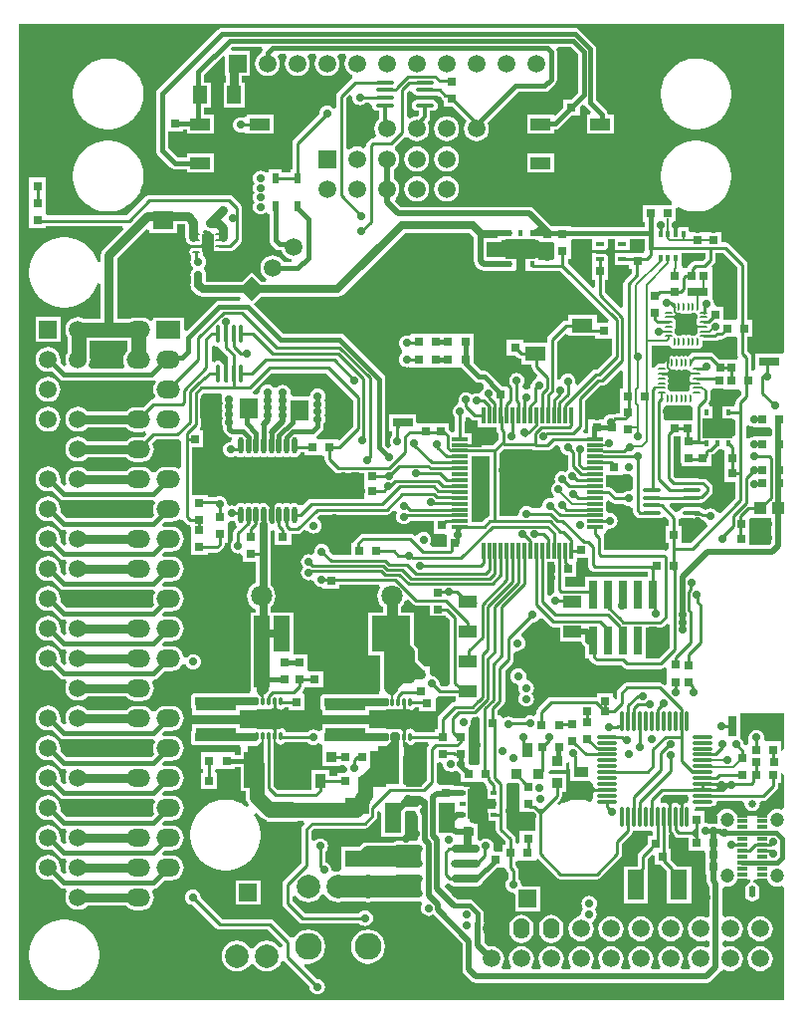
<source format=gtl>
G04*
G04 #@! TF.GenerationSoftware,Altium Limited,Altium Designer,21.0.8 (223)*
G04*
G04 Layer_Physical_Order=1*
G04 Layer_Color=255*
%FSLAX25Y25*%
%MOIN*%
G70*
G04*
G04 #@! TF.SameCoordinates,C8F2EFAD-F301-47D2-81E3-A82B1A8C5C35*
G04*
G04*
G04 #@! TF.FilePolarity,Positive*
G04*
G01*
G75*
%ADD10C,0.01000*%
%ADD14C,0.02000*%
%ADD20C,0.00800*%
%ADD41R,0.03150X0.03150*%
%ADD42R,0.03150X0.02953*%
%ADD43R,0.02953X0.03150*%
%ADD44R,0.05709X0.10039*%
%ADD45R,0.07087X0.04724*%
G04:AMPARAMS|DCode=46|XSize=9.84mil|YSize=23.62mil|CornerRadius=4.92mil|HoleSize=0mil|Usage=FLASHONLY|Rotation=90.000|XOffset=0mil|YOffset=0mil|HoleType=Round|Shape=RoundedRectangle|*
%AMROUNDEDRECTD46*
21,1,0.00984,0.01378,0,0,90.0*
21,1,0.00000,0.02362,0,0,90.0*
1,1,0.00984,0.00689,0.00000*
1,1,0.00984,0.00689,0.00000*
1,1,0.00984,-0.00689,0.00000*
1,1,0.00984,-0.00689,0.00000*
%
%ADD46ROUNDEDRECTD46*%
%ADD47O,0.01181X0.06299*%
%ADD48R,0.01968X0.01772*%
G04:AMPARAMS|DCode=49|XSize=68.9mil|YSize=98.43mil|CornerRadius=3.45mil|HoleSize=0mil|Usage=FLASHONLY|Rotation=180.000|XOffset=0mil|YOffset=0mil|HoleType=Round|Shape=RoundedRectangle|*
%AMROUNDEDRECTD49*
21,1,0.06890,0.09153,0,0,180.0*
21,1,0.06201,0.09843,0,0,180.0*
1,1,0.00689,-0.03100,0.04577*
1,1,0.00689,0.03100,0.04577*
1,1,0.00689,0.03100,-0.04577*
1,1,0.00689,-0.03100,-0.04577*
%
%ADD49ROUNDEDRECTD49*%
%ADD50R,0.01772X0.01968*%
G04:AMPARAMS|DCode=51|XSize=68.9mil|YSize=98.43mil|CornerRadius=3.45mil|HoleSize=0mil|Usage=FLASHONLY|Rotation=90.000|XOffset=0mil|YOffset=0mil|HoleType=Round|Shape=RoundedRectangle|*
%AMROUNDEDRECTD51*
21,1,0.06890,0.09153,0,0,90.0*
21,1,0.06201,0.09843,0,0,90.0*
1,1,0.00689,0.04577,0.03100*
1,1,0.00689,0.04577,-0.03100*
1,1,0.00689,-0.04577,-0.03100*
1,1,0.00689,-0.04577,0.03100*
%
%ADD51ROUNDEDRECTD51*%
%ADD52O,0.01102X0.03150*%
%ADD53R,0.12953X0.09488*%
%ADD54O,0.01772X0.05512*%
%ADD55O,0.06299X0.01181*%
%ADD56R,0.02756X0.01575*%
%ADD57R,0.01378X0.01968*%
G04:AMPARAMS|DCode=58|XSize=23.62mil|YSize=9.06mil|CornerRadius=4.53mil|HoleSize=0mil|Usage=FLASHONLY|Rotation=0.000|XOffset=0mil|YOffset=0mil|HoleType=Round|Shape=RoundedRectangle|*
%AMROUNDEDRECTD58*
21,1,0.02362,0.00000,0,0,0.0*
21,1,0.01456,0.00906,0,0,0.0*
1,1,0.00906,0.00728,0.00000*
1,1,0.00906,-0.00728,0.00000*
1,1,0.00906,-0.00728,0.00000*
1,1,0.00906,0.00728,0.00000*
%
%ADD58ROUNDEDRECTD58*%
G04:AMPARAMS|DCode=59|XSize=23.62mil|YSize=9.06mil|CornerRadius=4.53mil|HoleSize=0mil|Usage=FLASHONLY|Rotation=270.000|XOffset=0mil|YOffset=0mil|HoleType=Round|Shape=RoundedRectangle|*
%AMROUNDEDRECTD59*
21,1,0.02362,0.00000,0,0,270.0*
21,1,0.01456,0.00906,0,0,270.0*
1,1,0.00906,0.00000,-0.00728*
1,1,0.00906,0.00000,0.00728*
1,1,0.00906,0.00000,0.00728*
1,1,0.00906,0.00000,-0.00728*
%
%ADD59ROUNDEDRECTD59*%
%ADD60O,0.01181X0.07087*%
%ADD61O,0.07087X0.01181*%
%ADD62R,0.08000X0.05500*%
%ADD63R,0.05906X0.04331*%
%ADD64R,0.03150X0.06693*%
%ADD65R,0.06693X0.03150*%
%ADD66R,0.06400X0.07000*%
%ADD67R,0.03600X0.03600*%
%ADD68R,0.03600X0.05000*%
%ADD69R,0.03600X0.03600*%
%ADD70R,0.05000X0.03600*%
%ADD71R,0.02992X0.09449*%
%ADD72R,0.13400X0.03800*%
%ADD73R,0.03347X0.01181*%
%ADD74R,0.03900X0.04000*%
%ADD75R,0.03150X0.03150*%
%ADD76R,0.02165X0.03347*%
%ADD77R,0.06693X0.03937*%
%ADD78R,0.06693X0.03937*%
%ADD79R,0.04724X0.05906*%
%ADD80R,0.05500X0.10236*%
%ADD81R,0.07000X0.06400*%
%ADD82R,0.05400X0.12000*%
%ADD83R,0.01350X0.05315*%
%ADD84R,0.05315X0.01350*%
%ADD85O,0.09843X0.02756*%
%ADD86O,0.09449X0.02756*%
%ADD151R,0.03937X0.06299*%
%ADD152R,0.08465X0.06693*%
%ADD153C,0.01500*%
%ADD154C,0.03000*%
%ADD155C,0.02500*%
%ADD156C,0.00900*%
%ADD157C,0.00700*%
%ADD158C,0.01100*%
%ADD159C,0.01800*%
%ADD160C,0.01700*%
%ADD161C,0.01200*%
%ADD162C,0.03500*%
%ADD163C,0.05000*%
%ADD164C,0.07000*%
%ADD165R,0.02800X0.01100*%
%ADD166R,0.01984X0.23986*%
%ADD167R,0.01335X0.01770*%
%ADD168R,0.02904X0.02679*%
%ADD169R,0.01673X0.05079*%
%ADD170R,0.06437X0.09449*%
%ADD171R,0.05689X0.12795*%
%ADD172R,0.01102X0.03616*%
%ADD173R,0.20965X0.03150*%
G04:AMPARAMS|DCode=174|XSize=20.26mil|YSize=13.21mil|CornerRadius=0mil|HoleSize=0mil|Usage=FLASHONLY|Rotation=45.000|XOffset=0mil|YOffset=0mil|HoleType=Round|Shape=Rectangle|*
%AMROTATEDRECTD174*
4,1,4,-0.00249,-0.01183,-0.01183,-0.00249,0.00249,0.01183,0.01183,0.00249,-0.00249,-0.01183,0.0*
%
%ADD174ROTATEDRECTD174*%

G04:AMPARAMS|DCode=175|XSize=20.26mil|YSize=13.21mil|CornerRadius=0mil|HoleSize=0mil|Usage=FLASHONLY|Rotation=135.000|XOffset=0mil|YOffset=0mil|HoleType=Round|Shape=Rectangle|*
%AMROTATEDRECTD175*
4,1,4,0.01183,-0.00249,0.00249,-0.01183,-0.01183,0.00249,-0.00249,0.01183,0.01183,-0.00249,0.0*
%
%ADD175ROTATEDRECTD175*%

%ADD176R,0.06437X0.12795*%
%ADD177R,0.03071X0.15821*%
%ADD178R,0.01968X0.01845*%
G04:AMPARAMS|DCode=179|XSize=67.5mil|YSize=13.21mil|CornerRadius=0mil|HoleSize=0mil|Usage=FLASHONLY|Rotation=135.000|XOffset=0mil|YOffset=0mil|HoleType=Round|Shape=Rectangle|*
%AMROTATEDRECTD179*
4,1,4,0.02853,-0.01919,0.01919,-0.02853,-0.02853,0.01919,-0.01919,0.02853,0.02853,-0.01919,0.0*
%
%ADD179ROTATEDRECTD179*%

%ADD180R,0.02535X0.24209*%
%ADD181R,0.02385X0.04528*%
%ADD182R,0.02922X0.03150*%
%ADD183R,0.03087X0.06791*%
%ADD184R,0.27894X0.07321*%
%ADD185C,0.07874*%
%ADD186C,0.09000*%
%ADD187C,0.05906*%
%ADD188R,0.05906X0.05906*%
%ADD189R,0.05906X0.05906*%
%ADD190C,0.23622*%
%ADD191O,0.07874X0.05906*%
%ADD192R,0.07874X0.05906*%
%ADD193C,0.04724*%
%ADD194C,0.02598*%
%ADD195O,0.02284X0.03937*%
%ADD196C,0.07087*%
%ADD197P,0.08352X4X90.0*%
%ADD198C,0.02756*%
%ADD199O,0.05500X0.07000*%
G36*
X280194Y257211D02*
X279546Y256480D01*
X270454D01*
Y251416D01*
X269640Y250713D01*
X269556Y250683D01*
X269100Y250844D01*
Y255224D01*
X268968Y255888D01*
X268592Y256450D01*
X267874Y257168D01*
Y262134D01*
X269296D01*
Y267683D01*
X267874D01*
Y286217D01*
X267742Y286881D01*
X267367Y287443D01*
X261614Y293195D01*
X261052Y293571D01*
X260389Y293703D01*
X259027D01*
Y297228D01*
X248359D01*
X248200Y298162D01*
Y298803D01*
X244422D01*
Y296084D01*
X243082D01*
Y298803D01*
X242824D01*
Y300536D01*
X243677D01*
Y304989D01*
X244677Y305567D01*
X245269Y305225D01*
X246699Y304633D01*
X248195Y304232D01*
X249730Y304030D01*
X251278D01*
X252813Y304232D01*
X254309Y304633D01*
X255739Y305225D01*
X257080Y305999D01*
X258308Y306942D01*
X259403Y308037D01*
X260346Y309265D01*
X261120Y310606D01*
X261712Y312036D01*
X262113Y313532D01*
X262315Y315067D01*
Y316615D01*
X262113Y318150D01*
X261712Y319646D01*
X261120Y321076D01*
X260346Y322417D01*
X259403Y323645D01*
X258308Y324740D01*
X257080Y325682D01*
X255739Y326457D01*
X254309Y327049D01*
X252813Y327450D01*
X251278Y327652D01*
X249730D01*
X248195Y327450D01*
X246699Y327049D01*
X245269Y326457D01*
X243928Y325682D01*
X242700Y324740D01*
X241605Y323645D01*
X240662Y322417D01*
X239888Y321076D01*
X239296Y319646D01*
X238895Y318150D01*
X238693Y316615D01*
Y315067D01*
X238895Y313532D01*
X239296Y312036D01*
X239888Y310606D01*
X240662Y309265D01*
X241605Y308037D01*
X242556Y307086D01*
X242441Y306521D01*
X242173Y306086D01*
X238325D01*
Y306086D01*
X237969D01*
Y306086D01*
X232616D01*
Y300536D01*
X233300D01*
Y298664D01*
X208633D01*
Y299254D01*
X203574D01*
Y299296D01*
X202022D01*
X200751Y300566D01*
X196420Y304898D01*
X195693Y305384D01*
X194834Y305555D01*
X151603D01*
X149859Y307299D01*
X149944Y308625D01*
X149962Y308638D01*
X150627Y309506D01*
X151046Y310516D01*
X151189Y311600D01*
X151046Y312684D01*
X150627Y313694D01*
X149962Y314562D01*
X149243Y315113D01*
Y318087D01*
X149962Y318638D01*
X150627Y319506D01*
X151046Y320516D01*
X151189Y321600D01*
X151046Y322684D01*
X150627Y323694D01*
X149962Y324562D01*
X149876Y324628D01*
X149783Y324959D01*
X149855Y325904D01*
X152739Y328788D01*
X153990Y328768D01*
X154059Y328722D01*
X154906Y328073D01*
X155916Y327654D01*
X157000Y327511D01*
X158084Y327654D01*
X159094Y328073D01*
X159962Y328738D01*
X160627Y329606D01*
X161046Y330616D01*
X161189Y331700D01*
X161046Y332784D01*
X160627Y333794D01*
X160536Y333914D01*
X160991Y334368D01*
X161389Y334964D01*
X161528Y335666D01*
Y337766D01*
X162252D01*
X162951Y337905D01*
X163543Y338301D01*
X163939Y338893D01*
X164078Y339592D01*
X163939Y340290D01*
X163543Y340882D01*
X162951Y341278D01*
X162252Y341417D01*
X159741D01*
X159693Y341427D01*
X159644Y341417D01*
X157134D01*
X156435Y341278D01*
X155843Y340882D01*
X155447Y340290D01*
X155308Y339592D01*
X155447Y338893D01*
X155843Y338301D01*
X156435Y337905D01*
X157134Y337766D01*
X157858D01*
Y336586D01*
X157085Y335877D01*
X157000Y335889D01*
X155916Y335746D01*
X154906Y335327D01*
X154733Y335195D01*
X153733Y335688D01*
Y343867D01*
X154506Y344512D01*
X155406Y344220D01*
X155447Y344011D01*
X155843Y343419D01*
X156435Y343023D01*
X157134Y342884D01*
X162252D01*
X162565Y342946D01*
X163885D01*
X165315Y341516D01*
X165315Y341516D01*
X165878Y341140D01*
X166023Y341111D01*
Y339149D01*
X169022D01*
X173809Y334363D01*
X173373Y333794D01*
X172954Y332784D01*
X172811Y331700D01*
X172954Y330616D01*
X173373Y329606D01*
X174038Y328738D01*
X174906Y328073D01*
X175916Y327654D01*
X177000Y327511D01*
X178084Y327654D01*
X179094Y328073D01*
X179962Y328738D01*
X180627Y329606D01*
X181046Y330616D01*
X181189Y331700D01*
X181046Y332784D01*
X180627Y333794D01*
X180618Y333806D01*
X190961Y344150D01*
X199866D01*
X200627Y344301D01*
X201272Y344732D01*
X203406Y346866D01*
X203837Y347511D01*
X203988Y348272D01*
Y357430D01*
X203837Y358191D01*
X203833Y358197D01*
X204367Y359197D01*
X208491D01*
X210957Y356732D01*
Y343886D01*
X208635Y341564D01*
X206036D01*
Y338966D01*
X203374Y336304D01*
X203046Y336440D01*
Y336440D01*
X193954D01*
Y330103D01*
X203046D01*
Y331445D01*
X203315D01*
X204076Y331596D01*
X204721Y332027D01*
X208905Y336212D01*
X211586D01*
Y338892D01*
X212374Y339680D01*
X213516Y339408D01*
X213739Y339075D01*
X215450Y337364D01*
X215068Y336440D01*
X213953D01*
Y330103D01*
X223046D01*
Y336440D01*
X220996D01*
Y336618D01*
X220845Y337379D01*
X220414Y338024D01*
X217133Y341305D01*
Y358466D01*
X216982Y359227D01*
X216551Y359872D01*
X211470Y364953D01*
X210825Y365384D01*
X210064Y365535D01*
X91723D01*
X90962Y365384D01*
X90317Y364953D01*
X70200Y344836D01*
X69769Y344191D01*
X69618Y343430D01*
Y324571D01*
X69769Y323810D01*
X70200Y323165D01*
X74500Y318866D01*
X75145Y318435D01*
X75906Y318283D01*
X79953D01*
Y317103D01*
X89047D01*
Y323440D01*
X79953D01*
Y322260D01*
X76729D01*
X73594Y325394D01*
Y330678D01*
X78775D01*
Y331445D01*
X79953D01*
Y330103D01*
X89047D01*
Y336440D01*
X85716D01*
Y338860D01*
X87964D01*
Y347166D01*
X85716D01*
Y349849D01*
X91923Y356056D01*
X92847Y355674D01*
Y349347D01*
X93096D01*
Y347166D01*
X92257D01*
Y338860D01*
X99381D01*
Y347166D01*
X98542D01*
Y349347D01*
X101153D01*
Y357653D01*
X95013D01*
X94617Y358566D01*
X95130Y359197D01*
X105033D01*
X105418Y358197D01*
X105163Y357816D01*
X105037Y357182D01*
X104906Y357127D01*
X104038Y356462D01*
X103373Y355594D01*
X102954Y354584D01*
X102811Y353500D01*
X102954Y352416D01*
X103373Y351406D01*
X104038Y350538D01*
X104906Y349873D01*
X105916Y349454D01*
X107000Y349311D01*
X108084Y349454D01*
X109094Y349873D01*
X109962Y350538D01*
X110627Y351406D01*
X111046Y352416D01*
X111189Y353500D01*
X111046Y354584D01*
X110627Y355594D01*
X110443Y355835D01*
X110936Y356835D01*
X113064D01*
X113557Y355835D01*
X113373Y355594D01*
X112954Y354584D01*
X112811Y353500D01*
X112954Y352416D01*
X113373Y351406D01*
X114038Y350538D01*
X114906Y349873D01*
X115916Y349454D01*
X117000Y349311D01*
X118084Y349454D01*
X119094Y349873D01*
X119962Y350538D01*
X120627Y351406D01*
X121046Y352416D01*
X121189Y353500D01*
X121046Y354584D01*
X120627Y355594D01*
X120443Y355835D01*
X120936Y356835D01*
X123064D01*
X123557Y355835D01*
X123373Y355594D01*
X122954Y354584D01*
X122811Y353500D01*
X122954Y352416D01*
X123373Y351406D01*
X124038Y350538D01*
X124906Y349873D01*
X125916Y349454D01*
X127000Y349311D01*
X128084Y349454D01*
X129094Y349873D01*
X129962Y350538D01*
X130627Y351406D01*
X131046Y352416D01*
X131189Y353500D01*
X131046Y354584D01*
X130627Y355594D01*
X130443Y355835D01*
X130936Y356835D01*
X133064D01*
X133557Y355835D01*
X133373Y355594D01*
X132954Y354584D01*
X132811Y353500D01*
X132954Y352416D01*
X133373Y351406D01*
X134038Y350538D01*
X134906Y349873D01*
X135283Y349716D01*
X135290Y349698D01*
X135309Y348623D01*
X135071Y348464D01*
X130434Y343827D01*
X130058Y343265D01*
X129927Y342601D01*
Y338888D01*
X128927Y338548D01*
X128839Y338663D01*
X128300Y339076D01*
X127673Y339336D01*
X127000Y339424D01*
X126327Y339336D01*
X125700Y339076D01*
X125161Y338663D01*
X124748Y338124D01*
X124488Y337497D01*
X124400Y336824D01*
X124417Y336693D01*
X115818Y328093D01*
X115442Y327531D01*
X115310Y326868D01*
Y318080D01*
X114761D01*
Y317039D01*
X111870D01*
Y318179D01*
X107304D01*
Y317461D01*
X106913Y317200D01*
X106304Y317033D01*
X105931Y317319D01*
X105304Y317578D01*
X104631Y317667D01*
X103958Y317578D01*
X103331Y317319D01*
X102793Y316905D01*
X102379Y316367D01*
X102120Y315740D01*
X102031Y315067D01*
X102120Y314394D01*
X102379Y313767D01*
X102591Y313491D01*
X102379Y313215D01*
X102120Y312588D01*
X102031Y311915D01*
X102120Y311242D01*
X102379Y310615D01*
X102591Y310339D01*
X102379Y310064D01*
X102120Y309437D01*
X102031Y308764D01*
X102120Y308091D01*
X102379Y307464D01*
X102591Y307188D01*
X102379Y306912D01*
X102120Y306285D01*
X102031Y305612D01*
X102120Y304939D01*
X102379Y304312D01*
X102793Y303774D01*
X103331Y303360D01*
X103958Y303101D01*
X104631Y303012D01*
X105304Y303101D01*
X105931Y303360D01*
X106304Y303647D01*
X106913Y303479D01*
X107304Y303218D01*
Y302983D01*
X107599D01*
Y294411D01*
X107750Y293650D01*
X108181Y293005D01*
X109538Y291649D01*
X110183Y291217D01*
X110943Y291066D01*
X111818D01*
X112212Y290117D01*
X112877Y289250D01*
X113745Y288584D01*
X114755Y288166D01*
X115036Y288129D01*
X114970Y287129D01*
X112439D01*
X112395Y287235D01*
X111730Y288102D01*
X110862Y288768D01*
X109852Y289186D01*
X108768Y289329D01*
X107684Y289186D01*
X106674Y288768D01*
X105806Y288102D01*
X105140Y287235D01*
X104722Y286225D01*
X104579Y285140D01*
X104722Y284056D01*
X105140Y283046D01*
X105806Y282179D01*
X106674Y281513D01*
X106710Y281498D01*
X106511Y280498D01*
X105141D01*
X101697Y283942D01*
X98253Y280498D01*
X86310D01*
X86309Y280499D01*
Y282119D01*
X86323Y282152D01*
X86411Y282825D01*
X86323Y283498D01*
X86063Y284125D01*
X85650Y284663D01*
Y285331D01*
X86063Y285869D01*
X86323Y286496D01*
X86411Y287169D01*
X86323Y287842D01*
X86063Y288469D01*
X85650Y289008D01*
X85191Y289360D01*
X85503Y289827D01*
X85635Y290488D01*
X85503Y291148D01*
X85129Y291707D01*
X84841Y291900D01*
X84792Y292067D01*
Y292845D01*
X84841Y293012D01*
X85129Y293205D01*
X85503Y293764D01*
X85635Y294425D01*
X85503Y295085D01*
X85287Y295409D01*
X85503Y295733D01*
X85635Y296393D01*
X85503Y297053D01*
X85303Y297354D01*
X86042Y298047D01*
X86360Y297803D01*
X87017Y297531D01*
X87557Y297460D01*
X87588Y297445D01*
X87910Y297109D01*
X88296Y296438D01*
X88287Y296393D01*
X88418Y295733D01*
X88634Y295409D01*
X88418Y295085D01*
X88287Y294425D01*
X88418Y293764D01*
X88634Y293440D01*
X88418Y293116D01*
X88287Y292456D01*
X88418Y291796D01*
X88792Y291236D01*
X89352Y290862D01*
X90012Y290731D01*
X90660D01*
X90701Y290723D01*
X94410D01*
X95074Y290855D01*
X95636Y291230D01*
X98029Y293623D01*
X98405Y294185D01*
X98536Y294849D01*
Y301343D01*
Y305079D01*
X98536Y305079D01*
X98405Y305742D01*
X98029Y306304D01*
X95250Y309083D01*
X94688Y309459D01*
X94024Y309591D01*
X67491D01*
X66828Y309459D01*
X66266Y309083D01*
X66266Y309083D01*
X59865Y302682D01*
X33467D01*
X32760Y303389D01*
Y303724D01*
X32760Y304724D01*
Y309432D01*
X32760D01*
Y309839D01*
X32760D01*
Y315388D01*
X27211D01*
Y309839D01*
X27211D01*
Y309432D01*
X27211D01*
Y304724D01*
X27211Y304080D01*
X27211Y303080D01*
Y298371D01*
X32760D01*
Y299216D01*
X58447D01*
X58829Y298292D01*
X51964Y291426D01*
X51531Y290862D01*
X51259Y290205D01*
X51166Y289501D01*
Y287260D01*
X50166Y287128D01*
X50093Y287403D01*
X49500Y288834D01*
X48726Y290175D01*
X47784Y291403D01*
X46689Y292498D01*
X45461Y293440D01*
X44120Y294215D01*
X42689Y294807D01*
X41194Y295208D01*
X39659Y295410D01*
X38110D01*
X36575Y295208D01*
X35080Y294807D01*
X33650Y294215D01*
X32309Y293440D01*
X31080Y292498D01*
X29985Y291403D01*
X29043Y290175D01*
X28269Y288834D01*
X27676Y287403D01*
X27276Y285908D01*
X27073Y284373D01*
Y282825D01*
X27276Y281290D01*
X27676Y279794D01*
X28269Y278364D01*
X29043Y277023D01*
X29985Y275795D01*
X31080Y274700D01*
X32309Y273757D01*
X33650Y272983D01*
X35080Y272391D01*
X36575Y271990D01*
X38110Y271788D01*
X39659D01*
X41194Y271990D01*
X42689Y272391D01*
X44120Y272983D01*
X45461Y273757D01*
X46689Y274700D01*
X47784Y275795D01*
X48726Y277023D01*
X49500Y278364D01*
X50093Y279794D01*
X50166Y280069D01*
X51166Y279938D01*
Y268167D01*
X45499D01*
X44584Y268546D01*
X43500Y268689D01*
X42416Y268546D01*
X41406Y268127D01*
X40538Y267462D01*
X39873Y266594D01*
X39454Y265584D01*
X39311Y264500D01*
X39454Y263416D01*
X39873Y262406D01*
X40079Y262137D01*
Y256863D01*
X39873Y256594D01*
X39454Y255584D01*
X39311Y254500D01*
X39454Y253416D01*
X39708Y252804D01*
X38860Y252237D01*
X37562Y253536D01*
X37689Y254500D01*
X37546Y255584D01*
X37127Y256594D01*
X36462Y257462D01*
X35594Y258127D01*
X34584Y258546D01*
X33500Y258689D01*
X32416Y258546D01*
X31406Y258127D01*
X30538Y257462D01*
X29873Y256594D01*
X29454Y255584D01*
X29311Y254500D01*
X29454Y253416D01*
X29873Y252406D01*
X30538Y251538D01*
X31406Y250873D01*
X32416Y250454D01*
X33500Y250311D01*
X34584Y250454D01*
X34892Y250582D01*
X37444Y248029D01*
X38089Y247598D01*
X38850Y247447D01*
X67916D01*
X68677Y247598D01*
X68926Y247765D01*
X69619Y247025D01*
X69239Y246529D01*
X68820Y245519D01*
X68678Y244435D01*
X68820Y243351D01*
X69239Y242341D01*
X69371Y242168D01*
X68878Y241168D01*
X68850D01*
X68187Y241036D01*
X67625Y240661D01*
X65500Y238536D01*
X64835Y238624D01*
X62866D01*
X61782Y238481D01*
X60772Y238063D01*
X59904Y237397D01*
X59721Y237158D01*
X46695D01*
X46462Y237462D01*
X45594Y238127D01*
X44584Y238546D01*
X43500Y238689D01*
X42416Y238546D01*
X41406Y238127D01*
X40538Y237462D01*
X39873Y236594D01*
X39454Y235584D01*
X39311Y234500D01*
X39454Y233416D01*
X39873Y232406D01*
X40538Y231538D01*
X41406Y230873D01*
X42416Y230454D01*
X43500Y230311D01*
X44584Y230454D01*
X45594Y230873D01*
X46462Y231538D01*
X46595Y231712D01*
X59721D01*
X59904Y231473D01*
X60772Y230808D01*
X61782Y230389D01*
X62866Y230246D01*
X64835D01*
X65919Y230389D01*
X65953Y230404D01*
X66520Y229556D01*
X65500Y228536D01*
X64835Y228624D01*
X62866D01*
X61782Y228481D01*
X60772Y228063D01*
X59904Y227397D01*
X59721Y227158D01*
X46695D01*
X46462Y227462D01*
X45594Y228127D01*
X44584Y228546D01*
X43500Y228689D01*
X42416Y228546D01*
X41406Y228127D01*
X40538Y227462D01*
X39873Y226594D01*
X39454Y225584D01*
X39311Y224500D01*
X39454Y223416D01*
X39873Y222406D01*
X40538Y221538D01*
X41406Y220873D01*
X42416Y220454D01*
X43500Y220311D01*
X44584Y220454D01*
X45594Y220873D01*
X46462Y221538D01*
X46595Y221712D01*
X59721D01*
X59904Y221473D01*
X60772Y220808D01*
X61782Y220389D01*
X62866Y220247D01*
X64835D01*
X65919Y220389D01*
X66929Y220808D01*
X67796Y221473D01*
X68462Y222341D01*
X68880Y223351D01*
X69023Y224435D01*
X68880Y225519D01*
X68462Y226529D01*
X68433Y226567D01*
X69568Y227702D01*
X76864D01*
X77193Y227767D01*
X78023Y227269D01*
X78193Y227076D01*
Y218353D01*
X77193Y217860D01*
X76929Y218062D01*
X75919Y218481D01*
X74835Y218624D01*
X72866D01*
X71782Y218481D01*
X70772Y218062D01*
X69904Y217397D01*
X69437Y216788D01*
X69117Y216703D01*
X68584D01*
X68264Y216788D01*
X67796Y217397D01*
X66929Y218062D01*
X65919Y218481D01*
X64835Y218624D01*
X62866D01*
X61782Y218481D01*
X60772Y218062D01*
X59904Y217397D01*
X59721Y217158D01*
X46695D01*
X46462Y217462D01*
X45594Y218127D01*
X44584Y218546D01*
X43500Y218689D01*
X42416Y218546D01*
X41406Y218127D01*
X40538Y217462D01*
X39873Y216594D01*
X39454Y215584D01*
X39311Y214500D01*
X39454Y213416D01*
X39708Y212804D01*
X38860Y212237D01*
X37562Y213536D01*
X37689Y214500D01*
X37546Y215584D01*
X37127Y216594D01*
X36462Y217462D01*
X35594Y218127D01*
X34584Y218546D01*
X33500Y218689D01*
X32416Y218546D01*
X31406Y218127D01*
X30538Y217462D01*
X29873Y216594D01*
X29454Y215584D01*
X29311Y214500D01*
X29454Y213416D01*
X29873Y212406D01*
X30538Y211538D01*
X31406Y210873D01*
X32416Y210454D01*
X33500Y210311D01*
X34584Y210454D01*
X34892Y210582D01*
X37444Y208029D01*
X38089Y207598D01*
X38850Y207447D01*
X68682D01*
X69017Y207031D01*
X69227Y206502D01*
X68820Y205519D01*
X68678Y204435D01*
X68820Y203351D01*
X69152Y202549D01*
X68027Y201423D01*
X39674D01*
X37562Y203536D01*
X37689Y204500D01*
X37546Y205584D01*
X37127Y206594D01*
X36462Y207462D01*
X35594Y208127D01*
X34584Y208546D01*
X33500Y208689D01*
X32416Y208546D01*
X31406Y208127D01*
X30538Y207462D01*
X29873Y206594D01*
X29454Y205584D01*
X29311Y204500D01*
X29454Y203416D01*
X29873Y202406D01*
X30538Y201538D01*
X31406Y200873D01*
X32416Y200454D01*
X33500Y200311D01*
X34584Y200454D01*
X34892Y200582D01*
X37444Y198029D01*
X38089Y197598D01*
X38850Y197447D01*
X39419D01*
X39812Y196447D01*
X39454Y195584D01*
X39311Y194500D01*
X39454Y193416D01*
X39708Y192804D01*
X38860Y192237D01*
X37562Y193536D01*
X37689Y194500D01*
X37546Y195584D01*
X37127Y196594D01*
X36462Y197462D01*
X35594Y198127D01*
X34584Y198546D01*
X33500Y198689D01*
X32416Y198546D01*
X31406Y198127D01*
X30538Y197462D01*
X29873Y196594D01*
X29454Y195584D01*
X29311Y194500D01*
X29454Y193416D01*
X29873Y192406D01*
X30538Y191538D01*
X31406Y190873D01*
X32416Y190454D01*
X33500Y190311D01*
X34584Y190454D01*
X34892Y190582D01*
X37444Y188029D01*
X38089Y187598D01*
X38850Y187447D01*
X39419D01*
X39812Y186447D01*
X39454Y185584D01*
X39311Y184500D01*
X39454Y183416D01*
X39708Y182804D01*
X38860Y182237D01*
X37562Y183536D01*
X37689Y184500D01*
X37546Y185584D01*
X37127Y186594D01*
X36462Y187462D01*
X35594Y188127D01*
X34584Y188546D01*
X33500Y188689D01*
X32416Y188546D01*
X31406Y188127D01*
X30538Y187462D01*
X29873Y186594D01*
X29454Y185584D01*
X29311Y184500D01*
X29454Y183416D01*
X29873Y182406D01*
X30538Y181538D01*
X31406Y180873D01*
X32416Y180454D01*
X33500Y180311D01*
X34584Y180454D01*
X34892Y180582D01*
X37444Y178029D01*
X38089Y177598D01*
X38850Y177447D01*
X68682D01*
X69017Y177031D01*
X69227Y176502D01*
X68820Y175519D01*
X68678Y174435D01*
X68820Y173351D01*
X69152Y172549D01*
X68027Y171423D01*
X39674D01*
X37562Y173536D01*
X37689Y174500D01*
X37546Y175584D01*
X37127Y176594D01*
X36462Y177462D01*
X35594Y178127D01*
X34584Y178546D01*
X33500Y178689D01*
X32416Y178546D01*
X31406Y178127D01*
X30538Y177462D01*
X29873Y176594D01*
X29454Y175584D01*
X29311Y174500D01*
X29454Y173416D01*
X29873Y172406D01*
X30538Y171538D01*
X31406Y170873D01*
X32416Y170454D01*
X33500Y170311D01*
X34584Y170454D01*
X34892Y170582D01*
X37444Y168029D01*
X38089Y167598D01*
X38850Y167447D01*
X39419D01*
X39812Y166447D01*
X39454Y165584D01*
X39311Y164500D01*
X39454Y163416D01*
X39708Y162804D01*
X38860Y162237D01*
X37562Y163536D01*
X37689Y164500D01*
X37546Y165584D01*
X37127Y166594D01*
X36462Y167462D01*
X35594Y168127D01*
X34584Y168546D01*
X33500Y168689D01*
X32416Y168546D01*
X31406Y168127D01*
X30538Y167462D01*
X29873Y166594D01*
X29454Y165584D01*
X29311Y164500D01*
X29454Y163416D01*
X29873Y162406D01*
X30538Y161538D01*
X31406Y160873D01*
X32416Y160454D01*
X33500Y160311D01*
X34584Y160454D01*
X34892Y160582D01*
X37444Y158029D01*
X38089Y157598D01*
X38850Y157447D01*
X39419D01*
X39812Y156447D01*
X39454Y155584D01*
X39311Y154500D01*
X39454Y153416D01*
X39708Y152804D01*
X38860Y152237D01*
X37562Y153536D01*
X37689Y154500D01*
X37546Y155584D01*
X37127Y156594D01*
X36462Y157462D01*
X35594Y158127D01*
X34584Y158546D01*
X33500Y158689D01*
X32416Y158546D01*
X31406Y158127D01*
X30538Y157462D01*
X29873Y156594D01*
X29454Y155584D01*
X29311Y154500D01*
X29454Y153416D01*
X29873Y152406D01*
X30538Y151538D01*
X31406Y150873D01*
X32416Y150454D01*
X33500Y150311D01*
X34584Y150454D01*
X34892Y150582D01*
X37444Y148029D01*
X38089Y147598D01*
X38850Y147447D01*
X39419D01*
X39812Y146447D01*
X39454Y145584D01*
X39311Y144500D01*
X39454Y143416D01*
X39873Y142406D01*
X40538Y141538D01*
X41406Y140873D01*
X42416Y140454D01*
X43500Y140311D01*
X44584Y140454D01*
X45594Y140873D01*
X46462Y141538D01*
X46595Y141712D01*
X59721D01*
X59904Y141473D01*
X60772Y140808D01*
X61782Y140389D01*
X62866Y140246D01*
X64835D01*
X65919Y140389D01*
X66929Y140808D01*
X67796Y141473D01*
X68462Y142341D01*
X68880Y143351D01*
X69023Y144435D01*
X68880Y145519D01*
X68496Y146447D01*
X68703Y147030D01*
X68996Y147476D01*
X69611Y147598D01*
X70256Y148029D01*
X72519Y150292D01*
X72866Y150247D01*
X74835D01*
X75919Y150389D01*
X76929Y150808D01*
X77796Y151473D01*
X78462Y152341D01*
X78582Y152630D01*
X79303Y152643D01*
X79630Y152547D01*
X79848Y152021D01*
X80261Y151482D01*
X80800Y151069D01*
X81427Y150809D01*
X82100Y150721D01*
X82773Y150809D01*
X83400Y151069D01*
X83939Y151482D01*
X84352Y152021D01*
X84612Y152648D01*
X84700Y153321D01*
X84612Y153994D01*
X84352Y154621D01*
X83939Y155159D01*
X83400Y155572D01*
X82773Y155832D01*
X82100Y155921D01*
X81427Y155832D01*
X80800Y155572D01*
X80261Y155159D01*
X79984Y154798D01*
X79321Y154857D01*
X78946Y155025D01*
X78881Y155519D01*
X78462Y156529D01*
X77796Y157397D01*
X76929Y158063D01*
X75919Y158481D01*
X74835Y158624D01*
X72866D01*
X72174Y158533D01*
X71707Y159480D01*
X72519Y160292D01*
X72866Y160247D01*
X74835D01*
X75919Y160389D01*
X76929Y160808D01*
X77796Y161473D01*
X78462Y162341D01*
X78881Y163351D01*
X79023Y164435D01*
X78881Y165519D01*
X78462Y166529D01*
X77796Y167397D01*
X76929Y168062D01*
X75919Y168481D01*
X74835Y168624D01*
X72866D01*
X72174Y168533D01*
X71707Y169480D01*
X72519Y170292D01*
X72866Y170247D01*
X74835D01*
X75919Y170389D01*
X76929Y170808D01*
X77796Y171473D01*
X78462Y172341D01*
X78881Y173351D01*
X79023Y174435D01*
X78881Y175519D01*
X78462Y176529D01*
X77796Y177397D01*
X76929Y178062D01*
X75919Y178481D01*
X74835Y178624D01*
X72866D01*
X72174Y178533D01*
X71707Y179480D01*
X72519Y180292D01*
X72866Y180246D01*
X74835D01*
X75919Y180389D01*
X76929Y180808D01*
X77796Y181473D01*
X78462Y182341D01*
X78881Y183351D01*
X79023Y184435D01*
X78881Y185519D01*
X78462Y186529D01*
X77796Y187397D01*
X76929Y188063D01*
X75919Y188481D01*
X74835Y188624D01*
X72866D01*
X72174Y188532D01*
X71707Y189480D01*
X72519Y190292D01*
X72866Y190246D01*
X74835D01*
X75919Y190389D01*
X76929Y190808D01*
X77796Y191473D01*
X78462Y192341D01*
X78881Y193351D01*
X79023Y194435D01*
X78881Y195519D01*
X78462Y196529D01*
X77796Y197397D01*
X76929Y198063D01*
X75919Y198481D01*
X74835Y198624D01*
X72866D01*
X72174Y198532D01*
X71707Y199480D01*
X72519Y200292D01*
X72866Y200247D01*
X74835D01*
X75919Y200389D01*
X76929Y200808D01*
X77326Y201113D01*
X77527Y201134D01*
X78493Y200913D01*
X78569Y200852D01*
X78701Y200655D01*
X79830Y199526D01*
X80392Y199151D01*
X81055Y199019D01*
X81064D01*
X81439Y198022D01*
Y195472D01*
X81439Y194828D01*
X81439Y193828D01*
Y189119D01*
X86989D01*
Y189964D01*
X90014D01*
X90677Y190095D01*
X91240Y190471D01*
X92123Y191355D01*
X92499Y191917D01*
X92631Y192580D01*
Y193253D01*
X93672D01*
Y198158D01*
X93673Y198802D01*
X93672Y199866D01*
X94322Y200434D01*
X94673Y200579D01*
X95185Y200512D01*
X95858Y200600D01*
X95931Y200561D01*
X96075Y199837D01*
X96536Y199147D01*
X96611Y198385D01*
X95962Y197736D01*
X95586Y197174D01*
X95454Y196510D01*
Y194118D01*
X95349Y194037D01*
X94936Y193498D01*
X94676Y192871D01*
X94587Y192198D01*
X94676Y191525D01*
X94936Y190898D01*
X95349Y190360D01*
X95888Y189946D01*
X96515Y189687D01*
X97188Y189598D01*
X97753Y189673D01*
X97928Y189633D01*
X98753Y188974D01*
Y186757D01*
X103219D01*
Y179782D01*
X102541Y179501D01*
X101550Y178741D01*
X100790Y177750D01*
X100312Y176596D01*
X100149Y175358D01*
X100312Y174120D01*
X100790Y172966D01*
X101550Y171975D01*
X102541Y171215D01*
X103219Y170934D01*
Y169960D01*
X101265D01*
Y155560D01*
X101285D01*
Y143724D01*
X101285D01*
X101012Y142837D01*
X82591D01*
X82123Y142744D01*
X81726Y142479D01*
X81461Y142082D01*
X81368Y141613D01*
Y138464D01*
X81461Y137996D01*
X81726Y137599D01*
X81836Y137525D01*
Y135570D01*
X97636D01*
Y137240D01*
X103252D01*
X103500Y137191D01*
X104183Y137327D01*
X104484Y137528D01*
X104785Y137327D01*
X105468Y137191D01*
X106152Y137327D01*
X106453Y137528D01*
X106754Y137327D01*
X107437Y137191D01*
X108120Y137327D01*
X108700Y137714D01*
X108850Y137939D01*
X108858Y137942D01*
X109953D01*
X109961Y137939D01*
X110111Y137714D01*
X110691Y137327D01*
X111374Y137191D01*
X112057Y137327D01*
X112637Y137714D01*
X112873Y138068D01*
X114107D01*
Y137032D01*
X119460D01*
Y142582D01*
X118994D01*
X118611Y143506D01*
X118937Y143832D01*
X119313Y144394D01*
X119401Y144837D01*
X125605D01*
Y150190D01*
X121339D01*
X120486Y150546D01*
Y155899D01*
X115661D01*
Y169960D01*
X108215D01*
Y171898D01*
X108316Y171975D01*
X109076Y172966D01*
X109554Y174120D01*
X109717Y175358D01*
X109554Y176596D01*
X109076Y177750D01*
X108316Y178741D01*
X108215Y178819D01*
Y189532D01*
Y196979D01*
X109215Y197391D01*
X109383Y197221D01*
Y192465D01*
X114932D01*
Y196052D01*
X117064D01*
X117728Y196184D01*
X118290Y196559D01*
X119207Y197476D01*
X119547Y197508D01*
X120452Y197308D01*
X120661Y197035D01*
X121200Y196622D01*
X121827Y196362D01*
X122500Y196274D01*
X123173Y196362D01*
X123800Y196622D01*
X124339Y197035D01*
X124752Y197574D01*
X125012Y198201D01*
X125100Y198874D01*
X125012Y199547D01*
X124752Y200174D01*
X124339Y200713D01*
X124066Y200922D01*
X123888Y201730D01*
X124480Y202562D01*
X146978D01*
X147642Y202694D01*
X148204Y203070D01*
X149022Y203888D01*
X150159Y203767D01*
X150435Y203318D01*
X150457Y203233D01*
X150197Y202606D01*
X150109Y201933D01*
X150197Y201260D01*
X150457Y200633D01*
X150870Y200095D01*
X151409Y199681D01*
X152036Y199422D01*
X152709Y199333D01*
X153382Y199422D01*
X154009Y199681D01*
X154547Y200095D01*
X154930Y200593D01*
X162831D01*
Y196304D01*
X166069D01*
X166925Y195956D01*
Y191930D01*
X162074D01*
X161673Y192588D01*
X161551Y192930D01*
X161775Y193473D01*
X161864Y194146D01*
X161775Y194819D01*
X161516Y195446D01*
X161102Y195984D01*
X160564Y196397D01*
X159937Y196657D01*
X159264Y196746D01*
X158591Y196657D01*
X157964Y196397D01*
X157425Y195984D01*
X157287Y195805D01*
X156122Y195590D01*
X156016Y195653D01*
X155479Y196012D01*
X154816Y196144D01*
X138973D01*
X138310Y196012D01*
X137748Y195636D01*
X136326Y194214D01*
X135950Y193652D01*
X135878Y193291D01*
X134973D01*
Y188989D01*
X128962D01*
X127774Y190178D01*
X127791Y190309D01*
X127703Y190982D01*
X127443Y191609D01*
X127030Y192148D01*
X126491Y192561D01*
X125864Y192821D01*
X125191Y192909D01*
X124518Y192821D01*
X123891Y192561D01*
X123353Y192148D01*
X122939Y191609D01*
X122680Y190982D01*
X122591Y190309D01*
X122653Y189841D01*
X122566Y189709D01*
X122218Y189389D01*
X121793Y189162D01*
X121492Y189287D01*
X120819Y189376D01*
X120146Y189287D01*
X119519Y189027D01*
X118980Y188614D01*
X118567Y188076D01*
X118307Y187449D01*
X118219Y186776D01*
X118307Y186103D01*
X118567Y185476D01*
X118923Y185012D01*
X118841Y184889D01*
X118567Y184532D01*
X118307Y183905D01*
X118219Y183232D01*
X118307Y182559D01*
X118567Y181932D01*
X118980Y181394D01*
X119519Y180980D01*
X120146Y180721D01*
X120819Y180632D01*
X121492Y180721D01*
X121503Y180725D01*
X122571Y180202D01*
X122599Y180153D01*
X122841Y179570D01*
X123254Y179032D01*
X123793Y178618D01*
X124420Y178358D01*
X124749Y178315D01*
X125577Y177898D01*
Y177898D01*
X125577Y177898D01*
X131126D01*
Y179137D01*
X144247D01*
X144740Y178137D01*
X144444Y177750D01*
X143965Y176596D01*
X143802Y175358D01*
X143965Y174120D01*
X144444Y172966D01*
X145204Y171975D01*
X145611Y171663D01*
Y169960D01*
X140855D01*
Y155560D01*
X144687D01*
Y148795D01*
X144677Y148748D01*
Y144435D01*
X144687Y143724D01*
D01*
X144527Y142790D01*
X144434Y142600D01*
X125976D01*
X125507Y142507D01*
X125110Y142242D01*
X124845Y141845D01*
X124752Y141376D01*
Y138227D01*
X124845Y137759D01*
X125110Y137362D01*
X125238Y137276D01*
Y135570D01*
X141038D01*
Y137003D01*
X146863D01*
X146917Y136993D01*
X147601Y137128D01*
X147902Y137329D01*
X148203Y137128D01*
X148886Y136993D01*
X149569Y137128D01*
X149870Y137329D01*
X150171Y137128D01*
X150854Y136993D01*
X151538Y137128D01*
X152117Y137515D01*
X152267Y137741D01*
X152276Y137744D01*
X153370D01*
X153378Y137741D01*
X153529Y137515D01*
X154108Y137128D01*
X154791Y136993D01*
X155475Y137128D01*
X156054Y137515D01*
X156423Y138068D01*
X157725D01*
Y136678D01*
X163275D01*
Y141048D01*
X163423Y141231D01*
X164275Y141755D01*
X164571Y141696D01*
X170013D01*
Y140064D01*
X169117Y139813D01*
X169003Y139790D01*
X168441Y139415D01*
X164475Y135449D01*
X164099Y134886D01*
X163968Y134223D01*
Y130889D01*
X162926D01*
Y129921D01*
X156423D01*
X156054Y130474D01*
X155475Y130861D01*
X154791Y130997D01*
X154108Y130861D01*
X153529Y130474D01*
X153378Y130248D01*
X153370Y130245D01*
X152276D01*
X152267Y130248D01*
X152117Y130474D01*
X151538Y130861D01*
X150854Y130997D01*
X150800Y130986D01*
X148940D01*
X148886Y130997D01*
X148203Y130861D01*
X147902Y130659D01*
X147601Y130861D01*
X146917Y130997D01*
X146863Y130986D01*
X141038D01*
Y132470D01*
X125238D01*
Y130713D01*
X125110Y130627D01*
X125047Y130533D01*
X124929Y130449D01*
X124088Y130253D01*
X123831Y130260D01*
X123694Y130366D01*
X123067Y130626D01*
X122394Y130714D01*
X121721Y130626D01*
X121094Y130366D01*
X120555Y129953D01*
X120474Y129848D01*
X113072D01*
X113024Y130093D01*
X112637Y130672D01*
X112057Y131059D01*
X111374Y131195D01*
X110691Y131059D01*
X110111Y130672D01*
X109961Y130447D01*
X109953Y130444D01*
X108858D01*
X108850Y130447D01*
X108700Y130672D01*
X108120Y131059D01*
X107437Y131195D01*
X106754Y131059D01*
X106453Y130858D01*
X106152Y131059D01*
X105468Y131195D01*
X104785Y131059D01*
X104484Y130858D01*
X104183Y131059D01*
X103500Y131195D01*
X102817Y131059D01*
X102707Y130986D01*
X97636D01*
Y132470D01*
X81836D01*
Y130713D01*
X81709Y130627D01*
X81444Y130230D01*
X81350Y129762D01*
Y126613D01*
X81444Y126144D01*
X81709Y125747D01*
X82106Y125482D01*
X82574Y125389D01*
X97737D01*
X97986Y124492D01*
X97986D01*
Y122228D01*
X96205D01*
Y123015D01*
X91299D01*
X90655Y123015D01*
X89655Y123015D01*
X84750D01*
Y117465D01*
X85544D01*
Y116214D01*
X84699D01*
Y110664D01*
X90052D01*
Y116214D01*
X89880D01*
X89466Y117214D01*
X89718Y117465D01*
X90299D01*
X91299Y117465D01*
X96205D01*
Y118252D01*
X97986D01*
Y110092D01*
X99764D01*
Y107992D01*
X99891Y107026D01*
X100264Y106126D01*
X100690Y105571D01*
X99977Y104858D01*
X99516Y105212D01*
X98175Y105986D01*
X96745Y106578D01*
X95249Y106979D01*
X93714Y107181D01*
X92166D01*
X90631Y106979D01*
X89135Y106578D01*
X87705Y105986D01*
X86364Y105212D01*
X85136Y104269D01*
X84041Y103174D01*
X83098Y101946D01*
X82324Y100605D01*
X81732Y99175D01*
X81331Y97679D01*
X81129Y96144D01*
Y94596D01*
X81331Y93061D01*
X81732Y91565D01*
X82324Y90135D01*
X83098Y88794D01*
X84041Y87566D01*
X85136Y86471D01*
X86364Y85528D01*
X87705Y84754D01*
X89135Y84162D01*
X90631Y83761D01*
X92166Y83559D01*
X93714D01*
X95249Y83761D01*
X96745Y84162D01*
X98175Y84754D01*
X99516Y85528D01*
X100744Y86471D01*
X101839Y87566D01*
X102782Y88794D01*
X103556Y90135D01*
X104148Y91565D01*
X104549Y93061D01*
X104751Y94596D01*
Y96144D01*
X104549Y97679D01*
X104148Y99175D01*
X103556Y100605D01*
X102782Y101946D01*
X102554Y102242D01*
X103308Y102903D01*
X104955Y101255D01*
X105728Y100662D01*
X106561Y100317D01*
Y99933D01*
X116961D01*
Y100162D01*
X119030D01*
X119413Y99238D01*
X118920Y98746D01*
X118545Y98183D01*
X118413Y97520D01*
Y86019D01*
X112507Y80114D01*
X112131Y79551D01*
X111999Y78888D01*
Y72602D01*
X112131Y71939D01*
X112507Y71377D01*
X117603Y66280D01*
X118166Y65904D01*
X118829Y65773D01*
X119085Y65824D01*
X137758D01*
X137878Y65667D01*
X138416Y65254D01*
X139044Y64994D01*
X139716Y64906D01*
X140390Y64994D01*
X141017Y65254D01*
X141555Y65667D01*
X141968Y66206D01*
X142228Y66833D01*
X142317Y67506D01*
X142228Y68179D01*
X141968Y68806D01*
X141555Y69345D01*
X141017Y69758D01*
X140390Y70017D01*
X139716Y70106D01*
X139044Y70017D01*
X138416Y69758D01*
X137878Y69345D01*
X137758Y69188D01*
X119598D01*
X115466Y73320D01*
Y74726D01*
X116466Y75065D01*
X116998Y74372D01*
X118071Y73548D01*
X119320Y73031D01*
X120661Y72854D01*
X122002Y73031D01*
X123252Y73548D01*
X124325Y74372D01*
X125112Y75397D01*
X125651Y75476D01*
X125672D01*
X126211Y75397D01*
X126998Y74372D01*
X128071Y73548D01*
X129320Y73031D01*
X130661Y72854D01*
X132002Y73031D01*
X132640Y73295D01*
X138682D01*
X139320Y73031D01*
X140661Y72854D01*
X142002Y73031D01*
X142676Y73310D01*
X149655D01*
X149870Y73221D01*
X150543Y73132D01*
X157630D01*
X158267Y73216D01*
X158358Y73141D01*
X158886Y72380D01*
X158748Y72200D01*
X158488Y71573D01*
X158400Y70900D01*
X158488Y70227D01*
X158748Y69600D01*
X159161Y69061D01*
X159700Y68648D01*
X160327Y68388D01*
X161000Y68300D01*
X161673Y68388D01*
X162300Y68648D01*
X162479Y68785D01*
X162492Y68783D01*
X172281Y58994D01*
Y50428D01*
X172452Y49570D01*
X172938Y48842D01*
X175174Y46607D01*
X175901Y46121D01*
X176760Y45950D01*
X254119D01*
X254977Y46121D01*
X255705Y46607D01*
X258786Y49688D01*
X258928Y49900D01*
X259839Y50319D01*
X260258Y50247D01*
X260966Y49954D01*
X262050Y49811D01*
X263134Y49954D01*
X264144Y50373D01*
X265012Y51038D01*
X265677Y51906D01*
X266096Y52916D01*
X266239Y54000D01*
X266096Y55084D01*
X265677Y56094D01*
X265012Y56962D01*
X264144Y57627D01*
X263134Y58046D01*
X262050Y58189D01*
X260966Y58046D01*
X260443Y57829D01*
X259443Y58421D01*
Y59579D01*
X260443Y60171D01*
X260966Y59954D01*
X262050Y59811D01*
X263134Y59954D01*
X264144Y60373D01*
X265012Y61038D01*
X265677Y61906D01*
X266096Y62916D01*
X266239Y64000D01*
X266096Y65084D01*
X265677Y66094D01*
X265012Y66962D01*
X264144Y67627D01*
X263134Y68046D01*
X262050Y68189D01*
X260966Y68046D01*
X260443Y67829D01*
X259443Y68421D01*
Y77449D01*
X260443Y78151D01*
X260898Y78091D01*
X261828Y78213D01*
X262694Y78572D01*
X263438Y79143D01*
X264009Y79887D01*
X264256Y80484D01*
X268764D01*
X268862Y79484D01*
X268448Y79401D01*
X267674Y78884D01*
X267156Y78109D01*
X266975Y77196D01*
Y75542D01*
X267156Y74628D01*
X267674Y73854D01*
X268448Y73336D01*
X269362Y73154D01*
X270276Y73336D01*
X271051Y73854D01*
X271568Y74628D01*
X271750Y75542D01*
Y77196D01*
X271568Y78109D01*
X271051Y78884D01*
X270276Y79401D01*
X269862Y79484D01*
X269960Y80484D01*
X274468D01*
X274715Y79887D01*
X275286Y79143D01*
X276030Y78572D01*
X276897Y78213D01*
X277827Y78091D01*
X278757Y78213D01*
X279194Y78394D01*
X280194Y77836D01*
Y40306D01*
X23806D01*
Y366694D01*
X280194D01*
Y257211D01*
D02*
G37*
G36*
X135443Y342519D02*
X135400Y342190D01*
X135488Y341517D01*
X135748Y340890D01*
X136161Y340351D01*
X136700Y339938D01*
X137327Y339678D01*
X138000Y339590D01*
X138673Y339678D01*
X139300Y339938D01*
X139839Y340351D01*
X139889Y340417D01*
X141067D01*
X141922Y339592D01*
X142061Y338893D01*
X142457Y338301D01*
X143049Y337905D01*
X143748Y337766D01*
X144472D01*
Y334995D01*
X144038Y334662D01*
X143373Y333794D01*
X142954Y332784D01*
X142811Y331700D01*
X142954Y330616D01*
X143373Y329606D01*
X143376Y329601D01*
X142883Y328601D01*
X142483D01*
X141820Y328469D01*
X141257Y328093D01*
X140459Y327295D01*
X140084Y326733D01*
X139952Y326070D01*
Y325676D01*
X138952Y325287D01*
X138084Y325646D01*
X137000Y325789D01*
X135916Y325646D01*
X134906Y325227D01*
X134393Y324834D01*
X133393Y325292D01*
Y341883D01*
X134496Y342986D01*
X135443Y342519D01*
D02*
G37*
G36*
X79472Y299515D02*
Y295410D01*
X79565Y294705D01*
X79837Y294048D01*
X80270Y293484D01*
X80834Y293051D01*
X81259Y292875D01*
X81448Y292172D01*
X81420Y291780D01*
X81312Y291707D01*
X80938Y291148D01*
X80806Y290488D01*
X80938Y289827D01*
X81312Y289268D01*
X81487Y289150D01*
Y288296D01*
X81299Y287842D01*
X81211Y287169D01*
X81299Y286496D01*
X81559Y285869D01*
X81972Y285331D01*
Y284663D01*
X81559Y284125D01*
X81299Y283498D01*
X81211Y282825D01*
X81299Y282152D01*
X81313Y282119D01*
Y280170D01*
X81299Y280137D01*
X81211Y279465D01*
X81299Y278791D01*
X81559Y278164D01*
X81972Y277626D01*
X82511Y277213D01*
X82544Y277199D01*
X83509Y276234D01*
X84320Y275692D01*
X85276Y275502D01*
X97848D01*
X98074Y275197D01*
X97570Y274197D01*
X90760D01*
X90000Y274045D01*
X89354Y273615D01*
X79911Y264171D01*
X78987Y264554D01*
Y268588D01*
X68713D01*
Y267845D01*
X68070Y267530D01*
X67713Y267460D01*
X66929Y268062D01*
X65919Y268481D01*
X64835Y268624D01*
X62866D01*
X61782Y268481D01*
X61024Y268167D01*
X56613D01*
Y288373D01*
X66376Y298136D01*
X67300Y297753D01*
Y296900D01*
X76700D01*
Y299677D01*
X79310D01*
X79472Y299515D01*
D02*
G37*
G36*
X233300Y291970D02*
X233451Y291209D01*
X233473Y291176D01*
X233205Y290176D01*
X228225D01*
Y290044D01*
X223314D01*
Y286069D01*
X228225D01*
Y284824D01*
X229136D01*
Y283373D01*
X226680Y280917D01*
X226304Y280355D01*
X226172Y279691D01*
Y272086D01*
X225248Y271703D01*
X220145Y276807D01*
Y281245D01*
X221143D01*
Y286794D01*
X220989D01*
Y290044D01*
X215833D01*
Y286794D01*
X215791D01*
Y281245D01*
X216678D01*
Y278878D01*
X215754Y278495D01*
X207592Y286658D01*
Y288193D01*
X208633D01*
Y293545D01*
X208633D01*
Y293688D01*
X209148Y294688D01*
X215833D01*
Y291187D01*
X220989D01*
Y294688D01*
X223314D01*
Y291187D01*
X228470D01*
Y294688D01*
X233300D01*
Y291970D01*
D02*
G37*
G36*
X176056Y295486D02*
Y287563D01*
X176227Y286705D01*
X176713Y285977D01*
X177836Y284854D01*
X178564Y284367D01*
X179422Y284197D01*
X188142D01*
X188438Y284256D01*
X190228D01*
Y285649D01*
X190385Y286440D01*
X190228Y287230D01*
Y288624D01*
X188438D01*
X188142Y288683D01*
X180542D01*
Y293901D01*
X185424D01*
Y294433D01*
X188142D01*
X188438Y294492D01*
X197708D01*
X198024Y293943D01*
X202248D01*
X203083Y293545D01*
Y288193D01*
X202299Y287673D01*
X197708D01*
Y288624D01*
X193536D01*
Y284256D01*
X195375D01*
X195622Y284207D01*
X205140D01*
X221453Y267894D01*
X221038Y266894D01*
X217295D01*
Y269472D01*
X207808D01*
Y267643D01*
X206978D01*
X206314Y267511D01*
X205752Y267135D01*
X201130Y262513D01*
X200755Y261951D01*
X200623Y261288D01*
Y260023D01*
X192763D01*
Y261213D01*
X187213D01*
Y255860D01*
X190213D01*
X190839Y255235D01*
X191401Y254859D01*
X192060Y254728D01*
Y252898D01*
X195464D01*
Y252000D01*
X195596Y251337D01*
X195971Y250774D01*
X197396Y249349D01*
X197399Y249036D01*
X197111Y248220D01*
X196778Y248082D01*
X196239Y247669D01*
X195826Y247130D01*
X195566Y246503D01*
X195563Y246482D01*
X195546Y246470D01*
X195170Y245908D01*
X195039Y245245D01*
Y245193D01*
X194769Y244894D01*
X194039Y244443D01*
X193654Y244494D01*
X193237Y244439D01*
X192826Y244687D01*
X192714Y244891D01*
X192517Y245794D01*
X192756Y246105D01*
X193016Y246732D01*
X193104Y247406D01*
X193016Y248078D01*
X192756Y248706D01*
X192343Y249244D01*
X191804Y249657D01*
X191177Y249917D01*
X190504Y250006D01*
X189831Y249917D01*
X189204Y249657D01*
X188665Y249244D01*
X188252Y248706D01*
X187992Y248078D01*
X187904Y247406D01*
X187992Y246732D01*
X188063Y246563D01*
X187458Y245621D01*
X187430Y245604D01*
X185456D01*
X185444Y245621D01*
X180982Y250083D01*
X180337Y250514D01*
X179576Y250665D01*
X178683D01*
X176145Y253203D01*
Y257234D01*
X176145D01*
X176172Y257590D01*
X176172D01*
X176172Y258223D01*
Y263139D01*
X171267D01*
X170623Y263139D01*
X169623Y263139D01*
X161490D01*
X160846Y263139D01*
X159846Y263139D01*
X155138D01*
Y263139D01*
X154323Y262567D01*
X154138Y262526D01*
X153572Y262600D01*
X152899Y262512D01*
X152271Y262252D01*
X151733Y261839D01*
X151320Y261300D01*
X151060Y260673D01*
X150971Y260000D01*
X151060Y259327D01*
X151320Y258700D01*
X151733Y258161D01*
X152163Y257832D01*
X152222Y257271D01*
X152163Y256711D01*
X151733Y256381D01*
X151320Y255843D01*
X151060Y255215D01*
X150971Y254542D01*
X151060Y253870D01*
X151320Y253242D01*
X151733Y252704D01*
X152271Y252291D01*
X152899Y252031D01*
X153572Y251942D01*
X154087Y252010D01*
X155087Y251684D01*
Y251684D01*
X159796D01*
X160440Y251684D01*
X161440Y251684D01*
X169595D01*
X170239Y251684D01*
X172040Y251684D01*
X176453Y247271D01*
X177098Y246840D01*
X177859Y246689D01*
X178753D01*
X179342Y246100D01*
X179372Y244882D01*
X178958Y244344D01*
X178732Y243797D01*
X178690Y243712D01*
X177685Y243212D01*
X177012Y243301D01*
X176339Y243212D01*
X175712Y242953D01*
X175422Y242730D01*
X175339Y242839D01*
X174800Y243252D01*
X174173Y243512D01*
X173500Y243600D01*
X172827Y243512D01*
X172200Y243252D01*
X171661Y242839D01*
X171248Y242300D01*
X170988Y241673D01*
X170900Y241000D01*
X170961Y240538D01*
X170828Y239519D01*
X170391Y239331D01*
X170200Y239252D01*
X169661Y238839D01*
X169248Y238300D01*
X168988Y237673D01*
X168900Y237000D01*
X168988Y236327D01*
X169248Y235700D01*
X169661Y235161D01*
X169767Y235081D01*
Y234583D01*
X169676Y234128D01*
Y230385D01*
X168676Y230081D01*
X168589Y230211D01*
X168589Y230211D01*
X167824Y230977D01*
Y233054D01*
X157414D01*
X156789Y233795D01*
Y236106D01*
X147696D01*
Y230557D01*
X148791D01*
Y229106D01*
X148686Y229025D01*
X148273Y228487D01*
X148013Y227860D01*
X147924Y227187D01*
X148013Y226514D01*
X148273Y225887D01*
X148328Y225815D01*
X147863Y224778D01*
X147552Y224755D01*
X146488Y225819D01*
Y247929D01*
X146337Y248690D01*
X145906Y249335D01*
X132595Y262646D01*
X131949Y263077D01*
X131189Y263229D01*
X112330D01*
X102530Y273029D01*
X105002Y275502D01*
X130481D01*
X131437Y275692D01*
X132248Y276234D01*
X152955Y296940D01*
X174602D01*
X176056Y295486D01*
D02*
G37*
G36*
X253731Y288630D02*
X252706Y287605D01*
X250264D01*
X250264Y287605D01*
X249601Y287473D01*
X249038Y287098D01*
X249038Y287098D01*
X248063Y286123D01*
X247688Y285560D01*
X247620Y285220D01*
X246514Y285220D01*
Y285220D01*
X246383D01*
X245912Y285476D01*
X245641Y286364D01*
X245641D01*
Y290236D01*
X253731D01*
Y288630D01*
D02*
G37*
G36*
X264408Y285500D02*
Y268117D01*
X263587Y267683D01*
X259696D01*
Y272180D01*
X257494D01*
X256600Y273000D01*
X256512Y273673D01*
X256252Y274300D01*
X255902Y274756D01*
Y279670D01*
Y285220D01*
X255902D01*
X255703Y285700D01*
X256690Y286686D01*
X257066Y287249D01*
X257198Y287912D01*
X257198Y287912D01*
Y290236D01*
X259671D01*
X264408Y285500D01*
D02*
G37*
G36*
X248914Y269924D02*
X249558Y269796D01*
X249816Y269848D01*
X250180Y269756D01*
X250418Y269590D01*
X250483Y269525D01*
X250649Y269287D01*
X250740Y268923D01*
X250689Y268666D01*
X250817Y268021D01*
X250913Y267878D01*
X250817Y267736D01*
X250689Y267091D01*
X250817Y266446D01*
X251183Y265899D01*
X251183Y265133D01*
X251023Y264894D01*
X250817Y264587D01*
X250689Y263942D01*
X250740Y263684D01*
X250649Y263320D01*
X250483Y263082D01*
X250418Y263018D01*
X250180Y262851D01*
X249816Y262760D01*
X249558Y262811D01*
X248914Y262683D01*
X248771Y262587D01*
X248628Y262683D01*
X247983Y262811D01*
X247339Y262683D01*
X247197Y262588D01*
X247054Y262683D01*
X246410Y262811D01*
X245764Y262683D01*
X245622Y262587D01*
X245479Y262683D01*
X244834Y262811D01*
X244395Y262724D01*
X243975Y263018D01*
X243910Y263082D01*
X243744Y263320D01*
X243653Y263684D01*
X243704Y263942D01*
X243576Y264587D01*
X243480Y264729D01*
X243576Y264872D01*
X243704Y265517D01*
X243576Y266162D01*
X243481Y266304D01*
X243576Y266446D01*
X243704Y267091D01*
X243576Y267736D01*
X243210Y268282D01*
X243210Y269049D01*
X243361Y269275D01*
X244190Y269924D01*
X244834Y269796D01*
X245479Y269924D01*
X245622Y270020D01*
X245764Y269924D01*
X246410Y269796D01*
X247054Y269924D01*
X247197Y270020D01*
X247339Y269924D01*
X247983Y269796D01*
X248628Y269924D01*
X248771Y270020D01*
X248914Y269924D01*
D02*
G37*
G36*
X264408Y261699D02*
Y256450D01*
X264540Y255787D01*
X264730Y255501D01*
X264413Y254698D01*
X264224Y254501D01*
X258409D01*
X256496Y256414D01*
X255951Y256779D01*
X255307Y256907D01*
X249958D01*
X249314Y256779D01*
X248768Y256414D01*
X248768Y256414D01*
X247907Y255553D01*
X247841Y255597D01*
X247196Y255725D01*
X246551Y255597D01*
X246409Y255501D01*
X246266Y255597D01*
X245621Y255725D01*
X244976Y255597D01*
X244834Y255502D01*
X244692Y255597D01*
X244047Y255725D01*
X243403Y255597D01*
X243260Y255501D01*
X243117Y255597D01*
X242472Y255725D01*
X241828Y255597D01*
X241281Y255231D01*
X240915Y254684D01*
X240787Y254040D01*
Y253745D01*
X240732Y253648D01*
X239787Y253002D01*
X239656Y253028D01*
X238200D01*
X237556Y252900D01*
X237009Y252534D01*
X236643Y251988D01*
X236614Y251840D01*
X235614Y251939D01*
Y259035D01*
X240593D01*
X240677Y259052D01*
X241702Y259025D01*
X242068Y258478D01*
X242615Y258113D01*
X243260Y257984D01*
X243904Y258113D01*
X244047Y258208D01*
X244190Y258113D01*
X244834Y257984D01*
X245479Y258113D01*
X245622Y258208D01*
X245764Y258113D01*
X246410Y257984D01*
X247054Y258113D01*
X247197Y258208D01*
X247339Y258113D01*
X247983Y257984D01*
X248628Y258113D01*
X248771Y258208D01*
X248914Y258113D01*
X249558Y257984D01*
X250203Y258113D01*
X250346Y258208D01*
X250488Y258113D01*
X251133Y257984D01*
X251778Y258113D01*
X252325Y258478D01*
X252691Y259025D01*
X252819Y259670D01*
Y260681D01*
X253831D01*
X253846Y260684D01*
X256932D01*
X257576Y260812D01*
X258122Y261177D01*
X258241Y261297D01*
X259080D01*
X259724Y261425D01*
X260270Y261789D01*
X260614Y262134D01*
X263587D01*
X264408Y261699D01*
D02*
G37*
G36*
X60118Y257561D02*
X59904Y257397D01*
X59239Y256529D01*
X58820Y255519D01*
X58678Y254435D01*
X58820Y253351D01*
X59205Y252423D01*
X59086Y252089D01*
X58682Y251423D01*
X47634D01*
X47127Y252406D01*
X47546Y253416D01*
X47689Y254500D01*
X47546Y255584D01*
X47543Y255591D01*
Y260703D01*
X60118D01*
Y257561D01*
D02*
G37*
G36*
X207808Y262874D02*
Y262347D01*
X216863D01*
Y261541D01*
X222235D01*
Y256076D01*
X217393Y251233D01*
X217036D01*
X217036Y251233D01*
X216372Y251101D01*
X215810Y250726D01*
X215810Y250726D01*
X210940Y245856D01*
X210092Y246422D01*
X210111Y246468D01*
X210200Y247141D01*
X210111Y247814D01*
X209852Y248441D01*
X209438Y248980D01*
X208900Y249393D01*
X208273Y249653D01*
X207600Y249741D01*
X206927Y249653D01*
X206300Y249393D01*
X205761Y248980D01*
X205348Y248441D01*
X205088Y247814D01*
X204089Y247888D01*
Y260570D01*
X206808Y263288D01*
X207808Y262874D01*
D02*
G37*
G36*
X246551Y251026D02*
X247196Y250898D01*
X247454Y250949D01*
X248190Y250764D01*
X248634Y250431D01*
X248821Y250151D01*
X248821Y249384D01*
X248661Y249146D01*
X248455Y248837D01*
X248327Y248193D01*
X248455Y247548D01*
X248821Y247001D01*
X248821Y246235D01*
X248661Y245996D01*
X248455Y245689D01*
X248327Y245043D01*
X248378Y244786D01*
X248287Y244422D01*
X248121Y244184D01*
X248056Y244119D01*
X247818Y243953D01*
X247454Y243862D01*
X247196Y243913D01*
X246551Y243785D01*
X246409Y243689D01*
X246266Y243785D01*
X245621Y243913D01*
X244976Y243785D01*
X244834Y243690D01*
X244692Y243785D01*
X244047Y243913D01*
X243403Y243785D01*
X243260Y243689D01*
X243117Y243785D01*
X242472Y243913D01*
X242033Y243826D01*
X241613Y244119D01*
X241548Y244184D01*
X241382Y244422D01*
X241290Y244786D01*
X241342Y245043D01*
X241213Y245689D01*
X241118Y245831D01*
X241213Y245973D01*
X241342Y246619D01*
X241213Y247264D01*
X241119Y247406D01*
X241213Y247548D01*
X241342Y248193D01*
X241213Y248837D01*
X240848Y249384D01*
X240848Y250151D01*
X240999Y250377D01*
X241828Y251026D01*
X242472Y250898D01*
X243117Y251026D01*
X243260Y251122D01*
X243403Y251026D01*
X244047Y250898D01*
X244692Y251026D01*
X244834Y251121D01*
X244976Y251026D01*
X245621Y250898D01*
X246266Y251026D01*
X246409Y251122D01*
X246551Y251026D01*
D02*
G37*
G36*
X89808Y258908D02*
X90506Y258769D01*
X91450Y257961D01*
X91464Y257891D01*
X91840Y257329D01*
X93891Y255277D01*
Y252791D01*
X93799Y252327D01*
Y247209D01*
X93596Y246961D01*
X93230D01*
X92332Y247877D01*
Y252327D01*
X92193Y253025D01*
X91797Y253618D01*
X91205Y254013D01*
X90506Y254152D01*
X89808Y254013D01*
X89250Y253641D01*
X89043Y253681D01*
X88250Y253973D01*
Y258949D01*
X89043Y259240D01*
X89250Y259280D01*
X89808Y258908D01*
D02*
G37*
G36*
X248127Y239214D02*
X248599Y239120D01*
X248818Y239034D01*
X249545Y238220D01*
Y234181D01*
X240709D01*
Y234181D01*
X239861Y234549D01*
Y238365D01*
X240862Y239093D01*
X240897Y239086D01*
X241542Y239214D01*
X241685Y239310D01*
X241828Y239214D01*
X242472Y239086D01*
X243117Y239214D01*
X243260Y239310D01*
X243403Y239214D01*
X244047Y239086D01*
X244692Y239214D01*
X244834Y239309D01*
X244976Y239214D01*
X245621Y239086D01*
X246266Y239214D01*
X246409Y239310D01*
X246551Y239214D01*
X247196Y239086D01*
X247841Y239214D01*
X247984Y239310D01*
X248127Y239214D01*
D02*
G37*
G36*
X226172Y250601D02*
Y244919D01*
X224969D01*
Y239369D01*
X225003D01*
Y236442D01*
X223477D01*
X222813Y236310D01*
X222562Y236142D01*
X221922Y236226D01*
X221249Y236137D01*
X220622Y235878D01*
X220083Y235464D01*
X219670Y234926D01*
X219541Y234613D01*
X214520D01*
Y231760D01*
X214500Y231658D01*
Y229792D01*
X213174D01*
X212711Y230744D01*
X212892Y230925D01*
X213267Y231487D01*
X213399Y232150D01*
Y240684D01*
X218388Y245672D01*
X219219D01*
X219882Y245804D01*
X220444Y246180D01*
X225248Y250984D01*
X226172Y250601D01*
D02*
G37*
G36*
X259821Y244631D02*
X265174D01*
X265633Y243821D01*
Y242733D01*
X264322Y241421D01*
X263946Y240859D01*
X263814Y240196D01*
Y239820D01*
X263520Y238942D01*
X259348D01*
Y234574D01*
X263520D01*
X263814Y233695D01*
Y229584D01*
X263520Y228706D01*
X253011D01*
Y234574D01*
X256040D01*
Y238942D01*
X255183D01*
X255118Y239082D01*
X254878Y239942D01*
X255162Y240368D01*
X255294Y241031D01*
X255294Y241031D01*
Y243916D01*
X255331Y244054D01*
X256155Y244817D01*
X259821D01*
Y244631D01*
D02*
G37*
G36*
X268667Y232275D02*
X269294Y232015D01*
X269967Y231926D01*
X269969Y231924D01*
Y231725D01*
X275322D01*
X275934Y230979D01*
Y229521D01*
X275322Y228775D01*
X269969D01*
Y228701D01*
X269967Y228699D01*
X269294Y228610D01*
X268667Y228350D01*
X268281Y228054D01*
X267706Y228205D01*
X267281Y228475D01*
Y232150D01*
X267706Y232420D01*
X268281Y232571D01*
X268667Y232275D01*
D02*
G37*
G36*
X135621Y240972D02*
Y232155D01*
X131098Y227632D01*
X130542Y227862D01*
Y227862D01*
X125190D01*
Y227862D01*
X124834D01*
Y227862D01*
X123718D01*
X123415Y228862D01*
X123619Y228998D01*
X125239Y230619D01*
X125239Y230619D01*
X125692Y231297D01*
X125852Y232097D01*
X125852Y232097D01*
Y232989D01*
X126013Y233200D01*
X126273Y233827D01*
X126362Y234500D01*
X126273Y235173D01*
X126021Y235782D01*
X126273Y236391D01*
X126362Y237064D01*
X126273Y237737D01*
X126021Y238345D01*
X126273Y238954D01*
X126362Y239627D01*
X126273Y240300D01*
X126021Y240909D01*
X126273Y241518D01*
X126362Y242191D01*
X126273Y242864D01*
X126013Y243491D01*
X125600Y244029D01*
X125062Y244443D01*
X124434Y244703D01*
X123761Y244791D01*
X123089Y244703D01*
X122461Y244443D01*
X121923Y244029D01*
X121510Y243491D01*
X121250Y242864D01*
X121162Y242200D01*
X115427D01*
X114730Y243200D01*
X114758Y243409D01*
X114669Y244082D01*
X114409Y244709D01*
X113996Y245247D01*
X113458Y245660D01*
X112830Y245920D01*
X112157Y246009D01*
X111485Y245920D01*
X110857Y245660D01*
X110319Y245247D01*
X110201Y245094D01*
X109980Y245022D01*
X109132Y245049D01*
X108998Y245108D01*
X108835Y245321D01*
X108296Y245734D01*
X107669Y245994D01*
X106996Y246082D01*
X106323Y245994D01*
X105696Y245734D01*
X105158Y245321D01*
X104744Y244782D01*
X104485Y244155D01*
X104396Y243482D01*
X103490Y242700D01*
X102291D01*
X101987Y243700D01*
X102164Y243818D01*
X108298Y249953D01*
X126640D01*
X135621Y240972D01*
D02*
G37*
G36*
X175227Y234566D02*
X175789Y234190D01*
X176453Y234058D01*
X177409D01*
Y231934D01*
X183631D01*
Y231122D01*
X183763Y230459D01*
X184138Y229896D01*
X184267Y229768D01*
Y227587D01*
X182394Y225714D01*
X176131D01*
X175267Y226042D01*
Y229792D01*
X173143D01*
Y233764D01*
X173233Y234219D01*
Y235081D01*
X173339Y235161D01*
X174578Y235215D01*
X175227Y234566D01*
D02*
G37*
G36*
X204322Y225882D02*
X204973Y225087D01*
X205062Y224414D01*
X205321Y223787D01*
X205735Y223249D01*
X206273Y222835D01*
X206900Y222576D01*
X207573Y222487D01*
X207668Y222404D01*
Y218820D01*
X207800Y218157D01*
X207881Y218036D01*
X207791Y217737D01*
X207252Y217324D01*
X206875Y216832D01*
X206452Y217007D01*
X205780Y217096D01*
X205107Y217007D01*
X204479Y216748D01*
X203941Y216335D01*
X203528Y215796D01*
X203268Y215169D01*
X203179Y214496D01*
X203268Y213823D01*
X203460Y213359D01*
X203200Y213252D01*
X202661Y212839D01*
X202248Y212300D01*
X201988Y211673D01*
X201900Y211000D01*
X201988Y210327D01*
X202248Y209700D01*
X202661Y209161D01*
X202999Y208902D01*
X202495Y208029D01*
X202322Y208101D01*
X201649Y208189D01*
X200976Y208101D01*
X200349Y207841D01*
X199810Y207428D01*
X199397Y206889D01*
X199137Y206262D01*
X199048Y205589D01*
X198217Y204661D01*
X195717D01*
X195636Y204767D01*
X195097Y205180D01*
X194470Y205440D01*
X193797Y205528D01*
X193124Y205440D01*
X192497Y205180D01*
X191959Y204767D01*
X191546Y204228D01*
X191286Y203601D01*
X191197Y202928D01*
X190323Y202074D01*
X184845D01*
Y223262D01*
X186129Y224546D01*
X195558D01*
X195578Y224526D01*
X196140Y224151D01*
X196803Y224019D01*
X200716D01*
X201379Y224151D01*
X201941Y224526D01*
X203350Y225935D01*
X204322Y225882D01*
D02*
G37*
G36*
X227232Y216073D02*
X227905Y215984D01*
X228252Y216030D01*
X229027Y215538D01*
X229252Y215269D01*
Y211315D01*
X229027Y211047D01*
X228252Y210555D01*
X227905Y210600D01*
X227232Y210512D01*
X226605Y210252D01*
X226066Y209839D01*
X225986Y209733D01*
X224092D01*
X222398Y211426D01*
X221836Y211802D01*
X221173Y211934D01*
X220543D01*
Y215913D01*
X225775D01*
X225775Y215913D01*
X226775Y216262D01*
X227232Y216073D01*
D02*
G37*
G36*
X245420Y224577D02*
X245420D01*
Y224221D01*
X245420D01*
Y218868D01*
X250067D01*
Y218773D01*
X255616D01*
Y222258D01*
X255649Y222426D01*
Y222441D01*
X256058Y222523D01*
X256620Y222898D01*
X258059Y224337D01*
X259099D01*
X260052Y224224D01*
Y218674D01*
Y213569D01*
X263814D01*
Y208222D01*
X258798Y203207D01*
X257654Y203387D01*
X257608Y203431D01*
X257227Y203928D01*
X256688Y204341D01*
X256061Y204601D01*
X255388Y204689D01*
X254715Y204601D01*
X254088Y204341D01*
X254034Y204299D01*
X253043Y204452D01*
X252451Y204848D01*
X251752Y204987D01*
X246634D01*
X245935Y204848D01*
X245343Y204452D01*
X244947Y203860D01*
X244914Y203694D01*
X243829Y203364D01*
X241571Y205622D01*
X241954Y206546D01*
X246170D01*
X246634Y206454D01*
X251752D01*
X252451Y206593D01*
X252518Y206638D01*
X252894Y206713D01*
X253456Y207088D01*
X255534Y209167D01*
X255910Y209729D01*
X256042Y210392D01*
Y211672D01*
X256042Y211672D01*
X255910Y212335D01*
X255534Y212898D01*
X254042Y214390D01*
X253480Y214766D01*
X252817Y214897D01*
X243773D01*
X243104Y215566D01*
Y228674D01*
X243259Y228828D01*
X245420D01*
Y224577D01*
D02*
G37*
G36*
X91605Y242936D02*
X91868Y242310D01*
X91689Y241878D01*
X91601Y241205D01*
X91689Y240532D01*
X91941Y239926D01*
X91689Y239319D01*
X91601Y238646D01*
X91689Y237973D01*
X91941Y237366D01*
X91689Y236760D01*
X91601Y236087D01*
X91689Y235414D01*
X91941Y234807D01*
X91689Y234201D01*
X91601Y233528D01*
X91689Y232855D01*
X91949Y232228D01*
X92213Y231884D01*
Y231264D01*
X92364Y230503D01*
X92795Y229858D01*
X93582Y229070D01*
X94227Y228640D01*
X94988Y228488D01*
X95092Y227744D01*
X94635Y226974D01*
X93963Y226886D01*
X93335Y226626D01*
X92797Y226213D01*
X92384Y225674D01*
X92124Y225047D01*
X92035Y224374D01*
X92124Y223701D01*
X92384Y223074D01*
X92797Y222535D01*
X93335Y222122D01*
X93963Y221862D01*
X94635Y221774D01*
X95308Y221862D01*
X95936Y222122D01*
X96314Y222412D01*
X96536Y222376D01*
X97226Y221915D01*
X98040Y221753D01*
X98853Y221915D01*
X99319Y222226D01*
X99785Y221915D01*
X100599Y221753D01*
X101412Y221915D01*
X101878Y222226D01*
X102344Y221915D01*
X103158Y221753D01*
X103972Y221915D01*
X104437Y222226D01*
X104903Y221915D01*
X105717Y221753D01*
X106530Y221915D01*
X106996Y222226D01*
X107462Y221915D01*
X108276Y221753D01*
X109090Y221915D01*
X109555Y222226D01*
X110021Y221915D01*
X110835Y221753D01*
X111649Y221915D01*
X112114Y222226D01*
X112580Y221915D01*
X113394Y221753D01*
X114208Y221915D01*
X114673Y222226D01*
X115139Y221915D01*
X115953Y221753D01*
X116767Y221915D01*
X117457Y222376D01*
X117918Y223066D01*
X117989Y223426D01*
X119481D01*
Y222312D01*
X124834D01*
Y222312D01*
X125133D01*
X126133Y222175D01*
Y221067D01*
X126265Y220404D01*
X126640Y219842D01*
X129485Y216996D01*
X129485Y216996D01*
X130048Y216621D01*
X130711Y216489D01*
X139501D01*
Y212741D01*
Y207840D01*
X121646D01*
X120982Y207708D01*
X120420Y207332D01*
X118766Y205678D01*
X117502Y205828D01*
X117457Y205895D01*
X116767Y206356D01*
X115953Y206518D01*
X115139Y206356D01*
X114673Y206045D01*
X114208Y206356D01*
X113394Y206518D01*
X112580Y206356D01*
X112114Y206045D01*
X111649Y206356D01*
X110835Y206518D01*
X110021Y206356D01*
X109331Y205895D01*
X108870Y205205D01*
X108785Y204781D01*
X107766D01*
X107682Y205205D01*
X107220Y205895D01*
X106530Y206356D01*
X105717Y206518D01*
X104903Y206356D01*
X104437Y206045D01*
X103972Y206356D01*
X103158Y206518D01*
X102344Y206356D01*
X101878Y206045D01*
X101412Y206356D01*
X100599Y206518D01*
X99785Y206356D01*
X99319Y206045D01*
X98853Y206356D01*
X98040Y206518D01*
X97226Y206356D01*
X96536Y205895D01*
X96247Y205463D01*
X95858Y205623D01*
X95185Y205712D01*
X94512Y205623D01*
X94431Y205590D01*
X93655Y206067D01*
X93484Y206269D01*
X93409Y206836D01*
X93150Y207463D01*
X92736Y208002D01*
X92198Y208415D01*
X91571Y208675D01*
X90898Y208763D01*
X90225Y208675D01*
X89597Y208415D01*
X89566Y208391D01*
X86980D01*
Y209235D01*
X81660D01*
Y225143D01*
X85405D01*
Y230692D01*
X84597D01*
X84473Y230990D01*
X84295Y231692D01*
X84601Y232150D01*
X84733Y232813D01*
Y242590D01*
X85453Y243310D01*
X91306D01*
X91605Y242936D01*
D02*
G37*
G36*
X181378Y202044D02*
X180867Y201942D01*
X180305Y201566D01*
X178861Y200123D01*
X175267D01*
Y200452D01*
Y202420D01*
Y204389D01*
Y206357D01*
Y208326D01*
Y210294D01*
Y212263D01*
Y214231D01*
Y216200D01*
Y218168D01*
Y220137D01*
Y222105D01*
Y222247D01*
X181378D01*
Y202044D01*
D02*
G37*
G36*
X222148Y206774D02*
X222710Y206399D01*
X223374Y206267D01*
X225986D01*
X226066Y206161D01*
X226605Y205748D01*
X227232Y205488D01*
X227905Y205400D01*
X228252Y205445D01*
X229027Y204953D01*
X229252Y204685D01*
Y204027D01*
X229384Y203363D01*
X229759Y202801D01*
X230590Y201971D01*
X230590Y201970D01*
X231153Y201595D01*
X231816Y201463D01*
X231816Y201463D01*
X232610D01*
X233248Y201336D01*
X238366D01*
X239065Y201475D01*
X239657Y201870D01*
X240352Y201939D01*
X241412Y200879D01*
Y198739D01*
X240291D01*
Y193190D01*
X241412D01*
Y191568D01*
X241360Y191303D01*
Y191033D01*
X240360Y190499D01*
X240316Y190528D01*
X239653Y190660D01*
X219796D01*
Y194776D01*
X219796Y194776D01*
X219664Y195439D01*
X219614Y195515D01*
X220148Y196515D01*
X220543D01*
Y197196D01*
X221543Y197919D01*
X221690Y197900D01*
X222363Y197988D01*
X222990Y198248D01*
X223529Y198661D01*
X223942Y199200D01*
X224202Y199827D01*
X224290Y200500D01*
X224202Y201173D01*
X223942Y201800D01*
X223529Y202339D01*
X222990Y202752D01*
X222363Y203012D01*
X221690Y203100D01*
X221543Y203081D01*
X220543Y203804D01*
Y206966D01*
X221543Y207380D01*
X222148Y206774D01*
D02*
G37*
G36*
X245935Y201475D02*
X246634Y201336D01*
X249467D01*
X250061Y201218D01*
X251479D01*
X251497Y201200D01*
X252059Y200824D01*
X252723Y200692D01*
X253211D01*
X253550Y200251D01*
X254047Y199869D01*
X254090Y199823D01*
X254271Y198679D01*
X248628Y193036D01*
X246581D01*
X245644Y193190D01*
Y198739D01*
X244879D01*
Y200978D01*
X245879Y201512D01*
X245935Y201475D01*
D02*
G37*
G36*
X275757Y193084D02*
X275113Y192440D01*
X268279D01*
Y196599D01*
Y200706D01*
X268850Y201469D01*
X268997Y201469D01*
X275757D01*
Y193084D01*
D02*
G37*
G36*
X214361Y185669D02*
X214493Y185005D01*
X214869Y184443D01*
X215455Y183857D01*
X216017Y183482D01*
X216680Y183350D01*
X234336D01*
Y181779D01*
X213304D01*
Y178499D01*
X206607D01*
Y181660D01*
X210465D01*
Y186658D01*
X210686D01*
Y188135D01*
X214361D01*
Y185669D01*
D02*
G37*
G36*
X203141Y177351D02*
X203163Y177241D01*
X202942Y176408D01*
X202504Y176038D01*
X202259Y175936D01*
X201720Y175523D01*
X201702Y175498D01*
X200702Y175838D01*
Y186658D01*
X203141D01*
Y177351D01*
D02*
G37*
G36*
X201601Y165471D02*
X201601Y165471D01*
X202163Y165095D01*
X202826Y164964D01*
X205052D01*
Y160064D01*
X212160D01*
X212290Y159413D01*
X212776Y158686D01*
X213304Y158333D01*
Y154576D01*
X214768D01*
X214843Y154198D01*
X215219Y153636D01*
X216063Y152792D01*
X216625Y152416D01*
X217288Y152284D01*
X225399D01*
X226229Y151454D01*
X226791Y151079D01*
X227455Y150947D01*
X238631D01*
X239294Y151079D01*
X239826Y151434D01*
X240265Y151350D01*
X240826Y151118D01*
Y150314D01*
X240826Y149670D01*
X240826D01*
Y149314D01*
X240826D01*
Y145903D01*
X239902Y145520D01*
X239547Y145875D01*
X238985Y146251D01*
X238321Y146383D01*
X227447D01*
X226784Y146251D01*
X226221Y145875D01*
X224405Y144058D01*
X224029Y143496D01*
X223897Y142833D01*
Y140947D01*
X223780Y140869D01*
X222780Y141404D01*
Y142922D01*
X217230D01*
Y141632D01*
X217066Y141497D01*
X201970D01*
X201307Y141365D01*
X200745Y140989D01*
X197592Y137836D01*
X197216Y137274D01*
X197084Y136611D01*
Y135892D01*
X196951Y135723D01*
X196084Y135264D01*
X195838Y135366D01*
X195165Y135455D01*
X194492Y135366D01*
X193865Y135106D01*
X193326Y134693D01*
X193245Y134588D01*
X189043D01*
X188967Y134646D01*
X188340Y134906D01*
X187667Y134995D01*
X186994Y134906D01*
X186367Y134646D01*
X186208Y134525D01*
X185208Y135007D01*
Y135613D01*
X184166D01*
Y137042D01*
X186071Y138946D01*
X186446Y139508D01*
X186578Y140172D01*
Y150435D01*
X188927Y152784D01*
X189303Y153347D01*
X189435Y154010D01*
Y156287D01*
X189767Y156624D01*
X190435Y157024D01*
X190864Y156967D01*
X191537Y157055D01*
X192164Y157315D01*
X192703Y157729D01*
X193116Y158267D01*
X193376Y158894D01*
X193464Y159567D01*
X193376Y160240D01*
X193116Y160867D01*
X192703Y161406D01*
X192270Y161738D01*
X192151Y161966D01*
X192062Y162944D01*
X195614Y166495D01*
X195745Y166478D01*
X196418Y166566D01*
X197045Y166826D01*
X197584Y167239D01*
X197946Y167712D01*
X198041Y167784D01*
X199142Y167930D01*
X201601Y165471D01*
D02*
G37*
G36*
X241650Y165700D02*
Y158150D01*
X237913Y154413D01*
X234629D01*
X233696Y154576D01*
Y164741D01*
X238558D01*
X239222Y164873D01*
X239784Y165248D01*
X240650Y166115D01*
X241650Y165700D01*
D02*
G37*
G36*
X155585Y172709D02*
X156147Y172334D01*
X156810Y172202D01*
X161310D01*
Y168253D01*
X166860D01*
Y168253D01*
X167136Y168367D01*
X168118Y167386D01*
Y146284D01*
X168142Y146162D01*
X167445Y145162D01*
X165289D01*
X164583Y145868D01*
X164600Y146000D01*
X164512Y146673D01*
X164252Y147300D01*
X163839Y147839D01*
X163300Y148252D01*
X162673Y148512D01*
X162000Y148600D01*
X161275Y149513D01*
Y151815D01*
X159624D01*
X157422Y154017D01*
Y156648D01*
X157329Y157353D01*
X157057Y158010D01*
X156624Y158574D01*
X156121Y159077D01*
Y169960D01*
X151562D01*
Y171663D01*
X151970Y171975D01*
X152730Y172966D01*
X153077Y173803D01*
X154132Y174162D01*
X155585Y172709D01*
D02*
G37*
G36*
X120555Y126276D02*
X121094Y125862D01*
X121721Y125603D01*
X122394Y125514D01*
X123067Y125603D01*
X123694Y125862D01*
X123857Y125987D01*
X124046Y126017D01*
X124935Y125861D01*
X125100Y125763D01*
X125110Y125747D01*
X125346Y125590D01*
X125352Y124592D01*
X125352D01*
Y118593D01*
X131351D01*
Y118725D01*
X132663D01*
X133573Y117973D01*
X133662Y117300D01*
X133672Y117275D01*
X133013Y116275D01*
X130469D01*
Y115280D01*
X127602D01*
Y117292D01*
X121601D01*
Y110556D01*
X110513D01*
X109186Y111883D01*
Y125684D01*
X109808Y125963D01*
X110186Y126050D01*
X110691Y125713D01*
X111374Y125577D01*
X112057Y125713D01*
X112637Y126100D01*
X112824Y126381D01*
X120474D01*
X120555Y126276D01*
D02*
G37*
G36*
X161164Y125530D02*
X160932Y125299D01*
X160556Y124736D01*
X160424Y124073D01*
Y113950D01*
X158607Y112133D01*
X152820D01*
X152629Y112366D01*
Y125448D01*
X153168Y125719D01*
X153629Y125834D01*
X154108Y125514D01*
X154791Y125378D01*
X155475Y125514D01*
X156054Y125901D01*
X156423Y126454D01*
X160781D01*
X161164Y125530D01*
D02*
G37*
G36*
X280194Y124056D02*
X279194Y123425D01*
X279085Y123477D01*
Y126679D01*
X274093D01*
X273755Y126945D01*
X273335Y127457D01*
X273323Y127679D01*
X273365Y127994D01*
X273276Y128667D01*
X273016Y129294D01*
X272603Y129833D01*
X272065Y130246D01*
X271438Y130506D01*
X270765Y130594D01*
X270092Y130506D01*
X269464Y130246D01*
X268926Y129833D01*
X268513Y129294D01*
X268253Y128667D01*
X268164Y127994D01*
X268206Y127679D01*
X268023Y126679D01*
X268023D01*
Y125761D01*
X267067Y125338D01*
X266487Y125798D01*
X266412Y126373D01*
X266152Y127000D01*
X265739Y127539D01*
X265444Y127765D01*
Y136094D01*
X280194D01*
Y124056D01*
D02*
G37*
G36*
X178141Y134547D02*
Y119257D01*
X177378Y118684D01*
X177022D01*
Y118684D01*
X175383D01*
X174441Y119194D01*
X174353Y119867D01*
X174336Y119907D01*
Y125191D01*
X174336Y125191D01*
Y125547D01*
X174336D01*
X174336Y126191D01*
Y130900D01*
X174336D01*
X174701Y131748D01*
X174842Y131932D01*
X175102Y132559D01*
X175191Y133232D01*
X175122Y133756D01*
X175237Y134063D01*
X175832Y134756D01*
X176283D01*
X176946Y134888D01*
X177141Y135018D01*
X178141Y134547D01*
D02*
G37*
G36*
X208193Y119730D02*
Y117740D01*
X208227Y117573D01*
Y113440D01*
X215198D01*
X216015Y112601D01*
X215988Y112469D01*
X216127Y111770D01*
X216523Y111178D01*
X216679Y111073D01*
Y109927D01*
X216523Y109822D01*
X216127Y109230D01*
X215988Y108531D01*
X216127Y107833D01*
X215667Y106871D01*
X215060Y106493D01*
X214855Y106578D01*
X213359Y106979D01*
X211824Y107181D01*
X210276D01*
X208741Y106979D01*
X207246Y106578D01*
X205815Y105986D01*
X204816Y105409D01*
X204202Y106209D01*
X205152Y107159D01*
X205528Y107722D01*
X205660Y108385D01*
Y109690D01*
X206927D01*
Y115690D01*
X201572D01*
X201117Y116440D01*
X201572Y117190D01*
X206927D01*
Y119364D01*
X207927Y119905D01*
X208193Y119730D01*
D02*
G37*
G36*
X247878Y108531D02*
X248017Y107833D01*
X248208Y107547D01*
X248017Y107262D01*
X247878Y106563D01*
X247538Y106223D01*
X246840Y106084D01*
X246247Y105689D01*
X246143Y105533D01*
X244996D01*
X244892Y105689D01*
X244300Y106084D01*
X243601Y106223D01*
X242903Y106084D01*
X242310Y105689D01*
X242206Y105533D01*
X241059D01*
X240955Y105689D01*
X240363Y106084D01*
X239664Y106223D01*
X239212Y106133D01*
X238842Y106383D01*
X238651Y107543D01*
X239874Y108767D01*
X247685D01*
X247878Y108531D01*
D02*
G37*
G36*
X280194Y115401D02*
Y104429D01*
X279194Y103871D01*
X278757Y104052D01*
X277827Y104174D01*
X276897Y104052D01*
X276030Y103693D01*
X275286Y103122D01*
X274715Y102378D01*
X274468Y101781D01*
X269757D01*
Y101781D01*
X268968D01*
Y101781D01*
X264256D01*
X264009Y102378D01*
X263438Y103122D01*
X262694Y103693D01*
X261828Y104052D01*
X260898Y104174D01*
X259968Y104052D01*
X259101Y103693D01*
X258357Y103122D01*
X257786Y102378D01*
X257427Y101511D01*
X257305Y100582D01*
X257336Y100347D01*
X257317Y100291D01*
X256448Y99500D01*
X256359Y99512D01*
X255686Y99423D01*
X255059Y99164D01*
X254961Y99088D01*
X254878Y99152D01*
X254251Y99412D01*
X253578Y99500D01*
X253322Y99725D01*
Y103380D01*
X250243D01*
X250098Y103598D01*
X250245Y104367D01*
X250540Y104737D01*
X255609D01*
X256308Y104876D01*
X256900Y105272D01*
X257296Y105864D01*
X257435Y106563D01*
X257628Y106798D01*
X266205D01*
X266840Y106025D01*
X266814Y105896D01*
X267008Y104921D01*
X267560Y104095D01*
X268387Y103542D01*
X269362Y103348D01*
X270337Y103542D01*
X271164Y104095D01*
X271716Y104921D01*
X271910Y105896D01*
X271885Y106025D01*
X272519Y106798D01*
X272935D01*
X273598Y106930D01*
X274160Y107306D01*
X277601Y110746D01*
X277976Y111308D01*
X278108Y111972D01*
Y112767D01*
X279051D01*
Y115964D01*
X279194Y116032D01*
X280194Y115401D01*
D02*
G37*
G36*
X235029Y96806D02*
X235727Y96667D01*
X235962Y96473D01*
Y95088D01*
X234282D01*
Y92255D01*
X231541Y89514D01*
X231165Y88951D01*
X231033Y88288D01*
Y84924D01*
X226233D01*
Y72485D01*
X234341D01*
Y83335D01*
X234368Y83375D01*
X234500Y84038D01*
X234500Y84038D01*
Y87570D01*
X235697Y88767D01*
X236697Y88353D01*
Y85405D01*
X238807D01*
X240766Y83446D01*
Y83224D01*
X240799Y83057D01*
Y72485D01*
X248908D01*
Y84924D01*
X244036D01*
X243725Y85389D01*
X243725Y85389D01*
X242050Y87064D01*
Y90955D01*
X241465D01*
Y91334D01*
X241431Y91505D01*
Y95539D01*
X242340Y95851D01*
X242431Y95854D01*
X243457Y94828D01*
X244019Y94453D01*
X244682Y94321D01*
X247974D01*
Y90026D01*
X253327D01*
X253682Y89174D01*
Y86089D01*
Y82152D01*
X254116D01*
Y79998D01*
X254287Y79140D01*
X254773Y78412D01*
X254957Y78228D01*
Y68121D01*
X253957Y67705D01*
X253134Y68046D01*
X252050Y68189D01*
X250966Y68046D01*
X249956Y67627D01*
X249088Y66962D01*
X248423Y66094D01*
X248004Y65084D01*
X247861Y64000D01*
X248004Y62916D01*
X248423Y61906D01*
X249088Y61038D01*
X249956Y60373D01*
X250966Y59954D01*
X252050Y59811D01*
X253134Y59954D01*
X253957Y60295D01*
X254957Y59879D01*
Y58121D01*
X253957Y57705D01*
X253134Y58046D01*
X252050Y58189D01*
X250966Y58046D01*
X249956Y57627D01*
X249088Y56962D01*
X248423Y56094D01*
X248004Y55084D01*
X247861Y54000D01*
X248004Y52916D01*
X248423Y51906D01*
X248783Y51436D01*
X248290Y50436D01*
X245810D01*
X245317Y51436D01*
X245677Y51906D01*
X246096Y52916D01*
X246239Y54000D01*
X246096Y55084D01*
X245677Y56094D01*
X245012Y56962D01*
X244144Y57627D01*
X243134Y58046D01*
X242050Y58189D01*
X240966Y58046D01*
X239956Y57627D01*
X239088Y56962D01*
X238423Y56094D01*
X238004Y55084D01*
X237861Y54000D01*
X238004Y52916D01*
X238423Y51906D01*
X238783Y51436D01*
X238290Y50436D01*
X235810D01*
X235317Y51436D01*
X235677Y51906D01*
X236096Y52916D01*
X236239Y54000D01*
X236096Y55084D01*
X235677Y56094D01*
X235012Y56962D01*
X234144Y57627D01*
X233134Y58046D01*
X232050Y58189D01*
X230966Y58046D01*
X229956Y57627D01*
X229088Y56962D01*
X228423Y56094D01*
X228004Y55084D01*
X227861Y54000D01*
X228004Y52916D01*
X228423Y51906D01*
X228783Y51436D01*
X228290Y50436D01*
X225810D01*
X225317Y51436D01*
X225677Y51906D01*
X226096Y52916D01*
X226239Y54000D01*
X226096Y55084D01*
X225677Y56094D01*
X225012Y56962D01*
X224144Y57627D01*
X223134Y58046D01*
X222050Y58189D01*
X220966Y58046D01*
X219956Y57627D01*
X219088Y56962D01*
X218423Y56094D01*
X218004Y55084D01*
X217861Y54000D01*
X218004Y52916D01*
X218423Y51906D01*
X218783Y51436D01*
X218290Y50436D01*
X215810D01*
X215317Y51436D01*
X215677Y51906D01*
X216096Y52916D01*
X216239Y54000D01*
X216096Y55084D01*
X215677Y56094D01*
X215012Y56962D01*
X214144Y57627D01*
X213134Y58046D01*
X212050Y58189D01*
X210966Y58046D01*
X209956Y57627D01*
X209088Y56962D01*
X208423Y56094D01*
X208004Y55084D01*
X207861Y54000D01*
X208004Y52916D01*
X208423Y51906D01*
X208783Y51436D01*
X208290Y50436D01*
X205810D01*
X205317Y51436D01*
X205677Y51906D01*
X206096Y52916D01*
X206239Y54000D01*
X206096Y55084D01*
X205677Y56094D01*
X205012Y56962D01*
X204144Y57627D01*
X203134Y58046D01*
X202050Y58189D01*
X200966Y58046D01*
X199956Y57627D01*
X199088Y56962D01*
X198423Y56094D01*
X198004Y55084D01*
X197861Y54000D01*
X198004Y52916D01*
X198423Y51906D01*
X198783Y51436D01*
X198290Y50436D01*
X195810D01*
X195317Y51436D01*
X195677Y51906D01*
X196096Y52916D01*
X196239Y54000D01*
X196096Y55084D01*
X195677Y56094D01*
X195012Y56962D01*
X194144Y57627D01*
X193134Y58046D01*
X192050Y58189D01*
X190966Y58046D01*
X189956Y57627D01*
X189088Y56962D01*
X188423Y56094D01*
X188004Y55084D01*
X187861Y54000D01*
X188004Y52916D01*
X188423Y51906D01*
X188783Y51436D01*
X188290Y50436D01*
X185810D01*
X185317Y51436D01*
X185677Y51906D01*
X186096Y52916D01*
X186239Y54000D01*
X186096Y55084D01*
X185677Y56094D01*
X185012Y56962D01*
X184144Y57627D01*
X183134Y58046D01*
X182050Y58189D01*
X181080Y58061D01*
X179640Y59501D01*
Y65927D01*
X179470Y66786D01*
X179447Y66820D01*
Y69050D01*
X179296Y69811D01*
X178865Y70456D01*
X176075Y73246D01*
X175429Y73677D01*
X174669Y73828D01*
X172110D01*
X171968Y73800D01*
X170719D01*
X166431Y78088D01*
X166513Y78455D01*
X167301Y79131D01*
X167965Y78999D01*
X168112D01*
X168193Y78894D01*
X168731Y78480D01*
X169359Y78221D01*
X170031Y78132D01*
X176724D01*
X177397Y78221D01*
X178024Y78480D01*
X178563Y78894D01*
X178976Y79432D01*
X179236Y80059D01*
X179237Y80067D01*
X183591Y84421D01*
X186231D01*
X186897Y83697D01*
X187113Y83373D01*
X187595Y82891D01*
Y80624D01*
X187490Y80543D01*
X187077Y80005D01*
X186817Y79378D01*
X186729Y78705D01*
X186817Y78032D01*
X187077Y77405D01*
X187490Y76866D01*
X188029Y76453D01*
X188656Y76193D01*
X189329Y76104D01*
X189947Y75562D01*
Y69947D01*
X198253D01*
Y78253D01*
X192325D01*
X191929Y78705D01*
X191840Y79378D01*
X191581Y80005D01*
X191167Y80543D01*
X191062Y80624D01*
Y83609D01*
X190930Y84272D01*
X190554Y84835D01*
X190072Y85317D01*
Y86315D01*
X190917Y86690D01*
X191272D01*
Y86690D01*
X196625D01*
Y86922D01*
X197625Y87336D01*
X203912Y81049D01*
X204475Y80673D01*
X205138Y80541D01*
X217275D01*
X217938Y80673D01*
X218500Y81049D01*
X225226Y87774D01*
X225601Y88336D01*
X225733Y89000D01*
Y92405D01*
X229079Y95751D01*
X229454Y96313D01*
X229536Y96723D01*
X229822Y96667D01*
X230520Y96806D01*
X230806Y96996D01*
X231092Y96806D01*
X231790Y96667D01*
X232489Y96806D01*
X232774Y96996D01*
X233060Y96806D01*
X233759Y96667D01*
X234457Y96806D01*
X234743Y96996D01*
X235029Y96806D01*
D02*
G37*
G36*
X156491Y103399D02*
X156752Y102691D01*
X157012Y102064D01*
X157425Y101525D01*
X157539Y101438D01*
X157552Y101418D01*
Y94268D01*
X157552Y93747D01*
X156615Y93332D01*
X150543D01*
X149870Y93244D01*
X149243Y92984D01*
X149232Y92975D01*
X140297D01*
X139439Y92805D01*
X138711Y92318D01*
X137778Y91385D01*
X131800D01*
Y84075D01*
X130926Y83182D01*
X130661Y83217D01*
X129479Y83061D01*
X128705Y83559D01*
X128531Y83796D01*
X128461Y84333D01*
X128201Y84960D01*
X127787Y85499D01*
X127249Y85912D01*
X126622Y86172D01*
X126380Y86203D01*
Y89760D01*
X126485Y89841D01*
X126899Y90379D01*
X127158Y91006D01*
X127247Y91680D01*
X127158Y92352D01*
X126899Y92980D01*
X126485Y93518D01*
X125947Y93931D01*
X125320Y94191D01*
X124647Y94280D01*
X123974Y94191D01*
X123347Y93931D01*
X122879Y93573D01*
X122567Y93630D01*
X121879Y93950D01*
Y96802D01*
X122638Y97561D01*
X139629D01*
X140292Y97693D01*
X140854Y98069D01*
X143375Y100590D01*
X143751Y101152D01*
X143883Y101815D01*
Y103264D01*
X144150Y103453D01*
X145150Y102936D01*
Y94891D01*
X153050D01*
Y103089D01*
X153525Y103564D01*
X155681D01*
X156491Y103399D01*
D02*
G37*
G36*
X191468Y112202D02*
X191469Y112195D01*
Y108710D01*
X191469Y108710D01*
Y108353D01*
X191469D01*
X191469Y107709D01*
Y103001D01*
X195828D01*
X196590Y102239D01*
Y96834D01*
X191469D01*
Y93307D01*
X190660Y92550D01*
X190072Y92685D01*
Y94051D01*
X189940Y94714D01*
X189564Y95277D01*
X186922Y97919D01*
Y102080D01*
Y111951D01*
X187209Y112511D01*
X187866Y112776D01*
X190894D01*
X191468Y112202D01*
D02*
G37*
G36*
X165640Y119054D02*
X165729Y118381D01*
X165989Y117754D01*
X166402Y117215D01*
X166941Y116802D01*
X167568Y116542D01*
X168241Y116454D01*
X168914Y116542D01*
X169541Y116802D01*
X169708Y116930D01*
X170569Y116873D01*
X170900Y116642D01*
X171669Y115873D01*
Y113135D01*
X177022D01*
Y113135D01*
X177378D01*
Y113135D01*
X179444D01*
X179805Y112594D01*
X179979Y112420D01*
X180464Y111633D01*
X180464D01*
X180464Y111633D01*
Y107461D01*
X183456D01*
Y104153D01*
X180464D01*
Y99981D01*
X183456D01*
Y97201D01*
X183588Y96538D01*
X183963Y95975D01*
X186605Y93333D01*
Y92239D01*
X185564D01*
Y89774D01*
X183221D01*
X183063Y89894D01*
X182590Y90774D01*
X182686Y91006D01*
X182775Y91680D01*
X182686Y92352D01*
X182427Y92980D01*
X182013Y93518D01*
X181475Y93931D01*
X180848Y94191D01*
X180175Y94280D01*
X179502Y94191D01*
X178875Y93931D01*
X178336Y93518D01*
X178178Y93500D01*
X177315Y94258D01*
Y99295D01*
X176159D01*
X175968Y99422D01*
X175500Y99515D01*
X175404D01*
X174597Y99981D01*
Y101771D01*
X174656Y102067D01*
X174597Y102363D01*
Y107461D01*
Y109251D01*
X174656Y109547D01*
X174597Y109843D01*
Y111633D01*
X173203D01*
X172413Y111790D01*
X169431D01*
Y112291D01*
X164684D01*
X163891Y113232D01*
X163891Y113287D01*
Y119447D01*
X164891Y119694D01*
X165640Y119054D01*
D02*
G37*
%LPC*%
G36*
X109046Y336440D02*
X99954D01*
Y336011D01*
X99791Y335822D01*
X98953Y335395D01*
X98673Y335512D01*
X98000Y335600D01*
X97327Y335512D01*
X96700Y335252D01*
X96161Y334839D01*
X95748Y334300D01*
X95488Y333673D01*
X95400Y333000D01*
X95488Y332327D01*
X95748Y331700D01*
X96161Y331161D01*
X96700Y330748D01*
X97327Y330488D01*
X98000Y330400D01*
X98673Y330488D01*
X98953Y330605D01*
X99954Y330103D01*
Y330103D01*
X109046D01*
Y336440D01*
D02*
G37*
G36*
X251278Y355211D02*
X249730D01*
X248195Y355009D01*
X246699Y354608D01*
X245269Y354016D01*
X243928Y353242D01*
X242700Y352299D01*
X241605Y351204D01*
X240662Y349976D01*
X239888Y348635D01*
X239296Y347205D01*
X238895Y345709D01*
X238693Y344174D01*
Y342626D01*
X238895Y341091D01*
X239296Y339595D01*
X239888Y338165D01*
X240662Y336824D01*
X241605Y335596D01*
X242700Y334501D01*
X243928Y333558D01*
X245269Y332784D01*
X246699Y332192D01*
X248195Y331791D01*
X249730Y331589D01*
X251278D01*
X252813Y331791D01*
X254309Y332192D01*
X255739Y332784D01*
X257080Y333558D01*
X258308Y334501D01*
X259403Y335596D01*
X260346Y336824D01*
X261120Y338165D01*
X261712Y339595D01*
X262113Y341091D01*
X262315Y342626D01*
Y344174D01*
X262113Y345709D01*
X261712Y347205D01*
X261120Y348635D01*
X260346Y349976D01*
X259403Y351204D01*
X258308Y352299D01*
X257080Y353242D01*
X255739Y354016D01*
X254309Y354608D01*
X252813Y355009D01*
X251278Y355211D01*
D02*
G37*
G36*
X54418D02*
X52870D01*
X51335Y355009D01*
X49839Y354608D01*
X48409Y354016D01*
X47068Y353242D01*
X45840Y352299D01*
X44745Y351204D01*
X43802Y349976D01*
X43028Y348635D01*
X42436Y347205D01*
X42035Y345709D01*
X41833Y344174D01*
Y342626D01*
X42035Y341091D01*
X42436Y339595D01*
X43028Y338165D01*
X43802Y336824D01*
X44745Y335596D01*
X45840Y334501D01*
X47068Y333558D01*
X48409Y332784D01*
X49839Y332192D01*
X51335Y331791D01*
X52870Y331589D01*
X54418D01*
X55953Y331791D01*
X57449Y332192D01*
X58879Y332784D01*
X60220Y333558D01*
X61448Y334501D01*
X62543Y335596D01*
X63485Y336824D01*
X64260Y338165D01*
X64852Y339595D01*
X65253Y341091D01*
X65455Y342626D01*
Y344174D01*
X65253Y345709D01*
X64852Y347205D01*
X64260Y348635D01*
X63485Y349976D01*
X62543Y351204D01*
X61448Y352299D01*
X60220Y353242D01*
X58879Y354016D01*
X57449Y354608D01*
X55953Y355009D01*
X54418Y355211D01*
D02*
G37*
G36*
X167000Y335889D02*
X165916Y335746D01*
X164906Y335327D01*
X164038Y334662D01*
X163373Y333794D01*
X162954Y332784D01*
X162811Y331700D01*
X162954Y330616D01*
X163373Y329606D01*
X164038Y328738D01*
X164906Y328073D01*
X165916Y327654D01*
X167000Y327511D01*
X168084Y327654D01*
X169094Y328073D01*
X169962Y328738D01*
X170627Y329606D01*
X171046Y330616D01*
X171189Y331700D01*
X171046Y332784D01*
X170627Y333794D01*
X169962Y334662D01*
X169094Y335327D01*
X168084Y335746D01*
X167000Y335889D01*
D02*
G37*
G36*
Y325789D02*
X165916Y325646D01*
X164906Y325227D01*
X164038Y324562D01*
X163373Y323694D01*
X162954Y322684D01*
X162811Y321600D01*
X162954Y320516D01*
X163373Y319506D01*
X164038Y318638D01*
X164906Y317973D01*
X165916Y317554D01*
X167000Y317411D01*
X168084Y317554D01*
X169094Y317973D01*
X169962Y318638D01*
X170627Y319506D01*
X171046Y320516D01*
X171189Y321600D01*
X171046Y322684D01*
X170627Y323694D01*
X169962Y324562D01*
X169094Y325227D01*
X168084Y325646D01*
X167000Y325789D01*
D02*
G37*
G36*
X157000D02*
X155916Y325646D01*
X154906Y325227D01*
X154038Y324562D01*
X153373Y323694D01*
X152954Y322684D01*
X152811Y321600D01*
X152954Y320516D01*
X153373Y319506D01*
X154038Y318638D01*
X154906Y317973D01*
X155916Y317554D01*
X157000Y317411D01*
X158084Y317554D01*
X159094Y317973D01*
X159962Y318638D01*
X160627Y319506D01*
X161046Y320516D01*
X161189Y321600D01*
X161046Y322684D01*
X160627Y323694D01*
X159962Y324562D01*
X159094Y325227D01*
X158084Y325646D01*
X157000Y325789D01*
D02*
G37*
G36*
X203046Y323440D02*
X193954D01*
Y317103D01*
X203046D01*
Y323440D01*
D02*
G37*
G36*
X167000Y315789D02*
X165916Y315646D01*
X164906Y315227D01*
X164038Y314562D01*
X163373Y313694D01*
X162954Y312684D01*
X162811Y311600D01*
X162954Y310516D01*
X163373Y309506D01*
X164038Y308638D01*
X164906Y307973D01*
X165916Y307554D01*
X167000Y307411D01*
X168084Y307554D01*
X169094Y307973D01*
X169962Y308638D01*
X170627Y309506D01*
X171046Y310516D01*
X171189Y311600D01*
X171046Y312684D01*
X170627Y313694D01*
X169962Y314562D01*
X169094Y315227D01*
X168084Y315646D01*
X167000Y315789D01*
D02*
G37*
G36*
X157000D02*
X155916Y315646D01*
X154906Y315227D01*
X154038Y314562D01*
X153373Y313694D01*
X152954Y312684D01*
X152811Y311600D01*
X152954Y310516D01*
X153373Y309506D01*
X154038Y308638D01*
X154906Y307973D01*
X155916Y307554D01*
X157000Y307411D01*
X158084Y307554D01*
X159094Y307973D01*
X159962Y308638D01*
X160627Y309506D01*
X161046Y310516D01*
X161189Y311600D01*
X161046Y312684D01*
X160627Y313694D01*
X159962Y314562D01*
X159094Y315227D01*
X158084Y315646D01*
X157000Y315789D01*
D02*
G37*
G36*
X54418Y327652D02*
X52870D01*
X51335Y327450D01*
X49839Y327049D01*
X48409Y326457D01*
X47068Y325682D01*
X45840Y324740D01*
X44745Y323645D01*
X43802Y322417D01*
X43028Y321076D01*
X42436Y319646D01*
X42035Y318150D01*
X41833Y316615D01*
Y315067D01*
X42035Y313532D01*
X42436Y312036D01*
X43028Y310606D01*
X43802Y309265D01*
X44745Y308037D01*
X45840Y306942D01*
X47068Y305999D01*
X48409Y305225D01*
X49839Y304633D01*
X51335Y304232D01*
X52870Y304030D01*
X54418D01*
X55953Y304232D01*
X57449Y304633D01*
X58879Y305225D01*
X60220Y305999D01*
X61448Y306942D01*
X62543Y308037D01*
X63485Y309265D01*
X64260Y310606D01*
X64852Y312036D01*
X65253Y313532D01*
X65455Y315067D01*
Y316615D01*
X65253Y318150D01*
X64852Y319646D01*
X64260Y321076D01*
X63485Y322417D01*
X62543Y323645D01*
X61448Y324740D01*
X60220Y325682D01*
X58879Y326457D01*
X57449Y327049D01*
X55953Y327450D01*
X54418Y327652D01*
D02*
G37*
G36*
X37653Y268653D02*
X29347D01*
Y260347D01*
X37653D01*
Y268653D01*
D02*
G37*
G36*
X33500Y248689D02*
X32416Y248546D01*
X31406Y248127D01*
X30538Y247462D01*
X29873Y246594D01*
X29454Y245584D01*
X29311Y244500D01*
X29454Y243416D01*
X29873Y242406D01*
X30538Y241538D01*
X31406Y240873D01*
X32416Y240454D01*
X33500Y240311D01*
X34584Y240454D01*
X35594Y240873D01*
X36462Y241538D01*
X37127Y242406D01*
X37546Y243416D01*
X37689Y244500D01*
X37546Y245584D01*
X37127Y246594D01*
X36462Y247462D01*
X35594Y248127D01*
X34584Y248546D01*
X33500Y248689D01*
D02*
G37*
G36*
Y238689D02*
X32416Y238546D01*
X31406Y238127D01*
X30538Y237462D01*
X29873Y236594D01*
X29454Y235584D01*
X29311Y234500D01*
X29454Y233416D01*
X29873Y232406D01*
X30538Y231538D01*
X31406Y230873D01*
X32416Y230454D01*
X33500Y230311D01*
X34584Y230454D01*
X35594Y230873D01*
X36462Y231538D01*
X37127Y232406D01*
X37546Y233416D01*
X37689Y234500D01*
X37546Y235584D01*
X37127Y236594D01*
X36462Y237462D01*
X35594Y238127D01*
X34584Y238546D01*
X33500Y238689D01*
D02*
G37*
G36*
X43500Y138689D02*
X42416Y138546D01*
X41406Y138128D01*
X40538Y137462D01*
X39873Y136595D01*
X39454Y135584D01*
X39312Y134500D01*
X39454Y133416D01*
X39709Y132803D01*
X38861Y132236D01*
X37562Y133535D01*
X37689Y134500D01*
X37546Y135584D01*
X37128Y136595D01*
X36462Y137462D01*
X35595Y138128D01*
X34584Y138546D01*
X33500Y138689D01*
X32416Y138546D01*
X31406Y138128D01*
X30538Y137462D01*
X29873Y136595D01*
X29454Y135584D01*
X29312Y134500D01*
X29454Y133416D01*
X29873Y132406D01*
X30538Y131539D01*
X31406Y130873D01*
X32416Y130455D01*
X33500Y130312D01*
X34584Y130455D01*
X34892Y130582D01*
X37444Y128029D01*
X38089Y127598D01*
X38850Y127447D01*
X68682D01*
X69017Y127031D01*
X69227Y126502D01*
X68820Y125519D01*
X68678Y124435D01*
X68820Y123351D01*
X69152Y122549D01*
X68027Y121423D01*
X39674D01*
X37562Y123536D01*
X37689Y124500D01*
X37546Y125584D01*
X37127Y126594D01*
X36462Y127462D01*
X35594Y128127D01*
X34584Y128546D01*
X33500Y128689D01*
X32416Y128546D01*
X31406Y128127D01*
X30538Y127462D01*
X29873Y126594D01*
X29454Y125584D01*
X29311Y124500D01*
X29454Y123416D01*
X29873Y122406D01*
X30538Y121538D01*
X31406Y120873D01*
X32416Y120454D01*
X33500Y120311D01*
X34584Y120454D01*
X34892Y120582D01*
X37444Y118029D01*
X38089Y117598D01*
X38850Y117447D01*
X39419D01*
X39812Y116447D01*
X39454Y115584D01*
X39311Y114500D01*
X39454Y113416D01*
X39708Y112804D01*
X38860Y112237D01*
X37562Y113536D01*
X37689Y114500D01*
X37546Y115584D01*
X37127Y116594D01*
X36462Y117462D01*
X35594Y118127D01*
X34584Y118546D01*
X33500Y118689D01*
X32416Y118546D01*
X31406Y118127D01*
X30538Y117462D01*
X29873Y116594D01*
X29454Y115584D01*
X29311Y114500D01*
X29454Y113416D01*
X29873Y112406D01*
X30538Y111538D01*
X31406Y110873D01*
X32416Y110454D01*
X33500Y110311D01*
X34584Y110454D01*
X34892Y110582D01*
X37444Y108029D01*
X38089Y107598D01*
X38850Y107447D01*
X68682D01*
X69017Y107030D01*
X69227Y106502D01*
X68820Y105519D01*
X68678Y104435D01*
X68820Y103351D01*
X69152Y102549D01*
X68027Y101423D01*
X39674D01*
X37562Y103536D01*
X37689Y104500D01*
X37546Y105584D01*
X37127Y106594D01*
X36462Y107462D01*
X35594Y108127D01*
X34584Y108546D01*
X33500Y108689D01*
X32416Y108546D01*
X31406Y108127D01*
X30538Y107462D01*
X29873Y106594D01*
X29454Y105584D01*
X29311Y104500D01*
X29454Y103416D01*
X29873Y102406D01*
X30538Y101538D01*
X31406Y100873D01*
X32416Y100454D01*
X33500Y100311D01*
X34584Y100454D01*
X34892Y100582D01*
X37444Y98029D01*
X38089Y97598D01*
X38850Y97447D01*
X39419D01*
X39812Y96447D01*
X39454Y95584D01*
X39311Y94500D01*
X39454Y93416D01*
X39708Y92804D01*
X38860Y92237D01*
X37562Y93536D01*
X37689Y94500D01*
X37546Y95584D01*
X37127Y96594D01*
X36462Y97462D01*
X35594Y98127D01*
X34584Y98546D01*
X33500Y98689D01*
X32416Y98546D01*
X31406Y98127D01*
X30538Y97462D01*
X29873Y96594D01*
X29454Y95584D01*
X29311Y94500D01*
X29454Y93416D01*
X29873Y92406D01*
X30538Y91538D01*
X31406Y90873D01*
X32416Y90454D01*
X33500Y90311D01*
X34584Y90454D01*
X34892Y90582D01*
X37444Y88029D01*
X38089Y87598D01*
X38850Y87447D01*
X39419D01*
X39812Y86447D01*
X39454Y85584D01*
X39311Y84500D01*
X39454Y83416D01*
X39708Y82804D01*
X38860Y82237D01*
X37562Y83536D01*
X37689Y84500D01*
X37546Y85584D01*
X37127Y86594D01*
X36462Y87462D01*
X35594Y88127D01*
X34584Y88546D01*
X33500Y88689D01*
X32416Y88546D01*
X31406Y88127D01*
X30538Y87462D01*
X29873Y86594D01*
X29454Y85584D01*
X29311Y84500D01*
X29454Y83416D01*
X29873Y82406D01*
X30538Y81538D01*
X31406Y80873D01*
X32416Y80454D01*
X33500Y80311D01*
X34584Y80454D01*
X34892Y80582D01*
X37444Y78029D01*
X38089Y77598D01*
X38850Y77447D01*
X39419D01*
X39812Y76447D01*
X39454Y75584D01*
X39312Y74500D01*
X39454Y73416D01*
X39873Y72406D01*
X40538Y71538D01*
X41406Y70873D01*
X42416Y70454D01*
X43500Y70311D01*
X44584Y70454D01*
X45595Y70873D01*
X46462Y71538D01*
X46595Y71712D01*
X59721D01*
X59904Y71473D01*
X60772Y70808D01*
X61782Y70389D01*
X62866Y70246D01*
X64835D01*
X65919Y70389D01*
X66929Y70808D01*
X67796Y71473D01*
X68462Y72341D01*
X68880Y73351D01*
X69023Y74435D01*
X68880Y75519D01*
X68496Y76447D01*
X68703Y77030D01*
X68996Y77476D01*
X69611Y77598D01*
X70256Y78029D01*
X72519Y80292D01*
X72866Y80247D01*
X74835D01*
X75919Y80389D01*
X76929Y80808D01*
X77796Y81473D01*
X78462Y82341D01*
X78881Y83351D01*
X79023Y84435D01*
X78881Y85519D01*
X78462Y86529D01*
X77796Y87397D01*
X76929Y88063D01*
X75919Y88481D01*
X74835Y88624D01*
X72866D01*
X72174Y88533D01*
X71707Y89480D01*
X72519Y90292D01*
X72866Y90246D01*
X74835D01*
X75919Y90389D01*
X76929Y90808D01*
X77796Y91473D01*
X78462Y92341D01*
X78881Y93351D01*
X79023Y94435D01*
X78881Y95519D01*
X78462Y96529D01*
X77796Y97397D01*
X76929Y98062D01*
X75919Y98481D01*
X74835Y98624D01*
X72866D01*
X72174Y98532D01*
X71707Y99480D01*
X72519Y100292D01*
X72866Y100247D01*
X74835D01*
X75919Y100389D01*
X76929Y100808D01*
X77796Y101473D01*
X78462Y102341D01*
X78881Y103351D01*
X79023Y104435D01*
X78881Y105519D01*
X78462Y106529D01*
X77796Y107397D01*
X76929Y108063D01*
X75919Y108481D01*
X74835Y108624D01*
X72866D01*
X72174Y108533D01*
X71707Y109480D01*
X72519Y110292D01*
X72866Y110247D01*
X74835D01*
X75919Y110389D01*
X76929Y110808D01*
X77796Y111473D01*
X78462Y112341D01*
X78881Y113351D01*
X79023Y114435D01*
X78881Y115519D01*
X78462Y116529D01*
X77796Y117397D01*
X76929Y118062D01*
X75919Y118481D01*
X74835Y118624D01*
X72866D01*
X72174Y118533D01*
X71707Y119480D01*
X72519Y120292D01*
X72866Y120247D01*
X74835D01*
X75919Y120389D01*
X76929Y120808D01*
X77796Y121473D01*
X78462Y122341D01*
X78881Y123351D01*
X79023Y124435D01*
X78881Y125519D01*
X78462Y126529D01*
X77796Y127397D01*
X76929Y128062D01*
X75919Y128481D01*
X74835Y128624D01*
X72866D01*
X72174Y128533D01*
X71707Y129480D01*
X72519Y130292D01*
X72866Y130246D01*
X74835D01*
X75919Y130389D01*
X76929Y130808D01*
X77796Y131473D01*
X78462Y132341D01*
X78881Y133351D01*
X79023Y134435D01*
X78881Y135519D01*
X78462Y136529D01*
X77796Y137397D01*
X76929Y138063D01*
X75919Y138481D01*
X74835Y138624D01*
X72866D01*
X71782Y138481D01*
X70772Y138063D01*
X69904Y137397D01*
X69437Y136788D01*
X69117Y136703D01*
X68584D01*
X68264Y136788D01*
X67796Y137397D01*
X66929Y138063D01*
X65919Y138481D01*
X64835Y138624D01*
X62866D01*
X61782Y138481D01*
X60772Y138063D01*
X59904Y137397D01*
X59721Y137158D01*
X46695D01*
X46462Y137462D01*
X45595Y138128D01*
X44584Y138546D01*
X43500Y138689D01*
D02*
G37*
G36*
X104630Y80298D02*
X96325D01*
Y71993D01*
X104630D01*
Y80298D01*
D02*
G37*
G36*
X272050Y68189D02*
X270966Y68046D01*
X269956Y67627D01*
X269088Y66962D01*
X268423Y66094D01*
X268004Y65084D01*
X267861Y64000D01*
X268004Y62916D01*
X268423Y61906D01*
X269088Y61038D01*
X269956Y60373D01*
X270966Y59954D01*
X272050Y59811D01*
X273134Y59954D01*
X274144Y60373D01*
X275012Y61038D01*
X275677Y61906D01*
X276096Y62916D01*
X276239Y64000D01*
X276096Y65084D01*
X275677Y66094D01*
X275012Y66962D01*
X274144Y67627D01*
X273134Y68046D01*
X272050Y68189D01*
D02*
G37*
G36*
X82028Y77100D02*
X81355Y77012D01*
X80728Y76752D01*
X80189Y76339D01*
X79776Y75800D01*
X79516Y75173D01*
X79428Y74500D01*
X79516Y73827D01*
X79776Y73200D01*
X80189Y72661D01*
X80728Y72248D01*
X81355Y71988D01*
X82028Y71900D01*
X82160Y71917D01*
X89821Y64255D01*
X90384Y63880D01*
X91047Y63748D01*
X107090D01*
X112002Y58835D01*
X111946Y58265D01*
X110912Y57970D01*
X110467Y58550D01*
X109394Y59373D01*
X108144Y59891D01*
X106803Y60067D01*
X105462Y59891D01*
X104212Y59373D01*
X103139Y58550D01*
X102353Y57525D01*
X101813Y57446D01*
X101793D01*
X101253Y57525D01*
X100467Y58550D01*
X99394Y59373D01*
X98144Y59891D01*
X96803Y60067D01*
X95462Y59891D01*
X94213Y59373D01*
X93139Y58550D01*
X92316Y57477D01*
X91798Y56227D01*
X91622Y54886D01*
X91798Y53545D01*
X92316Y52295D01*
X93139Y51222D01*
X94213Y50399D01*
X95462Y49881D01*
X96803Y49705D01*
X98144Y49881D01*
X99394Y50399D01*
X100467Y51222D01*
X101253Y52247D01*
X101793Y52326D01*
X101813D01*
X102353Y52247D01*
X103139Y51222D01*
X104212Y50399D01*
X105462Y49881D01*
X106803Y49705D01*
X108144Y49881D01*
X109394Y50399D01*
X110467Y51222D01*
X111290Y52295D01*
X111592Y53024D01*
X112382Y53173D01*
X112729Y53156D01*
X121117Y44768D01*
X121100Y44637D01*
X121188Y43964D01*
X121448Y43336D01*
X121861Y42798D01*
X122400Y42385D01*
X123027Y42125D01*
X123700Y42036D01*
X124373Y42125D01*
X125000Y42385D01*
X125539Y42798D01*
X125952Y43336D01*
X126212Y43964D01*
X126300Y44637D01*
X126212Y45310D01*
X125952Y45937D01*
X125539Y46475D01*
X125000Y46888D01*
X124373Y47148D01*
X123700Y47237D01*
X123568Y47219D01*
X119336Y51452D01*
X119803Y52399D01*
X120661Y52286D01*
X122149Y52482D01*
X123536Y53057D01*
X124727Y53970D01*
X125640Y55161D01*
X126215Y56547D01*
X126411Y58035D01*
X126215Y59523D01*
X125640Y60910D01*
X124727Y62101D01*
X123536Y63014D01*
X122149Y63589D01*
X120661Y63785D01*
X119173Y63589D01*
X117787Y63014D01*
X116596Y62101D01*
X115910Y61206D01*
X115860Y61171D01*
X114959Y61026D01*
X114667Y61072D01*
X109033Y66707D01*
X108471Y67082D01*
X107808Y67214D01*
X91765D01*
X84611Y74368D01*
X84628Y74500D01*
X84540Y75173D01*
X84280Y75800D01*
X83867Y76339D01*
X83328Y76752D01*
X82701Y77012D01*
X82028Y77100D01*
D02*
G37*
G36*
X140661Y63785D02*
X139173Y63589D01*
X137787Y63014D01*
X136596Y62101D01*
X135682Y60910D01*
X135108Y59523D01*
X134912Y58035D01*
X135108Y56547D01*
X135682Y55161D01*
X136596Y53970D01*
X137787Y53057D01*
X139173Y52482D01*
X140661Y52286D01*
X142149Y52482D01*
X143536Y53057D01*
X144727Y53970D01*
X145640Y55161D01*
X146215Y56547D01*
X146411Y58035D01*
X146215Y59523D01*
X145640Y60910D01*
X144727Y62101D01*
X143536Y63014D01*
X142149Y63589D01*
X140661Y63785D01*
D02*
G37*
G36*
X272050Y58189D02*
X270966Y58046D01*
X269956Y57627D01*
X269088Y56962D01*
X268423Y56094D01*
X268004Y55084D01*
X267861Y54000D01*
X268004Y52916D01*
X268423Y51906D01*
X269088Y51038D01*
X269956Y50373D01*
X270966Y49954D01*
X272050Y49811D01*
X273134Y49954D01*
X274144Y50373D01*
X275012Y51038D01*
X275677Y51906D01*
X276096Y52916D01*
X276239Y54000D01*
X276096Y55084D01*
X275677Y56094D01*
X275012Y56962D01*
X274144Y57627D01*
X273134Y58046D01*
X272050Y58189D01*
D02*
G37*
G36*
X39659Y67063D02*
X38110D01*
X36575Y66861D01*
X35080Y66461D01*
X33650Y65868D01*
X32309Y65094D01*
X31080Y64151D01*
X29985Y63057D01*
X29043Y61828D01*
X28269Y60487D01*
X27676Y59057D01*
X27276Y57561D01*
X27073Y56026D01*
Y54478D01*
X27276Y52943D01*
X27676Y51448D01*
X28269Y50017D01*
X29043Y48676D01*
X29985Y47448D01*
X31080Y46353D01*
X32309Y45411D01*
X33650Y44637D01*
X35080Y44044D01*
X36575Y43643D01*
X38110Y43441D01*
X39659D01*
X41194Y43643D01*
X42689Y44044D01*
X44120Y44637D01*
X45461Y45411D01*
X46689Y46353D01*
X47784Y47448D01*
X48726Y48676D01*
X49500Y50017D01*
X50093Y51448D01*
X50494Y52943D01*
X50696Y54478D01*
Y56026D01*
X50494Y57561D01*
X50093Y59057D01*
X49500Y60487D01*
X48726Y61828D01*
X47784Y63057D01*
X46689Y64151D01*
X45461Y65094D01*
X44120Y65868D01*
X42689Y66461D01*
X41194Y66861D01*
X39659Y67063D01*
D02*
G37*
G36*
X191053Y151112D02*
X190380Y151023D01*
X189753Y150763D01*
X189215Y150350D01*
X188802Y149812D01*
X188542Y149185D01*
X188453Y148512D01*
X188542Y147839D01*
X188802Y147212D01*
X189215Y146673D01*
X189753Y146260D01*
X190380Y146000D01*
X190385Y145999D01*
X191088Y145269D01*
X191106Y144941D01*
X191053Y144540D01*
X191142Y143867D01*
X191402Y143240D01*
X191773Y142756D01*
X191402Y142273D01*
X191142Y141646D01*
X191053Y140973D01*
X191142Y140300D01*
X191402Y139673D01*
X191815Y139134D01*
X192353Y138721D01*
X192981Y138461D01*
X193654Y138373D01*
X194326Y138461D01*
X194954Y138721D01*
X195492Y139134D01*
X195905Y139673D01*
X196165Y140300D01*
X196254Y140973D01*
X196165Y141646D01*
X195905Y142273D01*
X195534Y142756D01*
X195905Y143240D01*
X196165Y143867D01*
X196254Y144540D01*
X196165Y145213D01*
X195905Y145840D01*
X195492Y146379D01*
X194954Y146792D01*
X194326Y147052D01*
X194322Y147052D01*
X193619Y147783D01*
X193601Y148111D01*
X193654Y148512D01*
X193565Y149185D01*
X193305Y149812D01*
X192892Y150350D01*
X192353Y150763D01*
X191726Y151023D01*
X191053Y151112D01*
D02*
G37*
G36*
X242050Y68189D02*
X240966Y68046D01*
X239956Y67627D01*
X239088Y66962D01*
X238423Y66094D01*
X238004Y65084D01*
X237861Y64000D01*
X238004Y62916D01*
X238423Y61906D01*
X239088Y61038D01*
X239956Y60373D01*
X240966Y59954D01*
X242050Y59811D01*
X243134Y59954D01*
X244144Y60373D01*
X245012Y61038D01*
X245677Y61906D01*
X246096Y62916D01*
X246239Y64000D01*
X246096Y65084D01*
X245677Y66094D01*
X245012Y66962D01*
X244144Y67627D01*
X243134Y68046D01*
X242050Y68189D01*
D02*
G37*
G36*
X232050D02*
X230966Y68046D01*
X229956Y67627D01*
X229088Y66962D01*
X228423Y66094D01*
X228004Y65084D01*
X227861Y64000D01*
X228004Y62916D01*
X228423Y61906D01*
X229088Y61038D01*
X229956Y60373D01*
X230966Y59954D01*
X232050Y59811D01*
X233134Y59954D01*
X234144Y60373D01*
X235012Y61038D01*
X235677Y61906D01*
X236096Y62916D01*
X236239Y64000D01*
X236096Y65084D01*
X235677Y66094D01*
X235012Y66962D01*
X234144Y67627D01*
X233134Y68046D01*
X232050Y68189D01*
D02*
G37*
G36*
X222050D02*
X220966Y68046D01*
X219956Y67627D01*
X219088Y66962D01*
X218423Y66094D01*
X218004Y65084D01*
X217861Y64000D01*
X218004Y62916D01*
X218423Y61906D01*
X219088Y61038D01*
X219956Y60373D01*
X220966Y59954D01*
X222050Y59811D01*
X223134Y59954D01*
X224144Y60373D01*
X225012Y61038D01*
X225677Y61906D01*
X226096Y62916D01*
X226239Y64000D01*
X226096Y65084D01*
X225677Y66094D01*
X225012Y66962D01*
X224144Y67627D01*
X223134Y68046D01*
X222050Y68189D01*
D02*
G37*
G36*
X214800Y75000D02*
X214127Y74912D01*
X213500Y74652D01*
X212961Y74239D01*
X212548Y73700D01*
X212288Y73073D01*
X212200Y72400D01*
X212288Y71727D01*
X212548Y71100D01*
X212844Y70714D01*
X212835Y70707D01*
X212421Y70168D01*
X212162Y69541D01*
X212073Y68868D01*
X211169Y68073D01*
X210966Y68046D01*
X209956Y67627D01*
X209088Y66962D01*
X208423Y66094D01*
X208004Y65084D01*
X207861Y64000D01*
X208004Y62916D01*
X208423Y61906D01*
X209088Y61038D01*
X209956Y60373D01*
X210966Y59954D01*
X212050Y59811D01*
X213134Y59954D01*
X214144Y60373D01*
X215012Y61038D01*
X215677Y61906D01*
X216096Y62916D01*
X216239Y64000D01*
X216096Y65084D01*
X215677Y66094D01*
X216328Y66889D01*
X216512Y67029D01*
X216925Y67568D01*
X217185Y68195D01*
X217273Y68868D01*
X217185Y69541D01*
X216925Y70168D01*
X216629Y70554D01*
X216639Y70561D01*
X217052Y71100D01*
X217312Y71727D01*
X217400Y72400D01*
X217312Y73073D01*
X217052Y73700D01*
X216639Y74239D01*
X216100Y74652D01*
X215473Y74912D01*
X214800Y75000D01*
D02*
G37*
G36*
X202050Y68734D02*
X201019Y68598D01*
X200058Y68200D01*
X199233Y67567D01*
X198600Y66742D01*
X198202Y65781D01*
X198066Y64750D01*
Y63250D01*
X198202Y62219D01*
X198600Y61258D01*
X199233Y60433D01*
X200058Y59800D01*
X201019Y59402D01*
X202050Y59266D01*
X203081Y59402D01*
X204042Y59800D01*
X204867Y60433D01*
X205500Y61258D01*
X205898Y62219D01*
X206034Y63250D01*
Y64750D01*
X205898Y65781D01*
X205500Y66742D01*
X204867Y67567D01*
X204042Y68200D01*
X203081Y68598D01*
X202050Y68734D01*
D02*
G37*
G36*
X192050D02*
X191019Y68598D01*
X190058Y68200D01*
X189233Y67567D01*
X188600Y66742D01*
X188202Y65781D01*
X188066Y64750D01*
Y63250D01*
X188202Y62219D01*
X188600Y61258D01*
X189233Y60433D01*
X190058Y59800D01*
X191019Y59402D01*
X192050Y59266D01*
X193081Y59402D01*
X194042Y59800D01*
X194867Y60433D01*
X195500Y61258D01*
X195898Y62219D01*
X196034Y63250D01*
Y64750D01*
X195898Y65781D01*
X195500Y66742D01*
X194867Y67567D01*
X194042Y68200D01*
X193081Y68598D01*
X192050Y68734D01*
D02*
G37*
%LPD*%
D10*
X89736Y129370D02*
G03*
X92591Y128187I2854J2854D01*
G01*
X225885Y131913D02*
Y133335D01*
X224380Y131830D02*
X225801D01*
X221395Y131465D02*
X224015D01*
X225801Y131830D02*
X225885Y131913D01*
X224015Y131465D02*
X224380Y131830D01*
X241575Y125700D02*
X242050D01*
X240757Y124923D02*
X240797D01*
X241575Y125700D01*
X238768Y117083D02*
Y122933D01*
X240757Y124923D01*
X245570Y128278D02*
Y133335D01*
X240463Y128278D02*
X245135D01*
X245570Y133335D02*
Y137401D01*
X236193Y118374D02*
Y124008D01*
X240463Y128278D01*
X243601Y154869D02*
X248578Y159846D01*
X248164Y170632D02*
X248578Y170218D01*
X251078Y173308D02*
X251893Y172492D01*
X248164Y176938D02*
X248742Y177516D01*
X248164Y170632D02*
Y176938D01*
X251078Y173308D02*
Y175534D01*
X248742Y177516D02*
Y179518D01*
X250742Y175870D02*
X251078Y175534D01*
X248578Y159846D02*
Y170218D01*
X248742Y179518D02*
X249078Y179854D01*
X251893Y159713D02*
Y172492D01*
X276375Y111972D02*
Y115500D01*
X243146Y195964D02*
Y198739D01*
X265547Y207504D02*
Y216344D01*
X243146Y191303D02*
Y195964D01*
X243093Y191303D02*
X249346D01*
X265547Y207504D01*
X243146Y198739D02*
Y201597D01*
X93065Y263154D02*
Y267255D01*
X227906Y242144D02*
Y279691D01*
X267367Y247406D02*
Y255224D01*
Y242015D02*
Y247406D01*
X93065Y258555D02*
Y263154D01*
X154725Y230279D02*
X160189D01*
X185705Y226574D02*
X186000Y226869D01*
X160189Y230279D02*
X166070D01*
X183112Y223980D02*
X185705Y226574D01*
X227906Y235863D02*
Y242144D01*
X243093Y185424D02*
Y191303D01*
X266141Y256450D02*
Y264908D01*
Y286217D01*
X249289Y282445D02*
Y284897D01*
X230869Y288056D02*
X233911D01*
X230869Y282655D02*
Y288056D01*
X243093Y184270D02*
Y185424D01*
X208811Y190319D02*
Y194159D01*
X196772Y226279D02*
Y229935D01*
Y225783D02*
Y226279D01*
X208811Y190319D02*
X212179D01*
X158693Y344679D02*
X164603D01*
X127866Y225159D02*
X131076D01*
X172394Y173063D02*
X174165D01*
X176579D01*
X170492Y176736D02*
X174165Y173063D01*
X169711Y122416D02*
X171561D01*
X127866Y225087D02*
Y225159D01*
Y221067D02*
Y225087D01*
X81055Y200752D02*
X84205D01*
X164085Y176736D02*
X167814D01*
X137551Y190516D02*
Y192989D01*
X165512Y122818D02*
X169308D01*
X252197Y202951D02*
X252723Y202425D01*
X255052D01*
X255388Y202089D01*
X127866Y221067D02*
X130711Y218222D01*
X120146Y85302D02*
Y97520D01*
X113732Y72602D02*
Y78888D01*
X120146Y85302D01*
Y97520D02*
X121921Y99295D01*
X124647Y84962D02*
Y91680D01*
X124647Y91680D02*
X124647Y91680D01*
Y84962D02*
X125949Y83660D01*
X245340Y106930D02*
X245585Y106685D01*
X241633Y101445D02*
Y106344D01*
X242218Y106930D02*
X245340D01*
X241633Y106344D02*
X242218Y106930D01*
X245570Y101445D02*
X245585Y101460D01*
Y106685D01*
X245600Y106700D01*
X220767Y128217D02*
X225810D01*
X226786Y127240D01*
X227232D01*
X83220Y292456D02*
X86926D01*
X67491Y307857D02*
X94024D01*
X96803Y305079D01*
X60583Y300949D02*
X67491Y307857D01*
X198916Y124644D02*
Y125431D01*
X198159Y116090D02*
X198658Y115590D01*
X198916Y116847D02*
Y124644D01*
X197845Y115776D02*
X198159Y116090D01*
X198916Y116847D01*
X192795Y125076D02*
Y127902D01*
X192703Y127994D02*
X192795Y127902D01*
X205190Y132616D02*
X208969D01*
X204723Y132150D02*
X205190Y132616D01*
X209434Y122322D02*
X209927Y121829D01*
X210044Y125833D02*
Y125932D01*
X211227Y116440D02*
X211927D01*
X209434Y122322D02*
Y122797D01*
X213566Y122311D02*
X220767D01*
X209927Y117740D02*
X211227Y116440D01*
X208969Y126908D02*
X209068D01*
X209927Y117740D02*
Y121829D01*
X209068Y126908D02*
X210044Y125932D01*
Y125833D02*
X213566Y122311D01*
X248017Y152169D02*
Y155836D01*
X251893Y159713D01*
X248017Y146460D02*
X248115D01*
X249092Y145484D01*
Y145385D02*
Y145484D01*
Y145385D02*
X249464Y145013D01*
Y143436D02*
Y145013D01*
Y143436D02*
X249800Y143100D01*
X243601Y152347D02*
Y154869D01*
X230979Y141805D02*
X232774D01*
X230992Y139000D02*
X235000D01*
X229856Y137864D02*
X230992Y139000D01*
X229856Y133369D02*
Y137864D01*
X237696Y133335D02*
Y137449D01*
X239602Y139354D01*
X243601Y143240D02*
Y146638D01*
X238321Y144650D02*
X245570Y137401D01*
X227447Y144650D02*
X238321D01*
X243383Y157432D02*
Y184270D01*
X227455Y152680D02*
X238631D01*
X243383Y157432D01*
X225630Y142833D02*
X227447Y144650D01*
X227853Y138678D02*
X230979Y141805D01*
X227853Y133335D02*
Y138678D01*
X229822Y133335D02*
X229856Y133369D01*
X188127Y132854D02*
X195165D01*
X187667Y132395D02*
X188127Y132854D01*
X182433Y132839D02*
Y137760D01*
X188339Y84599D02*
Y89525D01*
X187702Y154010D02*
Y161034D01*
X184845Y151154D02*
X187702Y154010D01*
X184845Y140172D02*
Y151154D01*
X185444Y155327D02*
Y171739D01*
X182686Y152569D02*
X185444Y155327D01*
X176283Y136489D02*
X178258Y138464D01*
X178278D01*
X180755Y140941D01*
X177553Y140164D02*
X177574D01*
X178976Y141566D01*
Y155823D01*
X182686Y140468D02*
Y152569D01*
X179874Y137656D02*
X182686Y140468D01*
X180755Y140941D02*
Y154399D01*
X180054Y115909D02*
X181031Y114933D01*
X179874Y116090D02*
X180054Y115909D01*
X170431Y128322D02*
X171561D01*
X182986Y156631D02*
Y171686D01*
X180755Y154399D02*
X182986Y156631D01*
Y171686D02*
X191095Y179794D01*
X178976Y155823D02*
X180755Y157602D01*
Y171859D02*
X189126Y180230D01*
X178976Y161566D02*
Y172484D01*
X180755Y157602D02*
Y171859D01*
X178976Y172484D02*
X187157Y180665D01*
X174400Y156990D02*
X178976Y161566D01*
X175579Y138189D02*
X177553Y140164D01*
X174400Y153664D02*
Y156990D01*
X174165Y153429D02*
X174400Y153664D01*
X128351Y180870D02*
X149875D01*
X96803Y301343D02*
Y305079D01*
X127958Y180870D02*
X128351Y181264D01*
X29985Y300949D02*
X60583D01*
X98184Y263154D02*
X102068D01*
X108840Y256381D02*
X130886D01*
X102068Y263154D02*
X108840Y256381D01*
X101412Y267080D02*
X109956Y258537D01*
X101412Y267080D02*
Y267080D01*
X109956Y258537D02*
X131134D01*
X98253Y270240D02*
X101412Y267080D01*
X230985Y221994D02*
X231029Y222038D01*
X216685D02*
X231029D01*
X92405Y270240D02*
X98253D01*
X83811Y261646D02*
X92405Y270240D01*
X83811Y254396D02*
Y261646D01*
X97984Y256461D02*
X99953D01*
X93065Y258555D02*
X95624Y255995D01*
Y249768D02*
Y255995D01*
Y258820D02*
X97984Y256461D01*
X95624Y258820D02*
Y263154D01*
X101697Y249768D02*
X106281Y254352D01*
X129269D01*
X98184Y249768D02*
X101697D01*
X107580Y251686D02*
X127358D01*
X100938Y245043D02*
X107580Y251686D01*
X130886Y256381D02*
X139054Y248213D01*
X127358Y251686D02*
X137354Y241689D01*
X129269Y254352D02*
X136000Y247621D01*
X86516Y251686D02*
Y261350D01*
X73850Y244435D02*
X83811Y254396D01*
X79109Y244278D02*
X86516Y251686D01*
X131134Y258537D02*
X141322Y248349D01*
X186000Y226869D02*
Y230486D01*
Y226279D02*
Y226869D01*
X183112Y200341D02*
Y223980D01*
Y200341D02*
X201561D01*
X171409Y223980D02*
X183112D01*
X181530Y200341D02*
X183112D01*
X186000Y226279D02*
X196772D01*
X188697Y228857D02*
X189033Y229193D01*
Y230058D01*
X185364Y231122D02*
Y235616D01*
Y231122D02*
X186000Y230486D01*
X185189Y235791D02*
X185364Y235616D01*
X189033Y230058D02*
X189126Y230151D01*
X176051Y105599D02*
X177322D01*
X176051D02*
X182440D01*
X177322D02*
X177531Y105807D01*
X182440Y105599D02*
X182649Y105807D01*
X139629Y99295D02*
X142149Y101815D01*
Y104578D02*
X147971Y110400D01*
X142149Y101815D02*
Y104578D01*
X121921Y99295D02*
X139629D01*
X225892Y254079D02*
Y268608D01*
X217670Y247406D02*
X219219D01*
X225892Y254079D01*
X223969Y255358D02*
Y267830D01*
X217036Y249500D02*
X218110D01*
X223969Y255358D01*
X276409Y119969D02*
Y123904D01*
Y119969D02*
X276670Y119707D01*
X219872Y140178D02*
X220134Y139916D01*
X220134Y137961D02*
X220134D01*
X225630Y139420D02*
Y142833D01*
X223131Y136921D02*
X225630Y139420D01*
X259402Y124644D02*
Y125842D01*
X257103Y122346D02*
X259402Y124644D01*
X252656Y122311D02*
X252691Y122346D01*
X257103D01*
X270666Y119609D02*
X270765Y119707D01*
X270666Y115542D02*
Y119609D01*
X257374Y114437D02*
X258457Y115520D01*
X266211D01*
X263900Y125700D02*
X266211Y123389D01*
Y121228D02*
Y123389D01*
X261370Y112469D02*
X269207D01*
X269887Y114762D02*
X270666Y115542D01*
X269887Y113149D02*
Y114762D01*
X269207Y112469D02*
X269887Y113149D01*
X257200Y110500D02*
X258301Y111601D01*
X258404Y111498D02*
X259402Y110500D01*
X257200D02*
X259402D01*
X258301Y111601D02*
X259169Y112469D01*
X252656Y110500D02*
X257200D01*
X258301Y111601D02*
X258404Y111498D01*
X259402Y112469D02*
X261370D01*
X257433D02*
X258301Y111601D01*
X259402Y112469D02*
X260386Y111484D01*
X259402Y110500D02*
X260386Y111484D01*
X261370Y112469D01*
X252656Y108531D02*
X272935D01*
X276375Y111972D01*
X270765Y124765D02*
Y127994D01*
X270700Y124700D02*
X270765Y124765D01*
X257433Y112469D02*
X259169D01*
X242668Y92412D02*
Y95398D01*
Y92313D02*
Y92412D01*
X241633Y101445D02*
X241664Y101414D01*
Y96402D02*
Y101414D01*
Y96402D02*
X242668Y95398D01*
X239698Y91368D02*
X239732Y91334D01*
X239664Y101445D02*
X239698Y101411D01*
Y91368D02*
Y101411D01*
X237696Y93316D02*
Y101445D01*
X235714Y91334D02*
X237696Y93316D01*
X244332Y81392D02*
X245271D01*
X242499Y83224D02*
X244332Y81392D01*
X239732Y86931D02*
Y91334D01*
X242499Y83224D02*
Y84163D01*
X239732Y86931D02*
X242499Y84163D01*
X220732Y104786D02*
Y106598D01*
X220767Y106563D01*
X220732Y104786D02*
X222394Y103124D01*
X201300Y127028D02*
Y128114D01*
X198916Y124644D02*
X201300Y127028D01*
X203927Y108385D02*
Y112690D01*
X205138Y82274D02*
X217275D01*
X198323Y89089D02*
Y102957D01*
Y89089D02*
X205138Y82274D01*
X217275D02*
X224000Y89000D01*
Y93123D01*
X227853Y96976D02*
Y101445D01*
X224000Y93123D02*
X227853Y96976D01*
X216444Y154861D02*
X217288Y154017D01*
X226117D02*
X227455Y152680D01*
X217288Y154017D02*
X226117D01*
X216000Y160500D02*
X216444Y160056D01*
Y154861D02*
Y160056D01*
X214362Y160272D02*
X214979Y159654D01*
X197416Y103863D02*
X198323Y102957D01*
X196510Y104770D02*
X197416Y103863D01*
X199405D02*
X203927Y108385D01*
X198498Y102957D02*
X199405Y103863D01*
X197416D02*
X199405D01*
X198323Y102957D02*
X198498D01*
X258972Y131891D02*
X262669D01*
X107808Y65481D02*
X113886Y59403D01*
Y54451D02*
X123700Y44637D01*
X113886Y54451D02*
Y59403D01*
X82028Y74500D02*
X91047Y65481D01*
X107808D01*
X150524Y227187D02*
Y232257D01*
X150674D01*
X151749Y233331D01*
X152243D01*
X147763Y218222D02*
X153102Y223561D01*
Y228657D02*
X154725Y230279D01*
X153102Y223561D02*
Y228657D01*
X179839Y89990D02*
Y91344D01*
X179818Y89969D02*
X179839Y89990D01*
Y91344D02*
X180175Y91680D01*
X95624Y245043D02*
X100938D01*
X137354Y231437D02*
Y241689D01*
X138744Y227329D02*
X139054Y227639D01*
Y248213D01*
X141322Y221800D02*
Y248349D01*
X131076Y225159D02*
X137354Y231437D01*
X140500Y220978D02*
X141322Y221800D01*
X140500Y220800D02*
Y220978D01*
X130711Y218222D02*
X147763D01*
X153572Y260000D02*
X157449D01*
X157814Y260365D01*
X153572Y254542D02*
X157680D01*
X68850Y239435D02*
X78387D01*
X78973Y240021D02*
Y244090D01*
X78387Y239435D02*
X78973Y240021D01*
Y244090D02*
X79109Y244226D01*
Y244278D01*
X76864Y229435D02*
X81055Y233626D01*
Y243768D02*
X84031Y246743D01*
X81055Y233626D02*
Y243768D01*
X83000Y232813D02*
Y243308D01*
X84735Y245043D01*
X79926Y229739D02*
X83000Y232813D01*
X84031Y246743D02*
X87710Y249768D01*
X84735Y245043D02*
X95624D01*
X87710Y249768D02*
X90506D01*
X147500Y212000D02*
X147669Y212169D01*
X145898Y210398D02*
X147500Y212000D01*
X141685Y326070D02*
X142483Y326868D01*
X148368D02*
X152000Y330500D01*
X142483Y326868D02*
X148368D01*
X192795Y125076D02*
X194095Y123776D01*
X231836Y124822D02*
Y133289D01*
X231790Y133335D02*
X231836Y133289D01*
X198817Y132150D02*
Y136611D01*
X201970Y139764D02*
X217066D01*
X198817Y136611D02*
X201970Y139764D01*
X245570Y127843D02*
Y128278D01*
X275526Y92117D02*
X276457Y93047D01*
X272630Y92117D02*
X275526D01*
X252656Y112469D02*
X257433D01*
X259169D02*
X259402D01*
X250648Y97355D02*
Y100603D01*
Y96703D02*
Y97355D01*
X249347Y96054D02*
X250648Y97355D01*
Y98022D01*
X249347Y96054D02*
X249999D01*
X244682D02*
X249347D01*
X250648Y94753D02*
Y96703D01*
Y92804D02*
Y94753D01*
X249347Y96054D02*
X250648Y94753D01*
X249999Y96054D02*
X250648Y96703D01*
Y92804D02*
X250650Y92801D01*
X250646Y100605D02*
X250648Y100603D01*
X252656Y114437D02*
X257374D01*
X89736Y138670D02*
X91875Y140808D01*
X102692D02*
X103500Y140000D01*
X91875Y140808D02*
X102692D01*
X236070Y175924D02*
Y184497D01*
X235484Y185083D02*
X236070Y184497D01*
X216680Y185083D02*
X235484D01*
X216094Y185669D02*
X216680Y185083D01*
X216094Y185669D02*
Y191667D01*
X236000Y175854D02*
X236070Y175924D01*
X236645Y169966D02*
Y175209D01*
X236000Y175854D02*
X236645Y175209D01*
X240239Y168154D02*
Y188341D01*
X218063Y189513D02*
Y194776D01*
X239653Y188927D02*
X240239Y188341D01*
X218649Y188927D02*
X239653D01*
X218063Y189513D02*
X218649Y188927D01*
X236645Y169966D02*
X236981Y169630D01*
X238558Y166474D02*
X240239Y168154D01*
X187702Y161034D02*
X195745Y169078D01*
X182433Y137760D02*
X184845Y140172D01*
X234259Y116440D02*
X236193Y118374D01*
X220801Y116440D02*
X234259D01*
X242050Y116873D02*
Y122205D01*
X229822Y108136D02*
X238768Y117083D01*
X229822Y101445D02*
Y108136D01*
X231790Y101445D02*
Y106613D01*
X242050Y116873D01*
X245135Y128278D02*
X245570Y127843D01*
X215004Y126517D02*
X215102D01*
X214028Y127494D02*
X215004Y126517D01*
X215102D02*
X217306Y124314D01*
X220732D01*
X220767Y124279D01*
X220134Y137961D02*
Y139916D01*
X219909Y136921D02*
X223131D01*
X245570Y120117D02*
Y127843D01*
X220767Y116405D02*
X220801Y116440D01*
X245570Y120117D02*
X249247Y116440D01*
X252622D01*
X252656Y116405D01*
X262354Y92117D02*
X266094D01*
X243636Y97100D02*
X244682Y96054D01*
X243601Y101445D02*
X243636Y101410D01*
Y97100D02*
Y101410D01*
X252656Y110500D02*
Y112469D01*
X239156Y110500D02*
X252656D01*
X235727Y107071D02*
X239156Y110500D01*
X235727Y101445D02*
Y107071D01*
X235714Y91236D02*
Y91334D01*
X232767Y88288D02*
X235714Y91236D01*
X232767Y84038D02*
Y88288D01*
X230412Y81684D02*
X232767Y84038D01*
X217066Y139764D02*
X219909Y136921D01*
X213929Y132323D02*
Y136847D01*
X214003Y136921D01*
X190345Y115776D02*
X193169Y112952D01*
Y112362D02*
Y112952D01*
Y112362D02*
X194146Y111386D01*
X194244D01*
X195151Y104770D02*
X196510D01*
X194244Y105677D02*
X195151Y104770D01*
X183221Y114364D02*
Y132150D01*
Y114364D02*
X185189Y112396D01*
Y102080D02*
Y112396D01*
X182649Y109547D02*
Y112202D01*
X181031Y113820D02*
Y114933D01*
Y113820D02*
X182649Y112202D01*
X179874Y116090D02*
Y137656D01*
X182531Y132839D02*
X183221Y132150D01*
X189126Y180230D02*
Y190516D01*
X191095Y179794D02*
Y190516D01*
X193063Y179358D02*
Y190516D01*
X185444Y171739D02*
X193063Y179358D01*
X165701Y134223D02*
X169667Y138189D01*
X187157Y180665D02*
Y191303D01*
X169667Y138189D02*
X175579D01*
X241967Y273500D02*
X243259Y272209D01*
X168797Y341825D02*
X177039Y333583D01*
X167881Y342741D02*
X168797Y341825D01*
X165047Y339134D02*
Y341565D01*
X159693Y342151D02*
X164461D01*
X165047Y341565D01*
X166541Y342741D02*
X167881D01*
X164603Y344679D02*
X166541Y342741D01*
X154222Y349306D02*
X163149D01*
X164782Y347672D01*
X168757D01*
X235842Y205686D02*
X239056D01*
X235807Y205720D02*
X235842Y205686D01*
X239056D02*
X243146Y201597D01*
X250061Y202951D02*
X252197D01*
X235807Y208279D02*
X249193D01*
X254309Y210392D02*
Y211672D01*
X249193Y208279D02*
X249228Y208314D01*
X252231D02*
X254309Y210392D01*
X249228Y208314D02*
X252231D01*
X252817Y213164D02*
X254309Y211672D01*
X243055Y213164D02*
X252817D01*
X241371Y214848D02*
X243055Y213164D01*
X241371Y214848D02*
Y229392D01*
X251278Y227139D02*
Y238748D01*
Y226678D02*
X253797D01*
X249347D02*
X251278D01*
X249190Y226835D02*
X249495Y227139D01*
X251278D01*
X238128Y214588D02*
X241878Y210839D01*
X238128Y240635D02*
X238928Y241435D01*
X238128Y214588D02*
Y240635D01*
X236069Y210922D02*
Y244458D01*
X235807Y210839D02*
X235985D01*
X236069Y210922D01*
Y244458D02*
X236655Y245043D01*
X243385Y231504D02*
X247814D01*
X242409Y230528D02*
X243385Y231504D01*
X242409Y230430D02*
Y230528D01*
X241371Y229392D02*
X242409Y230430D01*
X241878Y210839D02*
X249193D01*
X193797Y202928D02*
X201770D01*
X193063Y229167D02*
X193979Y230083D01*
X192500Y196000D02*
X192697D01*
X195031Y193665D01*
X201770Y202928D02*
X204155Y200543D01*
X201561Y200341D02*
X205036Y196865D01*
X179579Y198390D02*
X181530Y200341D01*
X214374Y193387D02*
X216094Y191667D01*
X212987Y193387D02*
X214374D01*
X204155Y200543D02*
X205831D01*
X212987Y193387D01*
X201649Y205589D02*
X204911Y202327D01*
X201649Y205589D02*
X201649D01*
X205036Y196865D02*
X206105D01*
X208811Y194159D01*
X211704Y180721D02*
Y184528D01*
X212179Y185004D01*
X202001Y184356D02*
X202080Y184435D01*
X202001Y181644D02*
Y184356D01*
X201922Y181566D02*
X202001Y181644D01*
X117043Y315305D02*
Y326868D01*
X109587Y315305D02*
X117043D01*
X103510Y326760D02*
X103846Y326424D01*
Y325123D02*
Y326424D01*
Y325123D02*
X104228Y324740D01*
Y321477D02*
Y324740D01*
X95394Y301654D02*
X95705Y301343D01*
X96803D01*
X180954Y242788D02*
X181210Y243044D01*
X180954Y241916D02*
Y242788D01*
Y241916D02*
X183221Y239650D01*
X185000Y248546D02*
Y252549D01*
Y248579D02*
Y252549D01*
Y248579D02*
X186961Y246618D01*
X177000Y331156D02*
Y331700D01*
X207573Y225087D02*
X207756D01*
X209402Y223442D01*
X153102Y202327D02*
X171409D01*
X152709Y201933D02*
X153102Y202327D01*
X152709Y205429D02*
X153307D01*
X154660Y204076D01*
X165323D02*
X165542Y204295D01*
X154660Y204076D02*
X165323D01*
X156686Y216344D02*
X164622D01*
X171235Y206439D02*
X171409Y206264D01*
X162057Y206439D02*
X171235D01*
X161842Y206654D02*
X162057Y206439D01*
X165542Y204295D02*
X171409D01*
X156150Y225898D02*
Y226520D01*
Y225898D02*
X162004Y220043D01*
X117043Y326868D02*
X127000Y336824D01*
X138000Y342190D02*
X138039Y342151D01*
X146307D01*
X136297Y347239D02*
X145307D01*
X131660Y309426D02*
Y342601D01*
X136297Y347239D01*
X145307Y344679D02*
X149714D01*
X150300Y345265D01*
Y345384D01*
X154222Y349306D01*
X152000Y344679D02*
X154559Y347239D01*
X152000Y330500D02*
Y344679D01*
X154559Y347239D02*
X158693D01*
X103350Y320599D02*
X104228Y321477D01*
Y333000D02*
X104500Y333272D01*
X98000Y333000D02*
X104228D01*
X157680Y254542D02*
X157763Y254459D01*
X253337Y272337D02*
X254000Y273000D01*
X253337Y270288D02*
Y272337D01*
X253102Y270241D02*
X253290D01*
X253337Y270288D01*
X221922Y232228D02*
Y233626D01*
X221549Y200358D02*
X221690Y200500D01*
X215898Y200358D02*
X221549D01*
X205780Y214496D02*
X208106Y212169D01*
X177012Y240701D02*
X177024Y240713D01*
X179408D01*
X197603Y245830D02*
X198078D01*
X204677Y243999D02*
X204934Y244256D01*
X200937Y242639D02*
X202356Y244058D01*
X196772Y240713D02*
Y245245D01*
X197197Y252000D02*
X200656Y248541D01*
X202356Y244058D02*
Y261288D01*
X198969Y235791D02*
Y243075D01*
X197017Y245245D02*
X197603Y245830D01*
X198969Y243075D02*
X200656Y244762D01*
X196772Y245245D02*
X197017D01*
X202356Y261288D02*
X206978Y265909D01*
X204677Y242681D02*
Y243999D01*
X200937Y235791D02*
Y242639D01*
X200656Y244762D02*
Y248541D01*
X191076Y283621D02*
Y284096D01*
X191496Y286054D02*
X191882Y286440D01*
X191496Y284516D02*
Y286054D01*
X191076Y284096D02*
X191496Y284516D01*
X209091Y215485D02*
X209455D01*
X210802Y214138D01*
X216685D01*
X208106Y212169D02*
X216685D01*
X209402Y218820D02*
Y223442D01*
X211500Y224399D02*
X211704Y224603D01*
X209402Y218820D02*
X212116Y216106D01*
X211500Y219220D02*
Y224399D01*
Y219220D02*
X212645Y218075D01*
X215898D01*
X212116Y216106D02*
X215898D01*
X205780Y205720D02*
X207205Y204295D01*
X204911Y202327D02*
X216685D01*
X182305Y198641D02*
X200857D01*
X171664Y188000D02*
X182305Y198641D01*
X200857D02*
X202906Y196592D01*
Y191303D02*
Y196592D01*
X200937Y190516D02*
Y194555D01*
X199492Y196000D02*
X200937Y194555D01*
X196500Y196000D02*
X199492D01*
X195031Y190516D02*
Y193665D01*
X125191Y174866D02*
X128351D01*
X125093Y174965D02*
X125191Y174866D01*
X78693Y292287D02*
X78862Y292456D01*
X83220D01*
X230985Y204027D02*
Y221994D01*
Y204027D02*
X231816Y203196D01*
X235772D02*
X235807Y203161D01*
X231816Y203196D02*
X235772D01*
X238254Y277023D02*
X243476D01*
X236961Y275729D02*
X238254Y277023D01*
X236862Y275729D02*
X236961D01*
X236862Y267830D02*
Y270021D01*
Y267830D02*
X237601Y267091D01*
X241290D01*
X240734Y273500D02*
X241967D01*
X227906Y279691D02*
X230869Y282655D01*
X255395Y224124D02*
X257694Y226423D01*
X253916Y222426D02*
Y223538D01*
X254502Y224124D01*
X255395D01*
X257694Y226423D02*
Y226522D01*
X252940Y221449D02*
X253916Y222426D01*
X252841Y221449D02*
X252940D01*
X249190Y221126D02*
X249352Y221288D01*
X252680D01*
X252841Y221449D01*
X265547Y216344D02*
Y236758D01*
X262729Y216344D02*
X265547D01*
X262729Y221449D02*
Y225129D01*
Y216344D02*
Y221449D01*
X261434Y226423D02*
X262729Y225129D01*
X261434Y226423D02*
Y226522D01*
X265547Y236758D02*
Y240196D01*
X261434Y236758D02*
X265547D01*
X249092Y226835D02*
X249190D01*
X247814Y228112D02*
Y231504D01*
Y228112D02*
X249092Y226835D01*
X249190D02*
X249347Y226678D01*
X253797D02*
X253954Y226522D01*
X251278Y238748D02*
X253561Y241031D01*
Y244020D01*
X267930Y204669D02*
X272000D01*
X265547Y202286D02*
X267930Y204669D01*
X263026Y202169D02*
X267367Y206510D01*
Y214786D01*
X265547Y240196D02*
X267367Y242015D01*
X265547Y194577D02*
Y202286D01*
X263026Y198739D02*
Y202169D01*
X269967Y234527D02*
X272157D01*
X272365Y234318D01*
X269967Y226098D02*
X272449D01*
X267367Y214786D02*
X269967Y217386D01*
X259402Y195115D02*
X263026Y198739D01*
X271495Y199459D02*
X274715D01*
X271410Y199374D02*
X271495Y199459D01*
X272787Y243213D02*
X277000Y239000D01*
X272787Y243213D02*
Y248744D01*
X258308Y241784D02*
X261634D01*
X226322Y223775D02*
X227778Y225231D01*
X228384D01*
X221922Y232228D02*
X222394Y231756D01*
X259402Y194640D02*
Y195115D01*
X269967Y212818D02*
X272365D01*
X223374Y208000D02*
X227905D01*
X221173Y210201D02*
X223374Y208000D01*
X274337Y248744D02*
Y253705D01*
X207205Y204295D02*
X215898D01*
X164622Y216344D02*
X166966Y214000D01*
X171272D01*
X171409Y214138D01*
X165736Y212169D02*
X171409D01*
X149741Y213766D02*
X164139D01*
X165736Y212169D01*
X151435Y212000D02*
X162618D01*
X164224Y210394D01*
X168666D01*
X152019Y209336D02*
X162878D01*
X163788Y208426D01*
X168666D01*
X168685Y208407D01*
X146978Y204295D02*
X152019Y209336D01*
X171235Y208407D02*
X171409Y208232D01*
X168685Y208407D02*
X171235D01*
X168685Y210376D02*
X171235D01*
X168666Y210394D02*
X168685Y210376D01*
X145541Y206106D02*
X151435Y212000D01*
X171235Y210376D02*
X171409Y210201D01*
X151101Y218922D02*
X160721D01*
X142276Y215516D02*
X147695D01*
X151101Y218922D01*
X148144Y212169D02*
X149741Y213766D01*
X161568Y218075D02*
X171409D01*
X160721Y218922D02*
X161568Y218075D01*
X147669Y212169D02*
X148144D01*
X185189Y97201D02*
Y102080D01*
X182649Y102067D02*
X185176D01*
X185189Y102080D01*
Y97201D02*
X188339Y94051D01*
X148441Y144540D02*
Y150778D01*
Y142713D02*
Y144540D01*
X152068Y143020D02*
X158500D01*
X150854Y141806D02*
X152068Y143020D01*
X150854Y139802D02*
Y141806D01*
X162000Y146000D02*
X164571Y143429D01*
X172707D01*
X95185Y203112D02*
X97683D01*
X98040Y202521D02*
Y202755D01*
X97683Y203112D02*
X98040Y202755D01*
X131660Y309426D02*
X138535Y302551D01*
X141685Y300555D02*
Y326070D01*
X138535Y297406D02*
X141685Y300555D01*
X103350Y320599D02*
X103516Y320433D01*
X166689Y200358D02*
X171409D01*
X165508Y199177D02*
X166689Y200358D01*
X165508Y199079D02*
Y199177D01*
X123575Y204295D02*
X146978D01*
X121646Y206106D02*
X145541D01*
X142276Y210398D02*
X145898D01*
X159029Y190197D02*
X168241D01*
X168827Y192407D02*
X169601Y193181D01*
X168241Y190197D02*
X168827Y190783D01*
Y192407D01*
X154816Y194411D02*
X159029Y190197D01*
X170603Y193233D02*
Y195831D01*
X138973Y194411D02*
X154816D01*
X159165Y188000D02*
X171664D01*
X155685D02*
X156788D01*
X156909Y188120D02*
X159045D01*
X150829Y188927D02*
X154759D01*
X159045Y188120D02*
X159165Y188000D01*
X154759Y188927D02*
X155685Y188000D01*
X156788D02*
X156909Y188120D01*
X179283Y186586D02*
Y190516D01*
X157977Y185543D02*
X178240D01*
X179283Y186586D01*
X143457Y190516D02*
X149240D01*
X150829Y188927D01*
X153686Y185970D02*
X156692Y182965D01*
X147695Y185970D02*
X153686D01*
X146409Y187256D02*
X147695Y185970D01*
X128244Y187256D02*
X146409D01*
X156692Y182965D02*
X179918D01*
X181252Y184298D01*
Y191303D01*
X183221Y182965D02*
Y191303D01*
X146955Y184270D02*
X152086D01*
X155093Y181264D01*
X181520D01*
X183221Y182965D01*
X185189Y182367D02*
Y191303D01*
X89621Y206658D02*
X90506Y205772D01*
X84205Y206658D02*
X89621D01*
X146251Y182570D02*
X151202D01*
X154337Y179435D01*
X182257D01*
X185189Y182367D01*
X156810Y173935D02*
X166747D01*
X149875Y180870D02*
X156810Y173935D01*
X216685Y210201D02*
X221173D01*
X276195Y131641D02*
X276843Y130993D01*
X171123Y136489D02*
X176283D01*
X159376Y110451D02*
X162157Y113232D01*
Y124073D02*
X163443Y125358D01*
X162157Y113232D02*
Y124073D01*
X177792Y105599D02*
X180446Y102945D01*
X177531Y105807D02*
Y111374D01*
X176405Y112500D02*
X177531Y111374D01*
X169308Y122818D02*
X169711Y122416D01*
X179818Y88629D02*
Y89969D01*
X176921Y85732D02*
X179818Y88629D01*
X173378Y85732D02*
X176921D01*
X189329Y78705D02*
Y83609D01*
X188339Y84599D02*
X189329Y83609D01*
X195745Y101039D02*
Y101766D01*
X195319Y101340D02*
X195745Y101766D01*
X195319Y101039D02*
Y101340D01*
X194244Y99965D02*
X195319Y101039D01*
X188339Y90909D02*
Y94051D01*
X210980Y208232D02*
X216685D01*
X209877Y209336D02*
X210980Y208232D01*
X209402Y209336D02*
X209877D01*
X218411Y276089D02*
Y284020D01*
Y276089D02*
X225892Y268608D01*
X211666Y241402D02*
X217670Y247406D01*
X211666Y232150D02*
Y241402D01*
X218411Y284020D02*
Y288056D01*
X206842Y239307D02*
X217036Y249500D01*
X224932Y167662D02*
X226120Y166474D01*
X224932Y167662D02*
X224932D01*
X226120Y166474D02*
X238558D01*
X221000Y171594D02*
X224932Y167662D01*
X221131Y169059D02*
X225004Y165186D01*
Y161462D02*
X226194Y160272D01*
X225004Y161462D02*
Y165186D01*
X221000Y171594D02*
Y175854D01*
X203241Y169059D02*
X221131D01*
X195622Y285940D02*
X205858D01*
X206842Y190516D02*
X206852Y190506D01*
Y186401D02*
Y190506D01*
Y186401D02*
X207828Y185424D01*
X207927D01*
X215356Y175626D02*
Y176413D01*
X215004Y176765D02*
X215356Y176413D01*
X204874Y177351D02*
X205460Y176765D01*
X215004D01*
X204874Y177351D02*
Y191303D01*
X208950Y173684D02*
X209205Y173429D01*
X203559Y173684D02*
X208950D01*
X198969Y173332D02*
Y190516D01*
Y173332D02*
X203241Y169059D01*
X197000Y172523D02*
X202826Y166697D01*
X218461D01*
X197000Y172523D02*
Y190516D01*
X176579Y173063D02*
X176626Y173016D01*
X167814Y176736D02*
X167814Y176736D01*
X170492D01*
X149146Y143418D02*
X149437D01*
X148441Y142713D02*
X149146Y143418D01*
X148441Y150778D02*
X148587Y150924D01*
X147118Y143727D02*
X147826Y143020D01*
X146411Y144435D02*
X147118Y143727D01*
Y149455D02*
X147826Y150163D01*
X146411Y148748D02*
X147118Y149455D01*
Y143727D02*
Y149455D01*
X147826Y150163D02*
X148441Y150778D01*
X147826Y143020D02*
Y150163D01*
X146411Y144435D02*
Y148748D01*
X147826Y143020D02*
X147902D01*
X147971Y110400D02*
X159156D01*
X159207Y110451D02*
X159376D01*
X159156Y110400D02*
X159207Y110451D01*
X164085Y170831D02*
X167124D01*
X171500Y234219D02*
Y237000D01*
X173500Y238988D02*
Y241000D01*
X173378Y238866D02*
X173500Y238988D01*
X162004Y220043D02*
X171409D01*
Y234128D02*
X171500Y234219D01*
X171409Y227917D02*
Y234128D01*
X173378Y238866D02*
X176453Y235791D01*
X179283D01*
X221000Y160500D02*
Y164158D01*
X218461Y166697D02*
X221000Y164158D01*
X90898Y201933D02*
Y206163D01*
X148335Y162760D02*
X148587Y163012D01*
X169891Y112500D02*
X176405D01*
X168000Y114391D02*
X169891Y112500D01*
X168757Y347672D02*
X168797Y347632D01*
X79926Y227917D02*
Y229739D01*
X63850Y234435D02*
X68850Y239435D01*
X256347Y298173D02*
Y300264D01*
X256252Y300358D02*
X256347Y300264D01*
X251129Y298173D02*
Y300096D01*
X251000Y300224D02*
X251129Y300096D01*
X251000Y300224D02*
X251134Y300358D01*
X249190Y282445D02*
X249289D01*
X247222D02*
X249190D01*
X243476Y277023D02*
X245343D01*
X266141Y256450D02*
X267367Y255224D01*
X171561Y128223D02*
Y128322D01*
Y126614D02*
Y128223D01*
X113732Y72602D02*
X118829Y67506D01*
X166747Y173935D02*
X174165Y166517D01*
X138634Y121500D02*
X138732D01*
X137178D02*
X138634D01*
X231029Y291331D02*
Y293278D01*
X231000Y293307D02*
X231029Y293278D01*
X145579Y113547D02*
Y117292D01*
X122547Y139764D02*
Y143429D01*
Y139764D02*
X122591Y139807D01*
X224195Y284000D02*
X224254D01*
X224176Y284020D02*
X224195Y284000D01*
X224254D02*
X226500D01*
X79926Y227917D02*
X82728D01*
X224254Y284000D02*
X224274Y284020D01*
X163852Y225181D02*
Y226244D01*
X206978Y265909D02*
X212551D01*
X214243Y264218D01*
X219638D01*
Y255500D02*
Y255867D01*
X219505Y256000D02*
X219638Y255867D01*
X219505Y256000D02*
X219638Y256133D01*
Y258509D01*
X196803Y256461D02*
X197197Y256067D01*
Y252000D02*
Y256067D01*
X189988Y258537D02*
X192064Y256461D01*
X196803D01*
X205858Y285940D02*
X223969Y267830D01*
X182649Y290770D02*
X191882D01*
X222394Y231658D02*
Y231756D01*
X76000Y327528D02*
X79823D01*
X125093Y180870D02*
X127958D01*
X111463Y128114D02*
X122394D01*
X109421Y135963D02*
Y139802D01*
X107453Y133994D02*
X109421Y135963D01*
X107453Y133994D02*
X109421Y132026D01*
X92591Y128187D02*
X103516D01*
X111390D02*
X111463Y128114D01*
X109421Y128187D02*
Y132026D01*
X133138Y139802D02*
X146917D01*
X152823Y135963D02*
Y139802D01*
X107453D02*
Y141806D01*
X108666Y143020D01*
X115674D01*
X117712Y145057D01*
X103117Y203071D02*
X103158Y203112D01*
X112157Y195142D02*
Y197425D01*
X110835Y198748D02*
X112157Y197425D01*
X110835Y198748D02*
Y203112D01*
X101528Y195142D02*
Y197785D01*
X103117Y199374D01*
Y203071D01*
X63850Y224435D02*
X68850Y229435D01*
X76864D01*
X117712Y145057D02*
Y147415D01*
Y147514D01*
X122830D01*
X107453Y111165D02*
Y128187D01*
Y111165D02*
X109795Y108823D01*
X123181D01*
X124601Y110243D01*
Y113593D01*
X124647Y113547D01*
X128351Y121592D02*
X132734D01*
X132827Y121500D01*
X226751Y234709D02*
X227906Y235863D01*
X84205Y197611D02*
Y200752D01*
Y197611D02*
X84214Y197602D01*
Y191697D02*
X90014D01*
X90898Y192580D01*
X97188Y192198D02*
Y196510D01*
X100599Y199921D01*
X101528Y189335D02*
X105520D01*
X111390Y139802D02*
X116685D01*
X154791D02*
X160087D01*
X105520Y189335D02*
X105717Y189532D01*
X79926Y201881D02*
X81055Y200752D01*
X266094Y90148D02*
X268286D01*
X270255Y92117D01*
X272630D01*
X89615Y206663D02*
X89621Y206658D01*
X166656Y89525D02*
X167863Y90732D01*
X173180D01*
X166656Y82041D02*
Y89525D01*
Y82041D02*
X167965Y80732D01*
X173180D01*
X94635Y224374D02*
X97941D01*
X86516Y261350D02*
X88320Y263154D01*
X90506D01*
X191882Y290770D02*
Y291558D01*
X152823Y128187D02*
Y132026D01*
X95624Y245043D02*
Y249768D01*
X87278Y113439D02*
Y120240D01*
X79926Y201881D02*
Y227819D01*
X124647Y113547D02*
X132827D01*
X136173Y117973D02*
Y120495D01*
X137178Y121500D01*
X144965Y183856D02*
X146251Y182570D01*
X29985Y306854D02*
Y312366D01*
X173180Y75732D02*
X173378D01*
X115953Y225750D02*
X116543Y225159D01*
X120539D01*
X275433Y90148D02*
X276457Y89124D01*
X272630Y90148D02*
X275433D01*
X272630D02*
X272643Y90135D01*
X163443Y125358D02*
X170305D01*
X171561Y126614D01*
X154791Y128187D02*
X165479D01*
X165701D02*
Y128311D01*
X90898Y192580D02*
Y196028D01*
X219505Y223775D02*
X226322D01*
X216685Y220043D02*
X222304D01*
X222394Y219953D01*
X216685Y222012D02*
Y222038D01*
X231029D02*
X231055Y222012D01*
X227905Y218584D02*
X228085Y218764D01*
X256826Y269501D02*
X256921Y269406D01*
X230869Y288056D02*
X230869Y288056D01*
X225892Y288056D02*
X230869D01*
X245343Y277023D02*
X246434Y278114D01*
Y281658D01*
X247222Y282445D01*
X260389Y291970D02*
X266141Y286217D01*
X233911Y288056D02*
X235288Y289434D01*
Y291970D01*
X255465D01*
X260389D01*
X222394Y231658D02*
X222394Y231658D01*
X223477Y234709D02*
X226751D01*
X222394Y233626D02*
X223477Y234709D01*
X209402Y229886D02*
X211666Y232150D01*
X200647Y229886D02*
X209402D01*
X199547Y228785D02*
X200647Y229886D01*
X249289Y284897D02*
X250264Y285872D01*
X253424D01*
X255465Y287912D01*
Y291970D01*
X83220Y287760D02*
Y290488D01*
Y287760D02*
X83811Y287169D01*
X100599Y199921D02*
Y202521D01*
Y203112D01*
X118061Y202521D02*
X121646Y206106D01*
X115953Y202521D02*
X118061D01*
X117064Y197785D02*
X123575Y204295D01*
X96803Y294849D02*
Y301343D01*
X94410Y292456D02*
X96803Y294849D01*
X90701Y292456D02*
X94410D01*
X185189Y235791D02*
Y242287D01*
X169064Y129689D02*
X170431Y128322D01*
X169064Y129689D02*
Y134430D01*
X171123Y136489D01*
X194244Y89525D02*
Y94059D01*
X169851Y146284D02*
X172707Y143429D01*
X174165D01*
X166070Y230279D02*
X167364Y228986D01*
Y224920D02*
Y228986D01*
Y224920D02*
X168304Y223980D01*
X171409D01*
X145669Y185556D02*
X146955Y184270D01*
X195031Y238972D02*
X196772Y240713D01*
X193979Y230083D02*
X194509D01*
X193063Y235791D02*
Y241158D01*
X198594Y231757D02*
X207927D01*
X216488Y228114D02*
X216685Y227917D01*
X195031Y235791D02*
Y238972D01*
X197000Y232573D02*
Y235004D01*
X196803Y225752D02*
X200716D01*
X189126Y230151D02*
Y235791D01*
X191095D02*
Y240122D01*
X196772Y225783D02*
X196803Y225752D01*
X200716D02*
X202881Y227917D01*
X190504Y240713D02*
X191095Y240122D01*
X207927Y231757D02*
X208811Y232641D01*
X163852Y225181D02*
X167021Y222012D01*
X193654Y241749D02*
Y241894D01*
X202881Y227917D02*
X215898D01*
X208811Y232641D02*
Y235791D01*
X196772Y229935D02*
X198594Y231757D01*
X167021Y222012D02*
X171409D01*
X193063Y241158D02*
X193654Y241749D01*
X194509Y230083D02*
X197000Y232573D01*
X206842Y235791D02*
Y239307D01*
X193063Y229167D02*
Y230083D01*
X190504Y240713D02*
Y247406D01*
X179408Y240713D02*
X181252Y238869D01*
Y235791D02*
Y238869D01*
X183221Y235791D02*
Y239650D01*
X204874Y235791D02*
Y240024D01*
X202906Y235791D02*
Y240909D01*
X191882Y290770D02*
X200937D01*
X205858Y285940D02*
Y290770D01*
X202906Y240909D02*
X204677Y242681D01*
X98040Y225159D02*
Y225750D01*
Y226244D01*
X120195Y183856D02*
X120819Y183232D01*
X113394Y198895D02*
Y202521D01*
Y198895D02*
X114504Y197785D01*
X117064D01*
X120819Y183232D02*
X121443Y183856D01*
X144965D01*
X174165Y163429D02*
Y166517D01*
X167124Y170831D02*
X169851Y168104D01*
Y146284D02*
Y168104D01*
X120819Y186776D02*
X121784Y185810D01*
X121887D01*
X122141Y185556D01*
X145669D01*
X216685Y196154D02*
Y198390D01*
Y196154D02*
X218063Y194776D01*
X272449Y226098D02*
X272547Y226000D01*
X272365Y234318D02*
X272547Y234500D01*
X204874Y240024D02*
X207600Y242750D01*
Y247141D01*
X272365Y212818D02*
X272547Y213000D01*
X172197Y198390D02*
X179579D01*
X171409Y225949D02*
X178100D01*
X179480Y227329D01*
X137551Y192989D02*
X138973Y194411D01*
X125191Y190309D02*
X128244Y187256D01*
X180446Y96520D02*
Y102945D01*
X176724Y125842D02*
Y132839D01*
Y125842D02*
X177209Y125358D01*
X184992Y248538D02*
X185189Y248734D01*
X118851Y117593D02*
X119860D01*
X120852Y118584D01*
Y121592D01*
X93183Y113439D02*
X96409D01*
X150854Y133994D02*
X152823Y132026D01*
X156461Y134737D02*
X160051D01*
X160564Y134224D01*
X165701Y128311D02*
Y134223D01*
X165479Y128187D02*
X165701D01*
X112157Y189335D02*
X116135D01*
X271607Y194534D02*
X273994D01*
X262513Y257632D02*
Y260451D01*
X258592Y257632D02*
Y260451D01*
X262827Y269406D02*
X262945Y269524D01*
Y272650D01*
X259033Y282445D02*
X261852D01*
X259230Y277023D02*
X259320Y276933D01*
X261764D01*
X246311Y288548D02*
X249130D01*
X243752Y296619D02*
Y299439D01*
X238634Y296619D02*
Y299439D01*
X218411Y290615D02*
X221231D01*
X243259Y272209D02*
X243260Y272210D01*
X219008Y320433D02*
X219165Y320590D01*
X90701Y290488D02*
X90898Y290291D01*
Y287563D02*
Y290291D01*
X29985Y318519D02*
Y322342D01*
X187157Y235791D02*
Y239531D01*
X188535Y240909D01*
Y245043D01*
X186961Y246618D02*
X188535Y245043D01*
X185189Y248734D02*
X186961Y246963D01*
Y246618D02*
Y246963D01*
D14*
X245964Y181675D02*
X254486Y190197D01*
X245964Y169186D02*
X246000Y169150D01*
X245964Y169186D02*
Y181675D01*
X182649Y296676D02*
X188142D01*
X167818Y99582D02*
X170303Y102067D01*
X166900Y98841D02*
X168650Y97091D01*
X166900Y98841D02*
Y101209D01*
X194834Y303311D02*
X199165Y298980D01*
X201163Y296983D01*
X201470Y296676D01*
X214362Y160272D02*
Y162996D01*
X163732Y77614D02*
X169535Y71812D01*
X246454Y90296D02*
Y92903D01*
X250596Y80306D02*
Y84927D01*
Y88712D01*
X245559Y88656D02*
Y90374D01*
X244711Y92903D02*
X246164D01*
X154000Y107500D02*
X157898D01*
X152595Y105807D02*
X156994D01*
X159795Y103364D02*
Y105603D01*
X256354Y100606D02*
X256354Y100605D01*
X256354Y100606D02*
Y103863D01*
X256353Y103863D02*
X256354Y103863D01*
X245559Y91191D02*
Y92092D01*
Y90374D02*
Y91191D01*
X247573Y88864D02*
X250650D01*
X247069D02*
X247573D01*
X246454Y90296D02*
X247573Y89176D01*
X245559Y91191D02*
X246454Y90296D01*
X245559Y90374D02*
X246454Y89479D01*
Y90296D01*
X247573Y88864D02*
Y89176D01*
Y88180D02*
Y88864D01*
X250596Y76423D02*
Y84927D01*
X246454Y89299D02*
Y89479D01*
X247069Y88864D01*
X250596Y88712D02*
X250650Y88766D01*
X250064Y88180D02*
X250596Y88712D01*
X247573Y88180D02*
X250064D01*
X245082D02*
X247573D01*
X246309Y93047D02*
X246454Y92903D01*
Y89299D02*
X247573Y88180D01*
X243257Y92903D02*
X244711D01*
X242668Y92412D02*
X243144Y92888D01*
X243242D01*
X243257Y92903D01*
X246164D02*
X246309Y93047D01*
X245082Y88180D02*
X245559Y88656D01*
Y92092D02*
X246309Y92843D01*
Y93047D01*
X250596Y88712D02*
Y88810D01*
X250650Y88766D02*
Y88864D01*
X250542Y76369D02*
X250746D01*
X252437Y74678D01*
X253974D01*
X254119Y74533D01*
X250596Y88810D02*
X250650Y88864D01*
X250542Y76369D02*
X250596Y76423D01*
X256359Y84927D02*
Y88864D01*
Y79998D02*
Y84927D01*
Y79998D02*
X257200Y79157D01*
Y51274D02*
Y79157D01*
X160976Y75276D02*
X164078Y72175D01*
X160976Y75276D02*
Y92566D01*
X164078Y70369D02*
X174524Y59923D01*
X164078Y70369D02*
Y72175D01*
X108290Y229978D02*
X112013Y233700D01*
X106996Y235791D02*
Y238355D01*
Y234093D02*
Y235791D01*
X105717Y232813D02*
X106996Y234093D01*
X112013Y233700D02*
Y235573D01*
X112157Y235718D01*
Y238281D01*
Y240845D02*
Y243409D01*
Y238281D02*
Y240845D01*
X106996Y240918D02*
Y243482D01*
Y238355D02*
Y240918D01*
X147000Y311600D02*
Y321600D01*
Y306986D02*
Y311600D01*
X102196Y218935D02*
X106996Y214135D01*
X88492Y222234D02*
Y237366D01*
X174524Y50428D02*
Y59923D01*
X162495Y108138D02*
X163667Y109310D01*
X166898D02*
X167135Y109547D01*
X163667Y109310D02*
X166898D01*
X162495Y95094D02*
Y108138D01*
X168000Y109547D02*
X172413D01*
X256359Y92801D02*
Y96912D01*
X176760Y48193D02*
X254119D01*
X257200Y51274D01*
X256359Y88864D02*
Y92801D01*
X149100Y101209D02*
Y102600D01*
X254486Y190197D02*
X276043D01*
X278177Y204847D02*
Y213000D01*
Y226000D02*
Y234323D01*
Y217500D02*
Y226000D01*
Y213000D02*
Y217500D01*
X197197Y297012D02*
X198673Y298488D01*
X199165Y297406D02*
Y298587D01*
X150674Y303311D02*
X194834D01*
X147000Y306986D02*
X150674Y303311D01*
X278177Y234323D02*
X278354Y234500D01*
X278000Y204669D02*
X278177Y204847D01*
X278000Y192155D02*
Y204669D01*
X276043Y190197D02*
X278000Y192155D01*
X163732Y77614D02*
Y93857D01*
X162495Y95094D02*
X163732Y93857D01*
X159795Y93747D02*
X160976Y92566D01*
X177397Y58571D02*
Y65927D01*
Y58571D02*
X182000Y53969D01*
X152451Y105951D02*
X154000Y107500D01*
X149100Y102600D02*
X150760Y104260D01*
X159795Y93747D02*
Y102331D01*
X150760Y104260D02*
X151049D01*
X170051Y96520D02*
X174639D01*
X168650Y97091D02*
X169479D01*
X170051Y96520D01*
X94201Y238646D02*
Y241205D01*
Y236087D02*
Y238646D01*
Y233528D02*
Y236087D01*
X159405Y105993D02*
X159795Y105603D01*
X159250Y106148D02*
X159405Y105993D01*
X157898Y107500D02*
X159250Y106148D01*
X156437D02*
X156654D01*
X156994Y105807D01*
X159264Y102817D02*
Y103364D01*
Y102817D02*
X159500Y102580D01*
X151049Y104260D02*
X152595Y105807D01*
X209205Y163429D02*
X213929D01*
X214362Y162996D01*
X140343Y89124D02*
X157433D01*
X138784Y87566D02*
X140343Y89124D01*
X137827Y86608D02*
X138784Y87566D01*
X157500D01*
X137827Y86608D02*
X138703Y85732D01*
X137000Y87435D02*
X137827Y86608D01*
X138703Y85732D02*
X154087D01*
X137000Y87435D02*
X140297Y90732D01*
X154087D01*
X170303Y102067D02*
X172413D01*
X174524Y50428D02*
X176760Y48193D01*
X246000Y166500D02*
Y169150D01*
Y164000D02*
Y166500D01*
X178575Y296500D02*
X178751Y296676D01*
X111796Y218935D02*
X112902D01*
X88492Y222234D02*
X91791Y218935D01*
X98138D02*
X101091D01*
X102196D01*
X91791D02*
X95185D01*
X98138D01*
X179422Y286440D02*
X188142D01*
X178299Y287563D02*
X179422Y286440D01*
X178299Y287563D02*
Y296224D01*
D20*
X233983Y227109D02*
Y260666D01*
X231055Y245194D02*
Y255392D01*
X217295Y235579D02*
Y237744D01*
X132236Y215485D02*
X136340D01*
X136370Y215516D01*
X248817Y246619D02*
X250740D01*
X247222Y245023D02*
X248817Y246619D01*
X250728Y249780D02*
X250740Y249767D01*
X247230Y249780D02*
X250728D01*
X247217Y249793D02*
X247230Y249780D01*
X160189Y235988D02*
Y238505D01*
X165049Y236185D02*
X165542Y236678D01*
Y238744D01*
X204500Y210733D02*
X208969Y206264D01*
X204500Y210733D02*
Y211000D01*
X238928Y241435D02*
Y243468D01*
X236655Y245043D02*
X238928D01*
X233983Y260666D02*
Y279640D01*
X241193Y286850D01*
X230500Y279413D02*
X238634Y287547D01*
X230611Y255766D02*
X230985Y255392D01*
X230611Y255766D02*
Y256728D01*
X230500Y256839D02*
X230611Y256728D01*
X230500Y256839D02*
Y279413D01*
X252558Y245023D02*
X253561Y244020D01*
X250740Y245043D02*
X250761Y245023D01*
X252558D01*
X256686Y265517D02*
X256921D01*
X228510Y225358D02*
X232232D01*
X228384Y225231D02*
X228510Y225358D01*
X221922Y238035D02*
Y239531D01*
Y238035D02*
X222394Y237563D01*
X255111Y263942D02*
X256686Y265517D01*
X253102Y263942D02*
X255111D01*
X208969Y206264D02*
X216685D01*
X227906Y231658D02*
X231055D01*
X223000Y212980D02*
X223197D01*
X224175Y213957D01*
Y214496D01*
X224643Y214965D01*
X226751D01*
X221500Y226500D02*
X222354D01*
X241193Y286850D02*
Y288548D01*
X238634Y287547D02*
Y288548D01*
X231055Y231658D02*
Y239094D01*
X230500Y239650D02*
X231055Y239094D01*
X230500Y239650D02*
Y244639D01*
X231055Y245194D01*
X231055Y228785D02*
Y231658D01*
X232232Y225358D02*
X233983Y227109D01*
X241290Y261364D02*
Y262367D01*
X240593Y260666D02*
X241290Y261364D01*
X233983Y260666D02*
X240593D01*
X241193Y296619D02*
Y301976D01*
X241193Y301976D01*
X243752Y285176D02*
Y288548D01*
X251133Y272210D02*
Y276951D01*
X251205Y277023D01*
X249283D02*
X251205D01*
X253128D01*
X246311Y294453D02*
Y296619D01*
Y294453D02*
X251134D01*
X256252D01*
X241193Y295122D02*
Y296619D01*
Y295122D02*
X241862Y294453D01*
X246311D01*
X243383Y284807D02*
X243752Y285176D01*
X243383Y282445D02*
Y284807D01*
X253128Y277023D02*
Y282445D01*
X250347Y265517D02*
X253102D01*
X189988Y264146D02*
Y264344D01*
X200799Y288741D02*
Y290812D01*
X196803Y265909D02*
X201334D01*
X201470Y265774D01*
X206252Y256461D02*
X212551D01*
X216685Y225949D02*
X221803D01*
X136370Y210398D02*
X138535D01*
X238142Y263942D02*
X241290D01*
X237549Y263348D02*
Y263348D01*
Y263348D02*
X238142Y263941D01*
X238142Y263942D01*
D41*
X219909Y136921D02*
D03*
X214003D02*
D03*
X198817Y132150D02*
D03*
X204723D02*
D03*
X87525Y120240D02*
D03*
X93430D02*
D03*
X167492Y260365D02*
D03*
X173397D02*
D03*
X167465Y254459D02*
D03*
X173370D02*
D03*
X276670Y119707D02*
D03*
X270765D02*
D03*
D42*
X214028Y127494D02*
D03*
Y133203D02*
D03*
X208969Y126908D02*
D03*
Y132616D02*
D03*
X266211Y115520D02*
D03*
Y121228D02*
D03*
X29985Y301047D02*
D03*
Y306756D02*
D03*
X128351Y180575D02*
D03*
Y174866D02*
D03*
X205858Y296578D02*
D03*
Y290869D02*
D03*
X165701Y122504D02*
D03*
Y128213D02*
D03*
X122830Y147514D02*
D03*
Y153222D02*
D03*
X117712D02*
D03*
Y147514D02*
D03*
X112594D02*
D03*
Y153222D02*
D03*
X84205Y200850D02*
D03*
Y206559D02*
D03*
X84214Y197504D02*
D03*
Y191795D02*
D03*
X168797Y347534D02*
D03*
Y341825D02*
D03*
X243601Y152347D02*
D03*
Y146638D02*
D03*
X248017Y152169D02*
D03*
Y146460D02*
D03*
X194244Y111386D02*
D03*
Y105677D02*
D03*
X223000Y218590D02*
D03*
Y212881D02*
D03*
X164085Y176638D02*
D03*
Y170929D02*
D03*
X171561Y122515D02*
D03*
Y128223D02*
D03*
X166656Y115323D02*
D03*
Y109614D02*
D03*
X182649Y290869D02*
D03*
Y296578D02*
D03*
X231000Y293209D02*
D03*
Y287500D02*
D03*
X160500Y133646D02*
D03*
Y139354D02*
D03*
X183456Y81388D02*
D03*
Y87097D02*
D03*
X112157Y189433D02*
D03*
Y195142D02*
D03*
X101528D02*
D03*
Y189433D02*
D03*
X185189Y248636D02*
D03*
Y242927D02*
D03*
X208811Y344597D02*
D03*
Y338888D02*
D03*
X76000Y327646D02*
D03*
Y333354D02*
D03*
X256252Y300260D02*
D03*
Y294551D02*
D03*
X251134Y300260D02*
D03*
Y294551D02*
D03*
X258308Y241784D02*
D03*
Y247493D02*
D03*
X258592Y257534D02*
D03*
Y251825D02*
D03*
X262513Y257534D02*
D03*
Y251825D02*
D03*
X247814Y237213D02*
D03*
Y231504D02*
D03*
X243484Y237213D02*
D03*
Y231504D02*
D03*
X220005Y145954D02*
D03*
Y140245D02*
D03*
X165049Y236087D02*
D03*
Y230378D02*
D03*
X212179Y185102D02*
D03*
Y190811D02*
D03*
X200799Y290911D02*
D03*
Y296619D02*
D03*
X217295Y237646D02*
D03*
Y231937D02*
D03*
X160189Y236087D02*
D03*
Y230378D02*
D03*
X222394Y237465D02*
D03*
Y231756D02*
D03*
X219638Y258509D02*
D03*
Y264218D02*
D03*
X189988Y264245D02*
D03*
Y258537D02*
D03*
X236862Y270021D02*
D03*
Y275729D02*
D03*
X227778Y231120D02*
D03*
Y236829D02*
D03*
X252841Y215740D02*
D03*
Y221449D02*
D03*
X248195Y221545D02*
D03*
Y227253D02*
D03*
X158500Y149139D02*
D03*
Y143430D02*
D03*
D43*
X270666Y115542D02*
D03*
X276375D02*
D03*
X256359Y92801D02*
D03*
X250650D02*
D03*
X236959Y92313D02*
D03*
X242668D02*
D03*
X239373Y88180D02*
D03*
X245082D02*
D03*
X174346Y115909D02*
D03*
X180054D02*
D03*
X137650Y190516D02*
D03*
X143358D02*
D03*
X182531Y132839D02*
D03*
X176823D02*
D03*
X132925Y121500D02*
D03*
X138634D02*
D03*
X138854Y113500D02*
D03*
X133146D02*
D03*
X87376Y113439D02*
D03*
X93085D02*
D03*
X122157Y225087D02*
D03*
X127866D02*
D03*
X241001Y303311D02*
D03*
X235293D02*
D03*
X249190Y282445D02*
D03*
X243482D02*
D03*
X249185Y277023D02*
D03*
X243476D02*
D03*
X262497Y247406D02*
D03*
X268206D02*
D03*
X204625Y124644D02*
D03*
X198916D02*
D03*
X188240Y89464D02*
D03*
X193949D02*
D03*
X278354Y234500D02*
D03*
X272646D02*
D03*
X278354Y213000D02*
D03*
X272646D02*
D03*
X278354Y217500D02*
D03*
X272646D02*
D03*
X278354Y226000D02*
D03*
X272646D02*
D03*
X163523Y260365D02*
D03*
X157814D02*
D03*
X163472Y254459D02*
D03*
X157763D02*
D03*
X237384Y185424D02*
D03*
X243093D02*
D03*
X227646Y242144D02*
D03*
X233354D02*
D03*
X276409Y123904D02*
D03*
X270700D02*
D03*
X88437Y227917D02*
D03*
X82728D02*
D03*
X136469Y210398D02*
D03*
X142177D02*
D03*
X180347Y96520D02*
D03*
X174639D02*
D03*
X122492Y139807D02*
D03*
X116783D02*
D03*
X136469Y215516D02*
D03*
X142177D02*
D03*
X224176Y284020D02*
D03*
X218467D02*
D03*
X262729Y269406D02*
D03*
X257020D02*
D03*
X258935Y282445D02*
D03*
X253226D02*
D03*
X258935Y277023D02*
D03*
X253226D02*
D03*
X257020Y221449D02*
D03*
X262729D02*
D03*
X257020Y216344D02*
D03*
X262729D02*
D03*
X250646Y100605D02*
D03*
X256354D02*
D03*
X250650Y84927D02*
D03*
X256359D02*
D03*
X250650Y88864D02*
D03*
X256359D02*
D03*
X271311Y194534D02*
D03*
X265602D02*
D03*
X271311Y199374D02*
D03*
X265602D02*
D03*
X163893Y193181D02*
D03*
X169601D02*
D03*
X260911Y264908D02*
D03*
X266620D02*
D03*
X242968Y195964D02*
D03*
X248676D02*
D03*
X207788Y184435D02*
D03*
X202080D02*
D03*
X165508Y199079D02*
D03*
X159799D02*
D03*
D44*
X244854Y78705D02*
D03*
X230287D02*
D03*
D45*
X212551Y256461D02*
D03*
X196803D02*
D03*
X212551Y265909D02*
D03*
X196803D02*
D03*
D46*
X83220Y296393D02*
D03*
Y294425D02*
D03*
Y292456D02*
D03*
Y290488D02*
D03*
X90701D02*
D03*
Y292456D02*
D03*
Y294425D02*
D03*
Y296393D02*
D03*
D47*
X90506Y249768D02*
D03*
X93065D02*
D03*
X95624D02*
D03*
X98184D02*
D03*
X90506Y263154D02*
D03*
X93065D02*
D03*
X95624D02*
D03*
X98184D02*
D03*
D48*
X182649Y105807D02*
D03*
X172413Y105807D02*
D03*
Y109547D02*
D03*
X182649Y102067D02*
D03*
Y109547D02*
D03*
X172413Y102067D02*
D03*
D49*
X177531Y105807D02*
D03*
D50*
X191882Y286440D02*
D03*
X191882Y296676D02*
D03*
X195622D02*
D03*
X188142Y286440D02*
D03*
X195622D02*
D03*
X188142Y296676D02*
D03*
X257694Y236758D02*
D03*
X257694Y226522D02*
D03*
X253954D02*
D03*
X261434Y236758D02*
D03*
X253954D02*
D03*
X261434Y226522D02*
D03*
D51*
X191882Y291558D02*
D03*
X257694Y231640D02*
D03*
D52*
X146917Y128187D02*
D03*
X148886D02*
D03*
X150854D02*
D03*
X152823D02*
D03*
X154791D02*
D03*
Y139802D02*
D03*
X152823D02*
D03*
X150854D02*
D03*
X148886D02*
D03*
X146917D02*
D03*
X103500Y128386D02*
D03*
X105468D02*
D03*
X107437D02*
D03*
X109406D02*
D03*
X111374D02*
D03*
Y140000D02*
D03*
X109406D02*
D03*
X107437D02*
D03*
X105468D02*
D03*
X103500D02*
D03*
D53*
X106996Y214135D02*
D03*
D54*
X98040Y202521D02*
D03*
X100599D02*
D03*
X103158D02*
D03*
X105717D02*
D03*
X108276D02*
D03*
X110835D02*
D03*
X113394D02*
D03*
X115953D02*
D03*
X98040Y225750D02*
D03*
X100599D02*
D03*
X103158D02*
D03*
X105717D02*
D03*
X108276D02*
D03*
X110835D02*
D03*
X113394D02*
D03*
X115953D02*
D03*
D55*
X159693Y339592D02*
D03*
Y342151D02*
D03*
Y344710D02*
D03*
Y347269D02*
D03*
X146307Y339592D02*
D03*
Y342151D02*
D03*
Y344710D02*
D03*
Y347269D02*
D03*
X249193Y203161D02*
D03*
Y205720D02*
D03*
Y208279D02*
D03*
Y210839D02*
D03*
X235807Y203161D02*
D03*
Y205720D02*
D03*
Y208279D02*
D03*
Y210839D02*
D03*
D56*
X225892Y288056D02*
D03*
Y293174D02*
D03*
X218411D02*
D03*
Y290615D02*
D03*
Y288056D02*
D03*
D57*
X243752Y288548D02*
D03*
X246311D02*
D03*
X238634D02*
D03*
X241193D02*
D03*
Y296619D02*
D03*
X238634D02*
D03*
X246311D02*
D03*
X243752D02*
D03*
D58*
X241290Y262367D02*
D03*
Y263942D02*
D03*
Y265517D02*
D03*
Y267091D02*
D03*
Y268666D02*
D03*
Y270241D02*
D03*
X253102D02*
D03*
Y268666D02*
D03*
Y267091D02*
D03*
Y265517D02*
D03*
Y263942D02*
D03*
Y262367D02*
D03*
X250740Y243468D02*
D03*
Y245043D02*
D03*
Y246619D02*
D03*
Y248193D02*
D03*
Y249767D02*
D03*
Y251343D02*
D03*
X238928D02*
D03*
Y249767D02*
D03*
Y248193D02*
D03*
Y246619D02*
D03*
Y245043D02*
D03*
Y243468D02*
D03*
D59*
X243260Y272210D02*
D03*
X244834D02*
D03*
X246410D02*
D03*
X247983D02*
D03*
X249558D02*
D03*
X251133D02*
D03*
Y260398D02*
D03*
X249558D02*
D03*
X247983D02*
D03*
X246410D02*
D03*
X244834D02*
D03*
X243260D02*
D03*
X240897Y241499D02*
D03*
X242472D02*
D03*
X244047D02*
D03*
X245621D02*
D03*
X247196D02*
D03*
X248771D02*
D03*
Y253311D02*
D03*
X247196D02*
D03*
X245621D02*
D03*
X244047D02*
D03*
X242472D02*
D03*
X240897D02*
D03*
D60*
X247538Y101445D02*
D03*
X245570D02*
D03*
X243601D02*
D03*
X241633D02*
D03*
X239664D02*
D03*
X237696D02*
D03*
X235727D02*
D03*
X233759D02*
D03*
X231790D02*
D03*
X229822D02*
D03*
X227853D02*
D03*
X225885D02*
D03*
Y133335D02*
D03*
X227853D02*
D03*
X229822D02*
D03*
X231790D02*
D03*
X233759D02*
D03*
X235727D02*
D03*
X237696D02*
D03*
X239664D02*
D03*
X241633D02*
D03*
X243601D02*
D03*
X245570D02*
D03*
X247538D02*
D03*
D61*
X220767Y106563D02*
D03*
Y108531D02*
D03*
Y110500D02*
D03*
Y112469D02*
D03*
Y114437D02*
D03*
Y116405D02*
D03*
Y118374D02*
D03*
Y120343D02*
D03*
Y122311D02*
D03*
Y124279D02*
D03*
Y126248D02*
D03*
Y128217D02*
D03*
X252656D02*
D03*
Y126248D02*
D03*
Y124279D02*
D03*
Y122311D02*
D03*
Y120343D02*
D03*
Y118374D02*
D03*
Y116405D02*
D03*
Y114437D02*
D03*
Y112469D02*
D03*
Y110500D02*
D03*
Y108531D02*
D03*
Y106563D02*
D03*
D62*
X111761Y103883D02*
D03*
Y86083D02*
D03*
X137000Y105235D02*
D03*
Y87435D02*
D03*
D63*
X174165Y173429D02*
D03*
X209205D02*
D03*
X174165Y163429D02*
D03*
X209205D02*
D03*
X174165Y153429D02*
D03*
X209205D02*
D03*
X174165Y143429D02*
D03*
X209205D02*
D03*
D64*
X276055Y131891D02*
D03*
X262669D02*
D03*
D65*
X152243Y233331D02*
D03*
Y246717D02*
D03*
X275000Y267091D02*
D03*
Y253705D02*
D03*
D66*
X131100Y237500D02*
D03*
X117700D02*
D03*
X87300Y238000D02*
D03*
X100700D02*
D03*
D67*
X120852Y121592D02*
D03*
X128351D02*
D03*
X197845Y115776D02*
D03*
X190345D02*
D03*
D68*
X124601Y113593D02*
D03*
X194095Y123776D02*
D03*
D69*
X203927Y112690D02*
D03*
Y120190D02*
D03*
D70*
X211927Y116440D02*
D03*
D71*
X216000Y175854D02*
D03*
X221000D02*
D03*
X226000D02*
D03*
X231000D02*
D03*
X236000D02*
D03*
Y160500D02*
D03*
X231000D02*
D03*
X226000D02*
D03*
X221000D02*
D03*
X216000D02*
D03*
D72*
X133138Y129370D02*
D03*
Y138670D02*
D03*
X89736Y129370D02*
D03*
Y138670D02*
D03*
D73*
X266094Y101959D02*
D03*
Y99991D02*
D03*
Y98022D02*
D03*
Y96054D02*
D03*
Y94085D02*
D03*
Y92117D02*
D03*
Y90148D02*
D03*
Y88180D02*
D03*
Y86211D02*
D03*
Y84243D02*
D03*
Y82274D02*
D03*
Y80306D02*
D03*
X272630D02*
D03*
Y82274D02*
D03*
Y84243D02*
D03*
Y86211D02*
D03*
Y88180D02*
D03*
Y90148D02*
D03*
Y92117D02*
D03*
Y94085D02*
D03*
Y96054D02*
D03*
Y98022D02*
D03*
Y99991D02*
D03*
Y101959D02*
D03*
D74*
X278000Y204669D02*
D03*
X272000D02*
D03*
D75*
X29985Y318519D02*
D03*
Y312613D02*
D03*
X90898Y201933D02*
D03*
Y196028D02*
D03*
X194244Y99965D02*
D03*
Y94059D02*
D03*
D76*
X117043Y315207D02*
D03*
Y305758D02*
D03*
X109587Y315305D02*
D03*
Y305856D02*
D03*
D77*
X198500Y333272D02*
D03*
X218500D02*
D03*
X84500D02*
D03*
X104500D02*
D03*
D78*
X198500Y320272D02*
D03*
X218500D02*
D03*
X84500D02*
D03*
X104500D02*
D03*
D79*
X84402Y343013D02*
D03*
X95819D02*
D03*
D80*
X166900Y101209D02*
D03*
X149100D02*
D03*
D81*
X72000Y314700D02*
D03*
Y301300D02*
D03*
D82*
X164220Y162760D02*
D03*
X152220D02*
D03*
X132755Y162760D02*
D03*
X144755D02*
D03*
X136587Y150924D02*
D03*
X148587D02*
D03*
X156000Y117500D02*
D03*
X144000D02*
D03*
X93185Y150924D02*
D03*
X105185D02*
D03*
X123761Y162760D02*
D03*
X111761D02*
D03*
X93165D02*
D03*
X105165D02*
D03*
X113886Y117292D02*
D03*
X101886D02*
D03*
D83*
X208811Y235791D02*
D03*
X206842D02*
D03*
X204874D02*
D03*
X202906D02*
D03*
X200937D02*
D03*
X198969D02*
D03*
X197000D02*
D03*
X195031D02*
D03*
X193063D02*
D03*
X191095D02*
D03*
X189126D02*
D03*
X187157D02*
D03*
X185189D02*
D03*
X183221D02*
D03*
X181252D02*
D03*
X179283D02*
D03*
Y190516D02*
D03*
X181252D02*
D03*
X183221D02*
D03*
X185189D02*
D03*
X187157D02*
D03*
X189126D02*
D03*
X191095D02*
D03*
X193063D02*
D03*
X195031D02*
D03*
X197000D02*
D03*
X198969D02*
D03*
X200937D02*
D03*
X202906D02*
D03*
X204874D02*
D03*
X206842D02*
D03*
X208811D02*
D03*
D84*
X171409Y227917D02*
D03*
Y225949D02*
D03*
Y223980D02*
D03*
Y222012D02*
D03*
Y220043D02*
D03*
Y218075D02*
D03*
Y216106D02*
D03*
Y214138D02*
D03*
Y212169D02*
D03*
Y210201D02*
D03*
Y208232D02*
D03*
Y206264D02*
D03*
Y204295D02*
D03*
Y202327D02*
D03*
Y200358D02*
D03*
Y198390D02*
D03*
X216685D02*
D03*
Y200358D02*
D03*
Y202327D02*
D03*
Y204295D02*
D03*
Y206264D02*
D03*
Y208232D02*
D03*
Y210201D02*
D03*
Y216106D02*
D03*
Y218075D02*
D03*
Y220043D02*
D03*
Y222012D02*
D03*
Y223980D02*
D03*
Y225949D02*
D03*
Y227917D02*
D03*
Y212169D02*
D03*
Y214138D02*
D03*
D85*
X154087Y85732D02*
D03*
Y90732D02*
D03*
X173378Y85732D02*
D03*
X154087Y75732D02*
D03*
Y80732D02*
D03*
D86*
X173378Y75732D02*
D03*
Y80732D02*
D03*
Y90732D02*
D03*
D151*
X86961Y293440D02*
D03*
D152*
X150854Y133994D02*
D03*
X107437Y134193D02*
D03*
D153*
X173378Y80732D02*
X177064D01*
X182631Y86371D02*
X183357Y87097D01*
X177064Y80732D02*
X177692Y81360D01*
X182631Y86272D02*
Y86371D01*
X177692Y81360D02*
X177719D01*
X182631Y86272D01*
X183357Y87097D02*
X183456D01*
X173397Y254459D02*
Y260365D01*
X235288Y291970D02*
Y296676D01*
X197197D02*
X199165D01*
X195791D02*
X197197D01*
X173397Y253139D02*
Y254459D01*
X201470Y296676D02*
X205858D01*
X235131D01*
X235288D02*
Y303311D01*
X199165Y296676D02*
X200937D01*
X221922Y231658D02*
X222394D01*
X216488D02*
X221922D01*
X184038Y243980D02*
X185189Y242829D01*
X174247Y115909D02*
Y116106D01*
X171561Y119194D02*
Y122416D01*
X169535Y71812D02*
X172081D01*
X172110Y71840D02*
X174669D01*
X177459Y69050D01*
X172081Y71812D02*
X172110Y71840D01*
X80392Y257031D02*
Y261840D01*
X90760Y272209D02*
X100539D01*
X80392Y261840D02*
X90760Y272209D01*
X131189Y261240D02*
X144500Y247929D01*
X111507Y261240D02*
X131189D01*
X100539Y272209D02*
X111507Y261240D01*
X78494Y255133D02*
X80392Y257031D01*
X172081Y118272D02*
X174247Y116106D01*
X171841Y119194D02*
X172081Y118954D01*
Y118272D02*
Y118954D01*
X72916Y254435D02*
X73850D01*
X38850Y249435D02*
X67916D01*
X72916Y254435D01*
X73850D02*
X74548Y255133D01*
X78494D01*
X259216Y96054D02*
X266094D01*
X244508Y90374D02*
X245559D01*
X244508D02*
Y92700D01*
X244711Y92903D01*
X242766Y92412D02*
X242815Y92362D01*
X242668Y92215D02*
Y92313D01*
Y91558D02*
Y92215D01*
X244508Y90374D01*
X242668Y91558D02*
X244356Y89870D01*
Y88906D02*
Y89870D01*
Y88906D02*
X245082Y88180D01*
X253578Y96900D02*
X253584Y96906D01*
X256353D02*
X256359Y96912D01*
X253584Y96906D02*
X256353D01*
X204276Y124295D02*
X204625Y124644D01*
X204276Y120539D02*
Y124295D01*
X203927Y120190D02*
X204276Y120539D01*
X242668Y92313D02*
X242766Y92412D01*
X144500Y224996D02*
X147695Y221800D01*
X144500Y224996D02*
Y247929D01*
X110887Y225211D02*
Y229110D01*
X115250Y233473D01*
X110835Y225159D02*
X110887Y225211D01*
X115250Y235825D02*
X116900Y237475D01*
X115250Y233473D02*
Y235825D01*
X68850Y89435D02*
X73850Y94435D01*
X177459Y65989D02*
Y69050D01*
X256359Y96912D02*
X258358D01*
X259216Y96054D01*
X266094D02*
X272630D01*
X177039Y333039D02*
X190138Y346138D01*
X120637Y288607D02*
Y301574D01*
X117170Y285140D02*
X120637Y288607D01*
X117043Y305168D02*
X120637Y301574D01*
X108768Y285140D02*
X117170D01*
X114996Y293054D02*
X115839Y292212D01*
X110943Y293054D02*
X114996D01*
X109587Y294411D02*
X110943Y293054D01*
X117043Y305168D02*
Y305758D01*
X109587Y294411D02*
Y305856D01*
X83728Y342681D02*
Y350672D01*
X94240Y361185D02*
X209315D01*
X83728Y350672D02*
X94240Y361185D01*
X71606Y324571D02*
X75906Y320272D01*
X84500D01*
X163472Y254459D02*
X167465D01*
X163523Y260365D02*
X167492D01*
X185189Y242287D02*
Y242829D01*
X184038Y243980D02*
Y244215D01*
X179576Y248677D02*
X184038Y244215D01*
X177859Y248677D02*
X179576D01*
X173397Y253139D02*
X177859Y248677D01*
X173378Y75732D02*
X176724D01*
X180046Y79054D01*
X182226D01*
X182952Y79781D01*
X73181Y213766D02*
Y214435D01*
X208790Y338909D02*
X212945Y343063D01*
X203315Y333433D02*
X208790Y338909D01*
X76000Y333433D02*
X83516D01*
X212945Y343063D02*
Y357555D01*
X199008Y333433D02*
X203315D01*
X94201Y231264D02*
X94988Y230476D01*
X94201Y231264D02*
Y233528D01*
X71606Y324571D02*
Y343430D01*
X91723Y363547D01*
X68850Y219435D02*
X73850Y224435D01*
X33850D02*
X38850Y219435D01*
Y209435D02*
X68850D01*
X33850Y214435D02*
X38850Y209435D01*
X68850Y199435D02*
X73850Y204435D01*
X38850Y199435D02*
X68850D01*
X33850Y204435D02*
X38850Y199435D01*
X68850Y189435D02*
X73850Y194435D01*
X38850Y189435D02*
X68850D01*
X33850Y194435D02*
X38850Y189435D01*
X68850Y179435D02*
X73850Y184435D01*
X38850Y179435D02*
X68850D01*
X33850Y184435D02*
X38850Y179435D01*
X68850Y169435D02*
X73850Y174435D01*
X38850Y169435D02*
X68850D01*
X33850Y174435D02*
X38850Y169435D01*
X68850Y159435D02*
X73850Y164435D01*
X38850Y159435D02*
X68850D01*
X33850Y164435D02*
X38850Y159435D01*
X68850Y129435D02*
X73850Y134435D01*
X38850Y129435D02*
X68850D01*
X33850Y134435D02*
X38850Y129435D01*
X68850Y119435D02*
X73850Y124435D01*
X38850Y119435D02*
X68850D01*
X33850Y124435D02*
X38850Y119435D01*
X68850Y109435D02*
X73850Y114435D01*
X38850Y109435D02*
X68850D01*
X33850Y114435D02*
X38850Y109435D01*
X68850Y99435D02*
X73850Y104435D01*
X38850Y99435D02*
X68850D01*
X33850Y104435D02*
X38850Y99435D01*
Y89435D02*
X68850D01*
X33850Y94435D02*
X38850Y89435D01*
X68850Y79435D02*
X73850Y84435D01*
X38850Y79435D02*
X68850D01*
X33850Y84435D02*
X38850Y79435D01*
X33850Y254435D02*
X38850Y249435D01*
X68850Y149435D02*
X73850Y154435D01*
X38850Y149435D02*
X68850D01*
X33850Y154435D02*
X38850Y149435D01*
X94988Y230476D02*
X98630D01*
X100599Y228508D01*
X99910Y233134D02*
Y237169D01*
Y233134D02*
X103158Y229886D01*
Y225159D02*
Y229886D01*
X68850Y209435D02*
X73181Y213766D01*
X73850Y214435D01*
X112594Y153222D02*
X117712D01*
X83728Y333645D02*
Y342681D01*
X83516Y333433D02*
X83728Y333645D01*
X215145Y340481D02*
Y358466D01*
X219008Y333433D02*
Y336618D01*
X215145Y340481D02*
X219008Y336618D01*
X105185Y147514D02*
X106476D01*
X266094Y86211D02*
X272630D01*
X107000Y353500D02*
Y357055D01*
X108768Y358823D01*
X200607D01*
X202000Y357430D01*
Y348272D02*
Y357430D01*
X102177Y117292D02*
Y120240D01*
X272630Y86211D02*
X277854D01*
X272630Y96054D02*
X277407D01*
X38850Y219435D02*
X53850D01*
X68850D01*
X209315Y361185D02*
X212945Y357555D01*
X91723Y363547D02*
X210064D01*
X215145Y358466D01*
X108276Y200452D02*
Y202521D01*
X216488Y228114D02*
Y231658D01*
X106476Y147514D02*
X112594D01*
X100599Y225159D02*
Y225750D01*
Y228508D01*
X170603Y195831D02*
Y197602D01*
X171194Y198193D01*
X277854Y86211D02*
X279478Y87836D01*
Y93983D01*
X279285Y94177D02*
X279478Y93983D01*
X277407Y96054D02*
X277586Y95875D01*
X277628D01*
X279285Y94219D01*
Y94177D02*
Y94219D01*
X108276Y202521D02*
Y212856D01*
X106996Y214135D02*
X108276Y212856D01*
X195622Y296676D02*
X195622Y296676D01*
X196409Y297012D02*
X197197D01*
X190138Y346138D02*
X199866D01*
X202000Y348272D01*
X93678Y120240D02*
X102177D01*
X128796Y103894D02*
X129087Y103603D01*
D154*
X154698Y149139D02*
X158449D01*
X154698Y152889D02*
X158449Y149139D01*
X152243D02*
Y159104D01*
Y149139D02*
X154698D01*
X87722Y300161D02*
X92000Y304440D01*
X92079Y295437D02*
Y298587D01*
X87722Y300161D02*
X90504D01*
X148587Y162760D02*
Y163012D01*
Y162760D02*
X152243Y159104D01*
X148587Y150924D02*
Y162760D01*
X148441Y150778D02*
X148587Y150632D01*
X148295Y150924D02*
X148441Y150778D01*
X148441Y144540D02*
X151851Y147950D01*
X53890Y289501D02*
X66789Y302400D01*
X80438D02*
X82196Y300643D01*
Y295410D02*
Y300643D01*
X66789Y302400D02*
X80438D01*
X131100Y232400D02*
Y237500D01*
X132800Y235800D01*
Y233264D02*
Y235800D01*
Y233264D02*
X133664Y232400D01*
X129400Y235800D02*
X131100Y237500D01*
X129400Y233264D02*
Y235800D01*
X128536Y232400D02*
X129400Y233264D01*
X131100Y232400D02*
X133664D01*
X128536D02*
X131100D01*
X95819Y352319D02*
X97000Y353500D01*
X95819Y343013D02*
Y352319D01*
X151851Y147950D02*
X154698D01*
X149787Y149139D02*
X152243D01*
Y159104D02*
Y162738D01*
Y159104D02*
X154698Y156648D01*
X152220Y162760D02*
X152243Y162738D01*
X154698Y154435D02*
Y156648D01*
Y152889D02*
Y154435D01*
Y151112D02*
Y152889D01*
X158449Y149139D02*
X158500D01*
X154698D02*
Y151044D01*
Y147950D02*
Y149139D01*
X148587Y150632D02*
Y150924D01*
Y150339D02*
Y150632D01*
X149451Y149768D01*
X148587Y150339D02*
X149787Y149139D01*
X154664Y151078D02*
X154698Y151112D01*
X154664Y151078D02*
X154698Y151044D01*
X148441Y150778D02*
X148441D01*
X118562Y160398D02*
Y162760D01*
Y160398D02*
X122499D01*
X118562Y162760D02*
Y165193D01*
Y165248D02*
X122963D01*
X118562Y162760D02*
X123470D01*
X133046Y162760D02*
X137954D01*
X133553Y165248D02*
X137954D01*
X134017Y160398D02*
X137954D01*
Y162760D01*
Y165193D01*
X275000Y267091D02*
Y269311D01*
X161484Y165382D02*
X165421D01*
X161484Y163020D02*
Y165382D01*
X161764Y160327D02*
Y162760D01*
X53850Y244435D02*
X63850D01*
X43811Y234435D02*
X63850D01*
X43811Y224435D02*
X63850D01*
X43811Y214435D02*
X63850D01*
X43811Y154435D02*
X63850D01*
X43811Y164435D02*
X63850D01*
X43811Y184435D02*
X63850D01*
X43811Y194435D02*
X63850D01*
X43811Y114435D02*
X63850D01*
X43811Y124435D02*
X63850D01*
X43811Y134435D02*
X63850D01*
X43811Y144435D02*
X63850D01*
X43811Y74435D02*
X63850D01*
X43811Y84435D02*
X63850D01*
X43811Y94435D02*
X63850D01*
X53890Y264435D02*
Y289501D01*
X43811Y104435D02*
X53831D01*
X63850D01*
X43811Y174435D02*
X53831D01*
X63850D01*
X43811Y204435D02*
X53831D01*
X63850D01*
X90504Y300161D02*
X92079Y298587D01*
X43811Y244435D02*
X53850D01*
X137385Y153412D02*
X141786D01*
X137849Y148561D02*
X141786D01*
X136878Y150924D02*
X141786D01*
X141786Y148561D02*
Y150924D01*
Y153357D01*
X98365Y162760D02*
Y165193D01*
Y160398D02*
Y162760D01*
X93457Y162760D02*
X98365D01*
X94428Y160398D02*
X98365D01*
X93964Y165248D02*
X98365D01*
X98384Y150924D02*
Y153357D01*
Y148561D02*
Y150924D01*
X93476Y150924D02*
X98384D01*
X94447Y148561D02*
X98384D01*
X93984Y153412D02*
X98384D01*
D155*
X85276Y278000D02*
X130481D01*
X151920Y299439D02*
X175636D01*
X130481Y278000D02*
X151920Y299439D01*
X83811Y279465D02*
Y282825D01*
Y279465D02*
X85276Y278000D01*
X148587Y162760D02*
X149877D01*
X148335D02*
X148587D01*
X148076D02*
X148335D01*
X175636Y299439D02*
X178575Y296500D01*
X182473D01*
X105717Y189532D02*
Y198980D01*
X104874Y162760D02*
X106476D01*
X105717Y163602D02*
Y175358D01*
X106476Y162760D02*
X112053D01*
X105717Y175358D02*
Y189532D01*
D156*
X86926Y292456D02*
X86961Y292490D01*
X85437Y290967D02*
X86926Y292456D01*
X93065Y249768D02*
Y254352D01*
X90898Y256520D02*
X93065Y254352D01*
X90409Y256520D02*
X90898D01*
X118829Y67506D02*
X139716D01*
X240897Y253311D02*
Y256363D01*
X238928Y249767D02*
X238930Y249769D01*
X242428D01*
X242447Y249788D01*
X272000Y204719D02*
X275590Y208310D01*
Y221484D01*
X275063Y222012D02*
X275590Y221484D01*
X269967Y222012D02*
X275063D01*
X272000Y204669D02*
Y204719D01*
X250740Y248193D02*
X257609D01*
X258308Y247493D01*
X262513Y247422D02*
Y251825D01*
X262497Y247406D02*
X262513Y247422D01*
X255307Y255224D02*
X258706Y251825D01*
X262513D01*
X249958Y255224D02*
X255307D01*
X248771Y253311D02*
Y254038D01*
X249958Y255224D01*
X253102Y262367D02*
X256932D01*
X257544Y262979D01*
X259080D01*
X260911Y264810D01*
Y264908D01*
X250740Y251343D02*
X250742Y251344D01*
X252841D01*
X253498Y252000D01*
X254000D01*
X254705Y267091D02*
X257020Y269406D01*
X253102Y267091D02*
X254705D01*
D157*
X257849Y120539D02*
X260898D01*
X262996Y118111D02*
X266162Y121278D01*
X252919Y118111D02*
X262996D01*
X252656Y118374D02*
X252919Y118111D01*
X257652Y120343D02*
X257849Y120539D01*
X252656Y120343D02*
X257652D01*
X244799Y268676D02*
Y269252D01*
X243260Y272210D02*
X243299Y272170D01*
Y270944D02*
Y272170D01*
Y270944D02*
X243426Y270818D01*
Y270626D02*
Y270818D01*
Y270626D02*
X244799Y269252D01*
X241290Y268666D02*
X241301Y268676D01*
X244799D01*
X244809Y268686D01*
X242428Y249769D02*
Y250363D01*
X240897Y253311D02*
X240937Y253272D01*
Y252046D02*
Y253272D01*
Y252046D02*
X241059Y251924D01*
Y251732D02*
Y251924D01*
Y251732D02*
X242428Y250363D01*
D158*
X208936Y108776D02*
X210660Y110500D01*
X220767D01*
D159*
X105690Y228901D02*
X105702Y228888D01*
X105690Y232786D02*
X105717Y232813D01*
X105702Y225764D02*
Y228888D01*
X105690Y228901D02*
Y232786D01*
X108290Y225764D02*
Y229978D01*
X108276Y225750D02*
X108290Y225764D01*
X105702D02*
X105717Y225750D01*
Y198980D02*
Y203112D01*
D160*
X113408Y228378D02*
X115506Y230476D01*
X122141D01*
X123761Y232097D02*
Y237064D01*
X122141Y230476D02*
X123761Y232097D01*
X113408Y225763D02*
Y228378D01*
X123761Y239627D02*
Y242191D01*
Y237064D02*
Y239627D01*
X113394Y225750D02*
X113408Y225763D01*
D161*
X157000Y332973D02*
X159693Y335666D01*
Y339592D01*
X146307Y332393D02*
Y339592D01*
Y332393D02*
X147000Y331700D01*
X157000D02*
Y332973D01*
X161484Y163020D02*
X161484Y163020D01*
D162*
X148587Y163012D02*
Y170240D01*
Y175358D01*
D163*
X143944Y117556D02*
X145447Y119059D01*
X110000Y103894D02*
X128796D01*
X139776Y108790D02*
Y113439D01*
X138720Y107734D02*
X139776Y108790D01*
X138720Y106955D02*
Y107734D01*
X137000Y105235D02*
X138720Y106955D01*
X139936Y113547D02*
X143944Y117556D01*
X136713Y103894D02*
X137527Y104708D01*
X107594Y103894D02*
X110000D01*
X63850Y254435D02*
Y255500D01*
Y264435D01*
X63000D02*
X63850D01*
X43811Y254435D02*
Y264435D01*
X103496Y107992D02*
X107594Y103894D01*
X43811Y264435D02*
X53890D01*
X63000D01*
X103496Y107992D02*
Y118665D01*
X128796Y103894D02*
X136713D01*
D164*
X130661Y78035D02*
X139044D01*
D165*
X156454Y133219D02*
D03*
Y134794D02*
D03*
Y136369D02*
D03*
Y131644D02*
D03*
X145254D02*
D03*
Y136369D02*
D03*
Y134794D02*
D03*
Y133219D02*
D03*
X113037Y133418D02*
D03*
Y134993D02*
D03*
Y136567D02*
D03*
Y131843D02*
D03*
X101837D02*
D03*
Y136567D02*
D03*
Y134993D02*
D03*
Y133418D02*
D03*
D166*
X149877Y155687D02*
D03*
X106476D02*
D03*
D167*
X150620Y151253D02*
D03*
D168*
X151605Y149028D02*
D03*
D169*
X157778Y88193D02*
D03*
Y78193D02*
D03*
D170*
X155510Y117091D02*
D03*
D171*
X146592Y118764D02*
D03*
X103191D02*
D03*
D172*
X105484Y126379D02*
D03*
X109422D02*
D03*
X152843Y126452D02*
D03*
X105484Y141610D02*
D03*
X148886D02*
D03*
D173*
X93056Y128187D02*
D03*
X93073Y140039D02*
D03*
X136458Y128187D02*
D03*
Y139802D02*
D03*
D174*
X104684Y125356D02*
D03*
X148085D02*
D03*
X106285Y143445D02*
D03*
X149687D02*
D03*
D175*
X110222Y125356D02*
D03*
X104684Y142633D02*
D03*
X148345Y142698D02*
D03*
D176*
X112089Y118764D02*
D03*
D177*
X149870Y120277D02*
D03*
D178*
X149854Y128840D02*
D03*
D179*
X155313Y123759D02*
D03*
D180*
X104768Y154986D02*
D03*
D181*
X159363Y122472D02*
D03*
D182*
X154534Y122209D02*
D03*
D183*
X173956Y94896D02*
D03*
D184*
X143585Y78194D02*
D03*
D185*
X120661Y78035D02*
D03*
X130661D02*
D03*
X140661D02*
D03*
X96803Y54886D02*
D03*
X106803D02*
D03*
X86803D02*
D03*
D186*
X120661Y58035D02*
D03*
X140661D02*
D03*
D187*
X43500Y74500D02*
D03*
X33500D02*
D03*
Y254500D02*
D03*
Y234500D02*
D03*
Y84500D02*
D03*
Y224500D02*
D03*
Y214500D02*
D03*
Y204500D02*
D03*
Y194500D02*
D03*
Y184500D02*
D03*
Y244500D02*
D03*
Y174500D02*
D03*
Y164500D02*
D03*
Y154500D02*
D03*
Y144500D02*
D03*
X33500Y134500D02*
D03*
X33500Y124500D02*
D03*
Y114500D02*
D03*
Y104500D02*
D03*
Y94500D02*
D03*
X43500D02*
D03*
Y104500D02*
D03*
Y114500D02*
D03*
Y124500D02*
D03*
X43500Y134500D02*
D03*
X43500Y144500D02*
D03*
Y154500D02*
D03*
Y164500D02*
D03*
Y174500D02*
D03*
Y244500D02*
D03*
Y184500D02*
D03*
Y194500D02*
D03*
Y204500D02*
D03*
Y214500D02*
D03*
Y224500D02*
D03*
Y84500D02*
D03*
Y234500D02*
D03*
Y254500D02*
D03*
Y264500D02*
D03*
X90478Y76146D02*
D03*
X177000Y311600D02*
D03*
Y321600D02*
D03*
X157000Y311600D02*
D03*
Y321600D02*
D03*
X127000Y311600D02*
D03*
X137000Y321600D02*
D03*
Y311600D02*
D03*
X147000Y321600D02*
D03*
Y311600D02*
D03*
X167000D02*
D03*
Y321600D02*
D03*
X184100Y74100D02*
D03*
X117000Y353500D02*
D03*
X187000D02*
D03*
X177000D02*
D03*
X167000D02*
D03*
X157000D02*
D03*
X147000D02*
D03*
X137000D02*
D03*
X127000D02*
D03*
X107000D02*
D03*
X197000D02*
D03*
X207000D02*
D03*
X167000Y331700D02*
D03*
X137000D02*
D03*
X147000D02*
D03*
X157000D02*
D03*
X177000D02*
D03*
X115839Y292212D02*
D03*
X108768Y285140D02*
D03*
X262050Y54000D02*
D03*
Y64000D02*
D03*
X272050Y54000D02*
D03*
Y64000D02*
D03*
X242050Y54000D02*
D03*
Y64000D02*
D03*
X252050Y54000D02*
D03*
Y64000D02*
D03*
X222050Y54000D02*
D03*
Y64000D02*
D03*
X232050Y54000D02*
D03*
Y64000D02*
D03*
X202050Y54000D02*
D03*
X212050D02*
D03*
Y64000D02*
D03*
X192050Y54000D02*
D03*
X182050Y64000D02*
D03*
Y54000D02*
D03*
D188*
X33500Y264500D02*
D03*
D189*
X100478Y76146D02*
D03*
X127000Y321600D02*
D03*
X194100Y74100D02*
D03*
X97000Y353500D02*
D03*
X187000Y331700D02*
D03*
D190*
X68713Y55262D02*
D03*
X159264Y55262D02*
D03*
Y283608D02*
D03*
X68713D02*
D03*
D191*
X63850Y74435D02*
D03*
Y84435D02*
D03*
Y94435D02*
D03*
Y104435D02*
D03*
Y114435D02*
D03*
Y124435D02*
D03*
Y134435D02*
D03*
Y144435D02*
D03*
Y154435D02*
D03*
Y164435D02*
D03*
Y174435D02*
D03*
Y184435D02*
D03*
Y194435D02*
D03*
Y204435D02*
D03*
Y214435D02*
D03*
Y224435D02*
D03*
Y234435D02*
D03*
Y244435D02*
D03*
Y254435D02*
D03*
Y264435D02*
D03*
X73850Y74435D02*
D03*
Y84435D02*
D03*
Y94435D02*
D03*
Y104435D02*
D03*
Y114435D02*
D03*
Y124435D02*
D03*
Y134435D02*
D03*
Y144435D02*
D03*
Y154435D02*
D03*
Y164435D02*
D03*
Y174435D02*
D03*
Y184435D02*
D03*
Y194435D02*
D03*
Y204435D02*
D03*
Y214435D02*
D03*
Y224435D02*
D03*
Y234435D02*
D03*
Y244435D02*
D03*
Y254435D02*
D03*
D192*
Y264435D02*
D03*
D193*
X260898Y81684D02*
D03*
Y100582D02*
D03*
X277827Y81684D02*
D03*
Y100582D02*
D03*
D194*
X269362Y105896D02*
D03*
D195*
Y76369D02*
D03*
D196*
X148587Y175358D02*
D03*
X138744D02*
D03*
X104933D02*
D03*
X95091D02*
D03*
D197*
X101697Y278069D02*
D03*
D198*
X104500Y135594D02*
D03*
X110406Y132395D02*
D03*
X107453D02*
D03*
X110406Y135594D02*
D03*
X104500Y132395D02*
D03*
X107453Y135594D02*
D03*
X99319Y135819D02*
D03*
Y132395D02*
D03*
X116092Y132420D02*
D03*
Y135595D02*
D03*
X96255Y133994D02*
D03*
X93302D02*
D03*
X90350D02*
D03*
X119044Y135595D02*
D03*
Y132395D02*
D03*
X133751Y133994D02*
D03*
X136704D02*
D03*
X139657D02*
D03*
X142676Y132470D02*
D03*
Y135613D02*
D03*
X98138Y209336D02*
D03*
Y218935D02*
D03*
Y215735D02*
D03*
Y212536D02*
D03*
X115855Y209336D02*
D03*
Y218935D02*
D03*
Y215735D02*
D03*
Y212536D02*
D03*
X121997Y132395D02*
D03*
Y135595D02*
D03*
X130738Y133969D02*
D03*
X127726Y133944D02*
D03*
X87397Y133994D02*
D03*
X101091Y209336D02*
D03*
Y212536D02*
D03*
Y215735D02*
D03*
Y218935D02*
D03*
X106996Y212536D02*
D03*
X104043D02*
D03*
X109949D02*
D03*
Y215735D02*
D03*
X104043D02*
D03*
X106996D02*
D03*
Y218935D02*
D03*
X104043D02*
D03*
X109949D02*
D03*
X106996Y209336D02*
D03*
X109949D02*
D03*
X104043D02*
D03*
X112902D02*
D03*
Y218935D02*
D03*
Y215735D02*
D03*
Y212536D02*
D03*
X150854Y132395D02*
D03*
X147902Y135594D02*
D03*
Y132395D02*
D03*
X150854Y135594D02*
D03*
X153807Y132395D02*
D03*
Y135594D02*
D03*
X204934Y301251D02*
D03*
X201178Y303271D02*
D03*
X230985Y300712D02*
D03*
X214243Y252000D02*
D03*
X211824Y249244D02*
D03*
X77800Y312684D02*
D03*
Y315646D02*
D03*
X25700Y85912D02*
D03*
X26000Y132341D02*
D03*
X25700Y180454D02*
D03*
Y215584D02*
D03*
Y264400D02*
D03*
X27300Y295500D02*
D03*
X46007Y296732D02*
D03*
X169820Y265522D02*
D03*
X160003Y247141D02*
D03*
X164525Y249793D02*
D03*
X95097Y199086D02*
D03*
X94936Y186683D02*
D03*
X130084Y150721D02*
D03*
Y146112D02*
D03*
X86803Y150311D02*
D03*
Y145025D02*
D03*
X83098Y162760D02*
D03*
X88000Y42385D02*
D03*
X144000D02*
D03*
X168241Y42607D02*
D03*
X173901Y42798D02*
D03*
X212592Y79143D02*
D03*
X216285Y76369D02*
D03*
X259443Y105409D02*
D03*
X262694Y105212D02*
D03*
X278500Y107306D02*
D03*
X275286Y105212D02*
D03*
X261828Y75000D02*
D03*
X277407D02*
D03*
X274093D02*
D03*
X265012D02*
D03*
X274093Y78032D02*
D03*
X265012Y78228D02*
D03*
X235772Y127457D02*
D03*
X250742Y175870D02*
D03*
X249078Y179854D02*
D03*
X274160Y130994D02*
D03*
X154480Y70900D02*
D03*
X185798Y123360D02*
D03*
X255388Y202089D02*
D03*
X104349Y87598D02*
D03*
Y84284D02*
D03*
X124647Y91680D02*
D03*
X169667Y76752D02*
D03*
X161000Y70900D02*
D03*
X173619Y68823D02*
D03*
X192703Y127994D02*
D03*
X209434Y122797D02*
D03*
X249800Y143100D02*
D03*
X232774Y141805D02*
D03*
X235000Y139000D02*
D03*
X221395Y131465D02*
D03*
X240000Y160000D02*
D03*
X239602Y139354D02*
D03*
X243601Y143240D02*
D03*
X236776Y156234D02*
D03*
X195165Y132854D02*
D03*
X191053Y148512D02*
D03*
X193654Y140973D02*
D03*
X188029Y144633D02*
D03*
X187661Y137291D02*
D03*
X109949Y268689D02*
D03*
X114906Y273772D02*
D03*
X117961Y243600D02*
D03*
Y247929D02*
D03*
X125249Y264732D02*
D03*
X128084Y267255D02*
D03*
X87964Y274045D02*
D03*
X105163Y273370D02*
D03*
X93065Y267255D02*
D03*
X99953Y256461D02*
D03*
X90409Y256520D02*
D03*
X276000Y360000D02*
D03*
X272000Y352000D02*
D03*
X276000Y344000D02*
D03*
X272000Y336000D02*
D03*
X276000Y328000D02*
D03*
X272000Y320000D02*
D03*
X276000Y312000D02*
D03*
X272000Y304000D02*
D03*
X276000Y296000D02*
D03*
X272000Y288000D02*
D03*
X276000Y280000D02*
D03*
X272000Y272000D02*
D03*
X268000Y360000D02*
D03*
X264000Y352000D02*
D03*
X268000Y344000D02*
D03*
X264000Y336000D02*
D03*
X268000Y328000D02*
D03*
X264000Y320000D02*
D03*
X268000Y312000D02*
D03*
X264000Y304000D02*
D03*
X268000Y296000D02*
D03*
X260000Y360000D02*
D03*
Y328000D02*
D03*
X252000Y360000D02*
D03*
X244000D02*
D03*
X240000Y352000D02*
D03*
X244000Y328000D02*
D03*
X236000Y360000D02*
D03*
X232000Y352000D02*
D03*
X236000Y344000D02*
D03*
X232000Y336000D02*
D03*
X236000Y328000D02*
D03*
X232000Y320000D02*
D03*
X236000Y312000D02*
D03*
X228000Y360000D02*
D03*
X224000Y352000D02*
D03*
X228000Y344000D02*
D03*
Y328000D02*
D03*
X224000Y320000D02*
D03*
X228000Y312000D02*
D03*
X224000Y304000D02*
D03*
X220000Y360000D02*
D03*
Y344000D02*
D03*
Y328000D02*
D03*
Y312000D02*
D03*
X216000Y304000D02*
D03*
X212000Y328000D02*
D03*
Y312000D02*
D03*
X204000Y280000D02*
D03*
Y152000D02*
D03*
X184000Y320000D02*
D03*
X168000Y272000D02*
D03*
X148000Y264000D02*
D03*
X144000Y256000D02*
D03*
Y48000D02*
D03*
X140000Y280000D02*
D03*
Y264000D02*
D03*
X120000Y336000D02*
D03*
Y176000D02*
D03*
X124000Y72000D02*
D03*
X112000Y336000D02*
D03*
Y176000D02*
D03*
X108000Y328000D02*
D03*
X88000Y48000D02*
D03*
X84000Y328000D02*
D03*
Y312000D02*
D03*
X80000Y160000D02*
D03*
Y64000D02*
D03*
X76000Y360000D02*
D03*
X72000Y352000D02*
D03*
X68000Y360000D02*
D03*
X64000Y352000D02*
D03*
X68000Y344000D02*
D03*
Y328000D02*
D03*
X60000Y360000D02*
D03*
Y328000D02*
D03*
X56000Y256000D02*
D03*
Y64000D02*
D03*
Y48000D02*
D03*
X52000Y360000D02*
D03*
Y296000D02*
D03*
X44000Y360000D02*
D03*
X40000Y352000D02*
D03*
Y336000D02*
D03*
X44000Y328000D02*
D03*
X40000Y320000D02*
D03*
X36000Y360000D02*
D03*
X32000Y352000D02*
D03*
X36000Y344000D02*
D03*
X32000Y336000D02*
D03*
X36000Y328000D02*
D03*
Y312000D02*
D03*
X32000Y272000D02*
D03*
X190323Y267136D02*
D03*
X185700Y217386D02*
D03*
X188697Y228857D02*
D03*
X182952Y228373D02*
D03*
X176659Y201565D02*
D03*
X179323Y204546D02*
D03*
X176664Y207285D02*
D03*
X178689Y218200D02*
D03*
X176051Y105599D02*
D03*
X171841Y119194D02*
D03*
X156654Y95757D02*
D03*
X153514Y94291D02*
D03*
X106512Y98427D02*
D03*
X215356Y260684D02*
D03*
X278594Y258478D02*
D03*
X269556Y257984D02*
D03*
X255395Y259025D02*
D03*
X240937Y257534D02*
D03*
X237009Y254600D02*
D03*
X224254Y246963D02*
D03*
X217295Y235579D02*
D03*
X128536Y232400D02*
D03*
X131100D02*
D03*
X133664D02*
D03*
X259402Y125842D02*
D03*
X260898Y120539D02*
D03*
X263900Y125700D02*
D03*
X270765Y127994D02*
D03*
X256353Y103863D02*
D03*
X245600Y106700D02*
D03*
X246309Y93047D02*
D03*
X253578Y96900D02*
D03*
X250542Y80306D02*
D03*
X254119Y74533D02*
D03*
X250542Y76369D02*
D03*
X222394Y103124D02*
D03*
X201300Y128114D02*
D03*
X187667Y132395D02*
D03*
X208936Y108776D02*
D03*
X227232Y127240D02*
D03*
X198323Y107500D02*
D03*
X198100Y111100D02*
D03*
X227905Y122383D02*
D03*
X258972Y131891D02*
D03*
X150524Y227187D02*
D03*
X180175Y91680D02*
D03*
X139716Y67506D02*
D03*
X112157Y243409D02*
D03*
Y240845D02*
D03*
Y238281D02*
D03*
Y235718D02*
D03*
X106996Y243482D02*
D03*
Y240918D02*
D03*
Y238355D02*
D03*
Y235791D02*
D03*
X136000Y247621D02*
D03*
X138744Y227329D02*
D03*
X132236Y215485D02*
D03*
X140500Y220800D02*
D03*
X153572Y260000D02*
D03*
Y254542D02*
D03*
X147695Y221800D02*
D03*
X123761Y234500D02*
D03*
Y237064D02*
D03*
Y239627D02*
D03*
Y242191D02*
D03*
X173700Y65100D02*
D03*
X179283Y72606D02*
D03*
X125949Y83660D02*
D03*
X154000Y107500D02*
D03*
X82100Y153321D02*
D03*
X82028Y74500D02*
D03*
X123700Y44637D02*
D03*
X231836Y124822D02*
D03*
X214800Y72400D02*
D03*
X214673Y68868D02*
D03*
X276457Y93047D02*
D03*
X259048Y112142D02*
D03*
X262354D02*
D03*
X259900Y96100D02*
D03*
X256359Y96912D02*
D03*
X236981Y169630D02*
D03*
X190864Y159567D02*
D03*
X189500Y121308D02*
D03*
X242050Y122205D02*
D03*
Y125700D02*
D03*
X262354Y92117D02*
D03*
X237009Y257632D02*
D03*
X244809Y268686D02*
D03*
X249579Y268691D02*
D03*
X249584Y263921D02*
D03*
X244814Y263916D02*
D03*
X242452Y245018D02*
D03*
X242447Y249788D02*
D03*
X247217Y249793D02*
D03*
X247222Y245023D02*
D03*
X244047Y205180D02*
D03*
X251129Y200373D02*
D03*
X247222Y216840D02*
D03*
X215450Y271703D02*
D03*
X219008Y268282D02*
D03*
X214243Y288741D02*
D03*
X214520Y293054D02*
D03*
X214374Y282445D02*
D03*
X221690Y279691D02*
D03*
X224643Y274300D02*
D03*
X244487Y219059D02*
D03*
X240787Y237213D02*
D03*
X193797Y202928D02*
D03*
X198078Y207989D02*
D03*
Y217386D02*
D03*
X192500Y196000D02*
D03*
X238928Y199827D02*
D03*
X201649Y205589D02*
D03*
X211824Y199079D02*
D03*
X211704Y180721D02*
D03*
X258444Y212974D02*
D03*
X261240Y210295D02*
D03*
X257500Y230870D02*
D03*
X201922Y181566D02*
D03*
X104631Y305612D02*
D03*
Y308764D02*
D03*
Y311915D02*
D03*
Y315067D02*
D03*
X103510Y326760D02*
D03*
X95394Y301654D02*
D03*
X181210Y243044D02*
D03*
X185000Y252549D02*
D03*
X207573Y225087D02*
D03*
X83811Y279465D02*
D03*
Y282825D02*
D03*
X152709Y201933D02*
D03*
Y205429D02*
D03*
X159264Y194146D02*
D03*
X156686Y216344D02*
D03*
X161842Y206654D02*
D03*
X156150Y226520D02*
D03*
X163852Y226244D02*
D03*
X127000Y336824D02*
D03*
X138000Y342190D02*
D03*
X98000Y333000D02*
D03*
X254000Y273000D02*
D03*
X221922Y233626D02*
D03*
X221690Y200500D02*
D03*
X205780Y214496D02*
D03*
X160189Y238744D02*
D03*
X165542D02*
D03*
X177012Y240701D02*
D03*
X198078Y245830D02*
D03*
X204934Y244256D02*
D03*
X191076Y283621D02*
D03*
X209091Y215485D02*
D03*
X211704Y224603D02*
D03*
X204500Y211000D02*
D03*
X205780Y205720D02*
D03*
X196500Y196000D02*
D03*
X125093Y174965D02*
D03*
X78693Y292287D02*
D03*
X240734Y273500D02*
D03*
X269967Y234527D02*
D03*
Y226098D02*
D03*
Y230500D02*
D03*
X274715Y199459D02*
D03*
Y194776D02*
D03*
X269967Y222012D02*
D03*
X277000Y239000D02*
D03*
X269967Y217386D02*
D03*
X261634Y241784D02*
D03*
X256921Y265517D02*
D03*
X254000Y252000D02*
D03*
X228384Y225231D02*
D03*
X221922Y239531D02*
D03*
X269967Y212818D02*
D03*
X225892Y204669D02*
D03*
X222500D02*
D03*
X227905Y208000D02*
D03*
X259402Y194640D02*
D03*
X188108Y103364D02*
D03*
X162000Y146000D02*
D03*
X154664Y151078D02*
D03*
X154698Y154435D02*
D03*
Y147950D02*
D03*
X95185Y203112D02*
D03*
X138535Y302551D02*
D03*
X147695Y215516D02*
D03*
X147500Y212000D02*
D03*
X157977Y185543D02*
D03*
X154283Y188927D02*
D03*
X193654Y144540D02*
D03*
X165573Y103705D02*
D03*
Y100582D02*
D03*
Y97437D02*
D03*
X167814Y93666D02*
D03*
X176051Y102253D02*
D03*
X168241Y119054D02*
D03*
X189329Y78705D02*
D03*
X195745Y101766D02*
D03*
X209402Y209336D02*
D03*
X226751Y214965D02*
D03*
X225892Y171993D02*
D03*
X203559Y173684D02*
D03*
X195745Y169078D02*
D03*
X167814Y176736D02*
D03*
X143000Y197918D02*
D03*
X141113Y201259D02*
D03*
X144500D02*
D03*
X156437Y106148D02*
D03*
X159264Y103364D02*
D03*
X159250Y106148D02*
D03*
X26000Y43000D02*
D03*
X278500Y45500D02*
D03*
X276030Y42500D02*
D03*
X221500Y226500D02*
D03*
X171500Y237000D02*
D03*
X173500Y241000D02*
D03*
X122500Y198874D02*
D03*
X90898Y206163D02*
D03*
X90974Y229761D02*
D03*
X118562Y160398D02*
D03*
Y162760D02*
D03*
X137954Y160398D02*
D03*
Y162760D02*
D03*
X275000Y269311D02*
D03*
X92000Y304440D02*
D03*
X94201Y241205D02*
D03*
Y238646D02*
D03*
Y233528D02*
D03*
Y236087D02*
D03*
X256347Y298173D02*
D03*
X251129D02*
D03*
X161484Y165382D02*
D03*
Y163020D02*
D03*
X231029Y291331D02*
D03*
X161764Y160272D02*
D03*
X153890Y120240D02*
D03*
X154087Y114121D02*
D03*
Y117287D02*
D03*
X122547Y143429D02*
D03*
X125777Y153321D02*
D03*
X226500Y284000D02*
D03*
X53850Y244435D02*
D03*
X219638Y255500D02*
D03*
X222500Y195000D02*
D03*
X246000Y164000D02*
D03*
Y166500D02*
D03*
Y169150D02*
D03*
X79823Y327528D02*
D03*
X86961Y292490D02*
D03*
Y295410D02*
D03*
X122394Y128114D02*
D03*
X230985Y255392D02*
D03*
X231055Y222012D02*
D03*
Y228785D02*
D03*
X97188Y192198D02*
D03*
X118851Y117593D02*
D03*
X110685Y114121D02*
D03*
X95185Y218935D02*
D03*
Y215735D02*
D03*
Y212536D02*
D03*
X118807Y218935D02*
D03*
Y215735D02*
D03*
Y212536D02*
D03*
X121760Y218935D02*
D03*
X110685Y117287D02*
D03*
Y120453D02*
D03*
X148587Y170240D02*
D03*
X199547Y228785D02*
D03*
X124713Y215735D02*
D03*
Y218935D02*
D03*
X121760Y215735D02*
D03*
Y212536D02*
D03*
X94635Y224374D02*
D03*
X276457Y89124D02*
D03*
X274337Y248744D02*
D03*
X136173Y117973D02*
D03*
X53831Y204435D02*
D03*
X55071Y43643D02*
D03*
X53850Y219435D02*
D03*
X53831Y174435D02*
D03*
Y139694D02*
D03*
Y104435D02*
D03*
X191882Y291558D02*
D03*
X188535D02*
D03*
X118807Y209336D02*
D03*
X95185D02*
D03*
X121760D02*
D03*
X124713Y212536D02*
D03*
Y209336D02*
D03*
X227905Y218584D02*
D03*
X251205Y277023D02*
D03*
X222787Y149826D02*
D03*
X219112Y147950D02*
D03*
X222394Y145607D02*
D03*
X215570Y149492D02*
D03*
X215087Y145831D02*
D03*
X90110Y302524D02*
D03*
X87722Y300161D02*
D03*
X83811Y287169D02*
D03*
X193654Y241894D02*
D03*
X193063Y230083D02*
D03*
X170603Y195831D02*
D03*
X190504Y247406D02*
D03*
X172591Y133232D02*
D03*
X138535Y297406D02*
D03*
X120819Y183232D02*
D03*
Y186776D02*
D03*
X141786Y148561D02*
D03*
Y153412D02*
D03*
Y150924D02*
D03*
X98365Y162760D02*
D03*
Y160398D02*
D03*
X98384Y150924D02*
D03*
Y153412D02*
D03*
Y148561D02*
D03*
X207600Y247141D02*
D03*
X200799Y288741D02*
D03*
X201470Y265774D02*
D03*
X206252Y256461D02*
D03*
X179480Y227329D02*
D03*
X138535Y210398D02*
D03*
X129480Y197366D02*
D03*
X129495Y201435D02*
D03*
X125093Y180870D02*
D03*
X125191Y190309D02*
D03*
X177209Y125358D02*
D03*
X96409Y113439D02*
D03*
X116135Y189532D02*
D03*
X238142Y263941D02*
D03*
X262513Y260451D02*
D03*
X262945Y272650D02*
D03*
X261852Y282445D02*
D03*
X261764Y276933D02*
D03*
X249130Y288548D02*
D03*
X243752Y299439D02*
D03*
X238634D02*
D03*
X221231Y290615D02*
D03*
X90898Y287563D02*
D03*
X29985Y322342D02*
D03*
D199*
X202050Y64000D02*
D03*
X192050D02*
D03*
M02*

</source>
